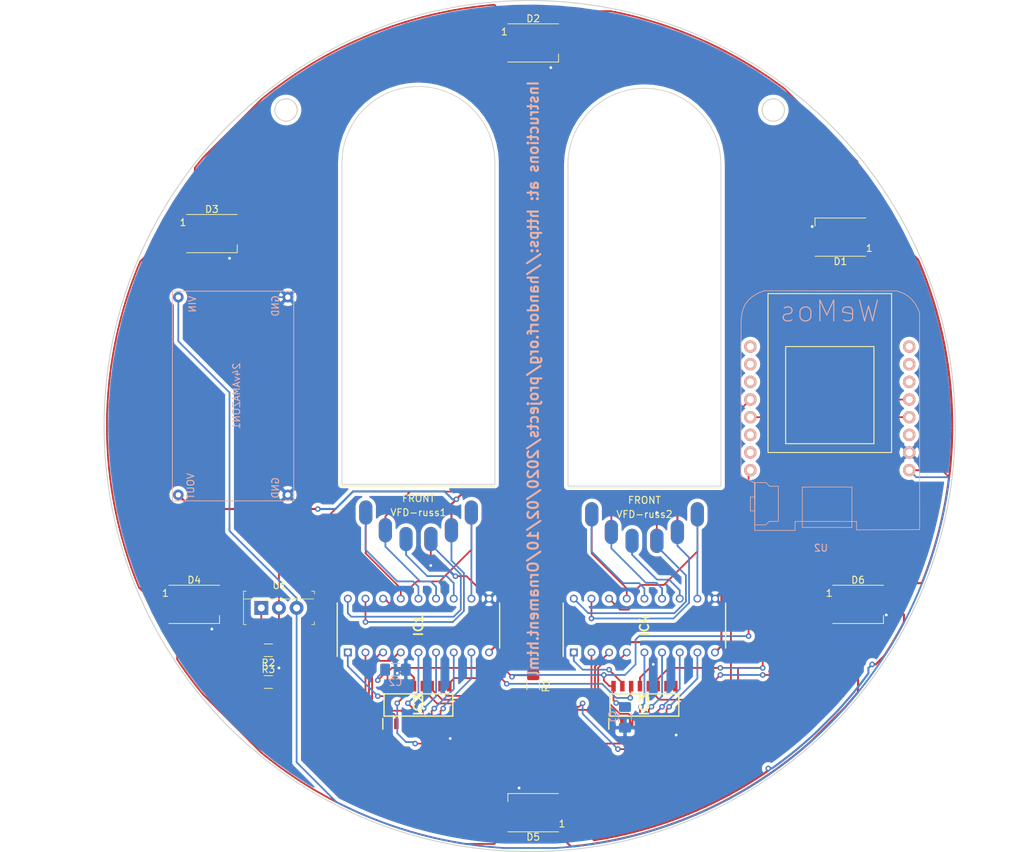
<source format=kicad_pcb>
(kicad_pcb (version 20171130) (host pcbnew "(5.1.4)-1")
  (layers (0 F.Cu signal) (31 B.Cu signal) (34 B.Paste user) (35 F.Paste user) (36 B.SilkS user) (37 F.SilkS user) (38 B.Mask user) (39 F.Mask user) (44 Edge.Cuts user))
  (net 0 "")
  (net 1 "Net-(IC1-Pad18)")
  (net 2 "Net-(IC1-Pad17)")
  (net 3 "Net-(IC1-Pad16)")
  (net 4 "Net-(IC1-Pad15)")
  (net 5 "Net-(IC1-Pad14)")
  (net 6 "Net-(IC1-Pad13)")
  (net 7 "Net-(IC1-Pad12)")
  (net 8 "Net-(IC1-Pad11)")
  (net 9 GND)
  (net 10 "Net-(IC1-Pad8)")
  (net 11 "Net-(IC1-Pad7)")
  (net 12 "Net-(IC1-Pad6)")
  (net 13 "Net-(IC1-Pad5)")
  (net 14 "Net-(IC1-Pad4)")
  (net 15 "Net-(IC1-Pad3)")
  (net 16 "Net-(IC1-Pad2)")
  (net 17 "Net-(IC1-Pad1)")
  (net 18 "Net-(IC2-Pad9)")
  (net 19 "Net-(IC3-Pad15)")
  (net 20 "Net-(IC3-Pad7)")
  (net 21 "Net-(IC3-Pad6)")
  (net 22 "Net-(IC3-Pad5)")
  (net 23 "Net-(IC3-Pad4)")
  (net 24 "Net-(IC3-Pad3)")
  (net 25 "Net-(IC3-Pad2)")
  (net 26 "Net-(IC3-Pad1)")
  (net 27 "Net-(IC4-Pad18)")
  (net 28 "Net-(IC4-Pad17)")
  (net 29 "Net-(IC4-Pad16)")
  (net 30 "Net-(IC4-Pad15)")
  (net 31 "Net-(IC4-Pad14)")
  (net 32 "Net-(IC4-Pad13)")
  (net 33 "Net-(IC4-Pad12)")
  (net 34 "Net-(IC4-Pad11)")
  (net 35 SRCLK)
  (net 36 RCLK)
  (net 37 SER)
  (net 38 VCC24)
  (net 39 VCC5)
  (net 40 VCC1.5)
  (net 41 "Net-(C1-Pad1)")
  (net 42 "Net-(D1-Pad2)")
  (net 43 "Net-(D1-Pad4)")
  (net 44 "Net-(D2-Pad2)")
  (net 45 "Net-(D3-Pad2)")
  (net 46 "Net-(D4-Pad2)")
  (net 47 "Net-(D5-Pad2)")
  (net 48 "Net-(IC2-Pad10)")
  (net 49 "Net-(R2-Pad2)")
  (module XMas:24vAMAZON (layer B.Cu) (at 145.288 71.628 270)
    (fp_text reference 24vAMAZON1 (at 0 -0.5 90) (layer B.SilkS) (effects (justify mirror)))
    (fp_text value 24vAMAZON)
    (fp_text user VOUT (at 12.954 6.096 90) (layer B.SilkS) (effects (justify mirror)))
    (fp_text user GND (at 13.208 -6.096 90) (layer B.SilkS) (effects (justify mirror)))
    (fp_text user GND (at -12.954 -6.096 90) (layer B.SilkS) (effects (justify mirror)))
    (fp_text user VIN (at -13.208 5.842 90) (layer B.SilkS) (effects (justify mirror)))
    (pad 4 thru_hole circle (at 14.224 -7.874 270) (size 1.524 1.524) (drill 0.762) (layers *.Cu *.Mask) (net 9 GND))
    (pad 3 thru_hole circle (at 14.224 7.874 270) (size 1.524 1.524) (drill 0.762) (layers *.Cu *.Mask) (net 38 VCC24))
    (pad 2 thru_hole circle (at -14.224 -7.874 270) (size 1.524 1.524) (drill 0.762) (layers *.Cu *.Mask) (net 9 GND))
    (pad 1 thru_hole circle (at -14.224 7.874 270) (size 1.524 1.524) (drill 0.762) (layers *.Cu *.Mask) (net 39 VCC5))
  )
  (module LED_SMD:LED_WS2812B_PLCC4_5.0x5.0mm_P3.2mm (layer F.Cu) (at 232.664 48.768 180)
    (fp_text reference D1 (at 0 -3.5) (layer F.SilkS))
    (fp_text value WS2812B)
    (fp_text user 1 (at -4.15 -1.6) (layer F.SilkS))
    (pad 1 smd rect (at -2.45 -1.6 180) (size 1.5 1) (layers F.Cu F.Paste F.Mask) (net 39 VCC5))
    (pad 2 smd rect (at -2.45 1.6 180) (size 1.5 1) (layers F.Cu F.Paste F.Mask) (net 42 "Net-(D1-Pad2)"))
    (pad 4 smd rect (at 2.45 -1.6 180) (size 1.5 1) (layers F.Cu F.Paste F.Mask) (net 43 "Net-(D1-Pad4)"))
    (pad 3 smd rect (at 2.45 1.6 180) (size 1.5 1) (layers F.Cu F.Paste F.Mask) (net 9 GND))
  )
  (module Wimos:D1_mini_board (layer B.Cu) (at 231.14 74.676 180)
    (fp_text reference U2 (at 1.27 -18.81) (layer B.SilkS) (effects (justify mirror)))
    (fp_text value WeMos_mini)
    (fp_text user WeMos (at 0 15.24) (layer B.SilkS) (effects (font (size 3 3)) (justify mirror)))
    (pad 9 thru_hole circle (at 11.43 10.16 180) (size 1.8 1.8) (drill 1.016) (layers *.Cu *.Mask B.SilkS))
    (pad 10 thru_hole circle (at 11.43 7.62 180) (size 1.8 1.8) (drill 1.016) (layers *.Cu *.Mask B.SilkS))
    (pad 11 thru_hole circle (at 11.43 5.08 180) (size 1.8 1.8) (drill 1.016) (layers *.Cu *.Mask B.SilkS))
    (pad 12 thru_hole circle (at 11.43 2.54 180) (size 1.8 1.8) (drill 1.016) (layers *.Cu *.Mask B.SilkS) (net 37 SER))
    (pad 13 thru_hole circle (at 11.43 0 180) (size 1.8 1.8) (drill 1.016) (layers *.Cu *.Mask B.SilkS) (net 43 "Net-(D1-Pad4)"))
    (pad 14 thru_hole circle (at 11.43 -2.54 180) (size 1.8 1.8) (drill 1.016) (layers *.Cu *.Mask B.SilkS))
    (pad 15 thru_hole circle (at 11.43 -5.08 180) (size 1.8 1.8) (drill 1.016) (layers *.Cu *.Mask B.SilkS))
    (pad 16 thru_hole circle (at 11.43 -7.62 180) (size 1.8 1.8) (drill 1.016) (layers *.Cu *.Mask B.SilkS) (net 41 "Net-(C1-Pad1)"))
    (pad 1 thru_hole circle (at -11.43 -7.62 180) (size 1.8 1.8) (drill 1.016) (layers *.Cu *.Mask B.SilkS) (net 39 VCC5))
    (pad 2 thru_hole circle (at -11.43 -5.08 180) (size 1.8 1.8) (drill 1.016) (layers *.Cu *.Mask B.SilkS) (net 9 GND))
    (pad 3 thru_hole circle (at -11.43 -2.54 180) (size 1.8 1.8) (drill 1.016) (layers *.Cu *.Mask B.SilkS))
    (pad 4 thru_hole circle (at -11.43 0 180) (size 1.8 1.8) (drill 1.016) (layers *.Cu *.Mask B.SilkS) (net 36 RCLK))
    (pad 5 thru_hole circle (at -11.43 2.54 180) (size 1.8 1.8) (drill 1.016) (layers *.Cu *.Mask B.SilkS) (net 35 SRCLK))
    (pad 6 thru_hole circle (at -11.43 5.08 180) (size 1.8 1.8) (drill 1.016) (layers *.Cu *.Mask B.SilkS))
    (pad 7 thru_hole circle (at -11.43 7.62 180) (size 1.8 1.8) (drill 1.016) (layers *.Cu *.Mask B.SilkS))
    (pad 8 thru_hole circle (at -11.43 10.16 180) (size 1.8 1.8) (drill 1.016) (layers *.Cu *.Mask B.SilkS))
  )
  (module digikey-footprints:TO-220-3 (layer F.Cu) (at 149.352 102.108)
    (fp_text reference U1 (at 2.62 -3.22) (layer F.SilkS))
    (fp_text value LM317T)
    (pad 3 thru_hole circle (at 5.08 0) (size 2 2) (drill 1) (layers *.Cu *.Mask) (net 39 VCC5))
    (pad 2 thru_hole circle (at 2.54 0) (size 2 2) (drill 1) (layers *.Cu *.Mask) (net 40 VCC1.5))
    (pad 1 thru_hole rect (at 0 0) (size 2 2) (drill 1) (layers *.Cu *.Mask) (net 49 "Net-(R2-Pad2)"))
  )
  (module Resistor_SMD:R_1206_3216Metric_Pad1.42x1.75mm_HandSolder (layer F.Cu) (at 150.368 112.776)
    (fp_text reference R3 (at 0 -1.82) (layer F.SilkS))
    (fp_text value 100)
    (pad 2 smd roundrect (at 1.4875 0) (size 1.425 1.75) (layers F.Cu F.Paste F.Mask) (roundrect_rratio 0.175439) (net 9 GND))
    (pad 1 smd roundrect (at -1.4875 0) (size 1.425 1.75) (layers F.Cu F.Paste F.Mask) (roundrect_rratio 0.175439) (net 49 "Net-(R2-Pad2)"))
  )
  (module Resistor_SMD:R_1206_3216Metric_Pad1.42x1.75mm_HandSolder (layer F.Cu) (at 150.368 108.204 180)
    (fp_text reference R2 (at 0 -1.82) (layer F.SilkS))
    (fp_text value 330)
    (pad 2 smd roundrect (at 1.4875 0 180) (size 1.425 1.75) (layers F.Cu F.Paste F.Mask) (roundrect_rratio 0.175439) (net 49 "Net-(R2-Pad2)"))
    (pad 1 smd roundrect (at -1.4875 0 180) (size 1.425 1.75) (layers F.Cu F.Paste F.Mask) (roundrect_rratio 0.175439) (net 40 VCC1.5))
  )
  (module LED_SMD:LED_WS2812B_PLCC4_5.0x5.0mm_P3.2mm (layer F.Cu) (at 235.204 101.6)
    (fp_text reference D6 (at 0 -3.5) (layer F.SilkS))
    (fp_text value WS2812B)
    (fp_text user 1 (at -4.15 -1.6) (layer F.SilkS))
    (pad 1 smd rect (at -2.45 -1.6) (size 1.5 1) (layers F.Cu F.Paste F.Mask) (net 39 VCC5))
    (pad 2 smd rect (at -2.45 1.6) (size 1.5 1) (layers F.Cu F.Paste F.Mask))
    (pad 4 smd rect (at 2.45 -1.6) (size 1.5 1) (layers F.Cu F.Paste F.Mask) (net 47 "Net-(D5-Pad2)"))
    (pad 3 smd rect (at 2.45 1.6) (size 1.5 1) (layers F.Cu F.Paste F.Mask) (net 9 GND))
  )
  (module LED_SMD:LED_WS2812B_PLCC4_5.0x5.0mm_P3.2mm (layer F.Cu) (at 188.468 131.572 180)
    (fp_text reference D5 (at 0 -3.5) (layer F.SilkS))
    (fp_text value WS2812B)
    (fp_text user 1 (at -4.15 -1.6) (layer F.SilkS))
    (pad 1 smd rect (at -2.45 -1.6 180) (size 1.5 1) (layers F.Cu F.Paste F.Mask) (net 39 VCC5))
    (pad 2 smd rect (at -2.45 1.6 180) (size 1.5 1) (layers F.Cu F.Paste F.Mask) (net 47 "Net-(D5-Pad2)"))
    (pad 4 smd rect (at 2.45 -1.6 180) (size 1.5 1) (layers F.Cu F.Paste F.Mask) (net 46 "Net-(D4-Pad2)"))
    (pad 3 smd rect (at 2.45 1.6 180) (size 1.5 1) (layers F.Cu F.Paste F.Mask) (net 9 GND))
  )
  (module LED_SMD:LED_WS2812B_PLCC4_5.0x5.0mm_P3.2mm (layer F.Cu) (at 139.7 101.6)
    (fp_text reference D4 (at 0 -3.5) (layer F.SilkS))
    (fp_text value WS2812B)
    (fp_text user 1 (at -4.15 -1.6) (layer F.SilkS))
    (pad 1 smd rect (at -2.45 -1.6) (size 1.5 1) (layers F.Cu F.Paste F.Mask) (net 39 VCC5))
    (pad 2 smd rect (at -2.45 1.6) (size 1.5 1) (layers F.Cu F.Paste F.Mask) (net 46 "Net-(D4-Pad2)"))
    (pad 4 smd rect (at 2.45 -1.6) (size 1.5 1) (layers F.Cu F.Paste F.Mask) (net 45 "Net-(D3-Pad2)"))
    (pad 3 smd rect (at 2.45 1.6) (size 1.5 1) (layers F.Cu F.Paste F.Mask) (net 9 GND))
  )
  (module LED_SMD:LED_WS2812B_PLCC4_5.0x5.0mm_P3.2mm (layer F.Cu) (at 142.24 48.26)
    (fp_text reference D3 (at 0 -3.5) (layer F.SilkS))
    (fp_text value WS2812B)
    (fp_text user 1 (at -4.15 -1.6) (layer F.SilkS))
    (pad 1 smd rect (at -2.45 -1.6) (size 1.5 1) (layers F.Cu F.Paste F.Mask) (net 39 VCC5))
    (pad 2 smd rect (at -2.45 1.6) (size 1.5 1) (layers F.Cu F.Paste F.Mask) (net 45 "Net-(D3-Pad2)"))
    (pad 4 smd rect (at 2.45 -1.6) (size 1.5 1) (layers F.Cu F.Paste F.Mask) (net 44 "Net-(D2-Pad2)"))
    (pad 3 smd rect (at 2.45 1.6) (size 1.5 1) (layers F.Cu F.Paste F.Mask) (net 9 GND))
  )
  (module LED_SMD:LED_WS2812B_PLCC4_5.0x5.0mm_P3.2mm (layer F.Cu) (at 188.468 20.828)
    (fp_text reference D2 (at 0 -3.5) (layer F.SilkS))
    (fp_text value WS2812B)
    (fp_text user 1 (at -4.15 -1.6) (layer F.SilkS))
    (pad 1 smd rect (at -2.45 -1.6) (size 1.5 1) (layers F.Cu F.Paste F.Mask) (net 39 VCC5))
    (pad 2 smd rect (at -2.45 1.6) (size 1.5 1) (layers F.Cu F.Paste F.Mask) (net 44 "Net-(D2-Pad2)"))
    (pad 4 smd rect (at 2.45 -1.6) (size 1.5 1) (layers F.Cu F.Paste F.Mask) (net 42 "Net-(D1-Pad2)"))
    (pad 3 smd rect (at 2.45 1.6) (size 1.5 1) (layers F.Cu F.Paste F.Mask) (net 9 GND))
  )
  (module Resistor_SMD:R_1206_3216Metric_Pad1.42x1.75mm_HandSolder (layer F.Cu) (at 188.468 113.284 270)
    (fp_text reference R1 (at 0 -1.82 90) (layer F.SilkS))
    (fp_text value 300)
    (pad 1 smd roundrect (at -1.4875 0 270) (size 1.425 1.75) (layers F.Cu F.Paste F.Mask) (roundrect_rratio 0.175439) (net 41 "Net-(C1-Pad1)"))
    (pad 2 smd roundrect (at 1.4875 0 270) (size 1.425 1.75) (layers F.Cu F.Paste F.Mask) (roundrect_rratio 0.175439) (net 48 "Net-(IC2-Pad10)"))
  )
  (module Capacitor_SMD:C_1206_3216Metric_Pad1.42x1.75mm_HandSolder (layer B.Cu) (at 168.656 110.998)
    (fp_text reference C2 (at 0 1.82) (layer B.SilkS) (effects (justify mirror)))
    (fp_text value 0.1uF)
    (pad 2 smd roundrect (at 1.4875 0) (size 1.425 1.75) (layers B.Cu B.Paste B.Mask) (roundrect_rratio 0.175439) (net 9 GND))
    (pad 1 smd roundrect (at -1.4875 0) (size 1.425 1.75) (layers B.Cu B.Paste B.Mask) (roundrect_rratio 0.175439) (net 41 "Net-(C1-Pad1)"))
  )
  (module Capacitor_SMD:C_1206_3216Metric_Pad1.42x1.75mm_HandSolder (layer B.Cu) (at 201.676 117.856 270)
    (fp_text reference C1 (at 0 1.82 270) (layer B.SilkS) (effects (justify mirror)))
    (fp_text value 0.1uF)
    (pad 2 smd roundrect (at 1.4875 0 270) (size 1.425 1.75) (layers B.Cu B.Paste B.Mask) (roundrect_rratio 0.175439) (net 9 GND))
    (pad 1 smd roundrect (at -1.4875 0 270) (size 1.425 1.75) (layers B.Cu B.Paste B.Mask) (roundrect_rratio 0.175439) (net 41 "Net-(C1-Pad1)"))
  )
  (module XMas:IV-11-russ (layer F.Cu) (at 204.47 84.836)
    (fp_text reference VFD-russ2 (at 0 3.81) (layer F.SilkS))
    (fp_text value IV-11-russ)
    (fp_line (start 11 -0.254) (end -11 -0.254) (layer Edge.Cuts) (width 0.12))
    (fp_line (start -11 -46.482) (end -11 -0.254) (layer Edge.Cuts) (width 0.12))
    (fp_line (start 11 -46.482) (end 11 -0.254) (layer Edge.Cuts) (width 0.12))
    (fp_arc (start 0 -46.482) (end 11 -46.482) (angle -180) (layer Edge.Cuts) (width 0.12))
    (fp_text user FRONT (at 0 1.778) (layer F.SilkS))
    (pad 11 smd oval (at -4.750641 6.35 90) (size 3.5 1.9) (layers F.Cu F.Paste F.Mask) (net 40 VCC1.5))
    (pad 10 smd oval (at -7.573555 3.81 90) (size 3.5 1.9) (layers F.Cu F.Paste F.Mask) (net 30 "Net-(IC4-Pad15)"))
    (pad 9 smd oval (at -7.573555 3.81 90) (size 3.5 1.9) (layers B.Cu B.Paste B.Mask) (net 31 "Net-(IC4-Pad14)"))
    (pad 8 smd oval (at -4.75064 6.35 90) (size 3.5 1.9) (layers B.Cu B.Paste B.Mask) (net 32 "Net-(IC4-Pad13)"))
    (pad 7 smd oval (at -1.778 7.62 90) (size 3.5 1.9) (layers B.Cu B.Adhes B.Mask) (net 33 "Net-(IC4-Pad12)"))
    (pad 6 smd oval (at 1.806915 7.62 90) (size 3.5 1.9) (layers B.Cu B.Paste B.Mask) (net 27 "Net-(IC4-Pad18)"))
    (pad 5 smd oval (at 4.750641 6.35 90) (size 3.5 1.9) (layers B.Cu B.Paste B.Mask) (net 28 "Net-(IC4-Pad17)"))
    (pad 4 smd oval (at 7.62 3.81 90) (size 3.5 1.9) (layers B.Cu B.Paste B.Mask) (net 34 "Net-(IC4-Pad11)"))
    (pad 3 smd oval (at 7.62 3.81 90) (size 3.5 1.9) (layers F.Cu F.Paste F.Mask) (net 29 "Net-(IC4-Pad16)"))
    (pad 2 smd oval (at 4.75064 6.35 90) (size 3.5 1.9) (layers F.Cu F.Paste F.Mask) (net 38 VCC24))
    (pad 1 smd oval (at 1.778 7.62 90) (size 3.5 1.9) (layers F.Cu F.Paste F.Mask) (net 9 GND))
  )
  (module XMas:IV-11-russ (layer F.Cu) (at 171.958 84.582)
    (fp_text reference VFD-russ1 (at 0 3.81) (layer F.SilkS))
    (fp_text value IV-11-russ)
    (fp_line (start 11 -0.254) (end -11 -0.254) (layer Edge.Cuts) (width 0.12))
    (fp_line (start -11 -46.482) (end -11 -0.254) (layer Edge.Cuts) (width 0.12))
    (fp_line (start 11 -46.482) (end 11 -0.254) (layer Edge.Cuts) (width 0.12))
    (fp_arc (start 0 -46.482) (end 11 -46.482) (angle -180) (layer Edge.Cuts) (width 0.12))
    (fp_text user FRONT (at 0 1.778) (layer F.SilkS))
    (pad 11 smd oval (at -4.750641 6.35 90) (size 3.5 1.9) (layers F.Cu F.Paste F.Mask) (net 40 VCC1.5))
    (pad 10 smd oval (at -7.573555 3.81 90) (size 3.5 1.9) (layers F.Cu F.Paste F.Mask) (net 4 "Net-(IC1-Pad15)"))
    (pad 9 smd oval (at -7.573555 3.81 90) (size 3.5 1.9) (layers B.Cu B.Paste B.Mask) (net 5 "Net-(IC1-Pad14)"))
    (pad 8 smd oval (at -4.75064 6.35 90) (size 3.5 1.9) (layers B.Cu B.Paste B.Mask) (net 6 "Net-(IC1-Pad13)"))
    (pad 7 smd oval (at -1.778 7.62 90) (size 3.5 1.9) (layers B.Cu B.Adhes B.Mask) (net 7 "Net-(IC1-Pad12)"))
    (pad 6 smd oval (at 1.806915 7.62 90) (size 3.5 1.9) (layers B.Cu B.Paste B.Mask) (net 1 "Net-(IC1-Pad18)"))
    (pad 5 smd oval (at 4.750641 6.35 90) (size 3.5 1.9) (layers B.Cu B.Paste B.Mask) (net 2 "Net-(IC1-Pad17)"))
    (pad 4 smd oval (at 7.62 3.81 90) (size 3.5 1.9) (layers B.Cu B.Paste B.Mask) (net 8 "Net-(IC1-Pad11)"))
    (pad 3 smd oval (at 7.62 3.81 90) (size 3.5 1.9) (layers F.Cu F.Paste F.Mask) (net 3 "Net-(IC1-Pad16)"))
    (pad 2 smd oval (at 4.75064 6.35 90) (size 3.5 1.9) (layers F.Cu F.Paste F.Mask) (net 38 VCC24))
    (pad 1 smd oval (at 1.778 7.62 90) (size 3.5 1.9) (layers F.Cu F.Paste F.Mask) (net 9 GND))
  )
  (module DIP773W53P254L2337H394Q18N (layer F.Cu) (at 171.958 104.648 90)
    (fp_text reference IC1 (at 0 0 90) (layer F.SilkS) (effects (font (size 1.27 1.27) (thickness 0.254))))
    (fp_text value MIC2981_82YN hide)
    (pad 18 thru_hole circle (at 3.866 -10.16 90) (size 1.133 1.133) (drill 0.733) (layers *.Cu *.Mask) (net 1 "Net-(IC1-Pad18)"))
    (pad 17 thru_hole circle (at 3.866 -7.62 90) (size 1.133 1.133) (drill 0.733) (layers *.Cu *.Mask) (net 2 "Net-(IC1-Pad17)"))
    (pad 16 thru_hole circle (at 3.866 -5.08 90) (size 1.133 1.133) (drill 0.733) (layers *.Cu *.Mask) (net 3 "Net-(IC1-Pad16)"))
    (pad 15 thru_hole circle (at 3.866 -2.54 90) (size 1.133 1.133) (drill 0.733) (layers *.Cu *.Mask) (net 4 "Net-(IC1-Pad15)"))
    (pad 14 thru_hole circle (at 3.866 0 90) (size 1.133 1.133) (drill 0.733) (layers *.Cu *.Mask) (net 5 "Net-(IC1-Pad14)"))
    (pad 13 thru_hole circle (at 3.866 2.54 90) (size 1.133 1.133) (drill 0.733) (layers *.Cu *.Mask) (net 6 "Net-(IC1-Pad13)"))
    (pad 12 thru_hole circle (at 3.866 5.08 90) (size 1.133 1.133) (drill 0.733) (layers *.Cu *.Mask) (net 7 "Net-(IC1-Pad12)"))
    (pad 11 thru_hole circle (at 3.866 7.62 90) (size 1.133 1.133) (drill 0.733) (layers *.Cu *.Mask) (net 8 "Net-(IC1-Pad11)"))
    (pad 10 thru_hole circle (at 3.866 10.16 90) (size 1.133 1.133) (drill 0.733) (layers *.Cu *.Mask) (net 9 GND))
    (pad 9 thru_hole circle (at -3.866 10.16 90) (size 1.133 1.133) (drill 0.733) (layers *.Cu *.Mask) (net 38 VCC24))
    (pad 8 thru_hole circle (at -3.866 7.62 90) (size 1.133 1.133) (drill 0.733) (layers *.Cu *.Mask) (net 10 "Net-(IC1-Pad8)"))
    (pad 7 thru_hole circle (at -3.866 5.08 90) (size 1.133 1.133) (drill 0.733) (layers *.Cu *.Mask) (net 11 "Net-(IC1-Pad7)"))
    (pad 6 thru_hole circle (at -3.866 2.54 90) (size 1.133 1.133) (drill 0.733) (layers *.Cu *.Mask) (net 12 "Net-(IC1-Pad6)"))
    (pad 5 thru_hole circle (at -3.866 0 90) (size 1.133 1.133) (drill 0.733) (layers *.Cu *.Mask) (net 13 "Net-(IC1-Pad5)"))
    (pad 4 thru_hole circle (at -3.866 -2.54 90) (size 1.133 1.133) (drill 0.733) (layers *.Cu *.Mask) (net 14 "Net-(IC1-Pad4)"))
    (pad 3 thru_hole circle (at -3.866 -5.08 90) (size 1.133 1.133) (drill 0.733) (layers *.Cu *.Mask) (net 15 "Net-(IC1-Pad3)"))
    (pad 2 thru_hole circle (at -3.866 -7.62 90) (size 1.133 1.133) (drill 0.733) (layers *.Cu *.Mask) (net 16 "Net-(IC1-Pad2)"))
    (pad 1 thru_hole rect (at -3.866 -10.16 90) (size 1.133 1.133) (drill 0.733) (layers *.Cu *.Mask) (net 17 "Net-(IC1-Pad1)"))
  )
  (module SOIC127P600X175-16N (layer F.Cu) (at 171.958 116.078 90)
    (fp_text reference IC2 (at 0 0 90) (layer F.SilkS) (effects (font (size 1.27 1.27) (thickness 0.254))))
    (fp_text value SN74HC595D hide)
    (pad 1 smd rect (at -2.712 -4.445 180) (size 0.65 1.525) (layers F.Cu F.Paste F.Mask) (net 16 "Net-(IC1-Pad2)"))
    (pad 2 smd rect (at -2.712 -3.175 180) (size 0.65 1.525) (layers F.Cu F.Paste F.Mask) (net 15 "Net-(IC1-Pad3)"))
    (pad 3 smd rect (at -2.712 -1.905 180) (size 0.65 1.525) (layers F.Cu F.Paste F.Mask) (net 14 "Net-(IC1-Pad4)"))
    (pad 4 smd rect (at -2.712 -0.635 180) (size 0.65 1.525) (layers F.Cu F.Paste F.Mask) (net 13 "Net-(IC1-Pad5)"))
    (pad 5 smd rect (at -2.712 0.635 180) (size 0.65 1.525) (layers F.Cu F.Paste F.Mask) (net 12 "Net-(IC1-Pad6)"))
    (pad 6 smd rect (at -2.712 1.905 180) (size 0.65 1.525) (layers F.Cu F.Paste F.Mask) (net 11 "Net-(IC1-Pad7)"))
    (pad 7 smd rect (at -2.712 3.175 180) (size 0.65 1.525) (layers F.Cu F.Paste F.Mask) (net 10 "Net-(IC1-Pad8)"))
    (pad 8 smd rect (at -2.712 4.445 180) (size 0.65 1.525) (layers F.Cu F.Paste F.Mask) (net 9 GND))
    (pad 9 smd rect (at 2.712 4.445 180) (size 0.65 1.525) (layers F.Cu F.Paste F.Mask) (net 18 "Net-(IC2-Pad9)"))
    (pad 10 smd rect (at 2.712 3.175 180) (size 0.65 1.525) (layers F.Cu F.Paste F.Mask) (net 48 "Net-(IC2-Pad10)"))
    (pad 11 smd rect (at 2.712 1.905 180) (size 0.65 1.525) (layers F.Cu F.Paste F.Mask) (net 35 SRCLK))
    (pad 12 smd rect (at 2.712 0.635 180) (size 0.65 1.525) (layers F.Cu F.Paste F.Mask) (net 36 RCLK))
    (pad 13 smd rect (at 2.712 -0.635 180) (size 0.65 1.525) (layers F.Cu F.Paste F.Mask) (net 9 GND))
    (pad 14 smd rect (at 2.712 -1.905 180) (size 0.65 1.525) (layers F.Cu F.Paste F.Mask) (net 37 SER))
    (pad 15 smd rect (at 2.712 -3.175 180) (size 0.65 1.525) (layers F.Cu F.Paste F.Mask) (net 17 "Net-(IC1-Pad1)"))
    (pad 16 smd rect (at 2.712 -4.445 180) (size 0.65 1.525) (layers F.Cu F.Paste F.Mask) (net 41 "Net-(C1-Pad1)"))
  )
  (module SOIC127P600X175-16N (layer F.Cu) (at 204.47 116.078 90)
    (fp_text reference IC3 (at 0 0 90) (layer F.SilkS) (effects (font (size 1.27 1.27) (thickness 0.254))))
    (fp_text value SN74HC595D hide)
    (pad 16 smd rect (at 2.712 -4.445 180) (size 0.65 1.525) (layers F.Cu F.Paste F.Mask) (net 41 "Net-(C1-Pad1)"))
    (pad 15 smd rect (at 2.712 -3.175 180) (size 0.65 1.525) (layers F.Cu F.Paste F.Mask) (net 19 "Net-(IC3-Pad15)"))
    (pad 14 smd rect (at 2.712 -1.905 180) (size 0.65 1.525) (layers F.Cu F.Paste F.Mask) (net 18 "Net-(IC2-Pad9)"))
    (pad 13 smd rect (at 2.712 -0.635 180) (size 0.65 1.525) (layers F.Cu F.Paste F.Mask) (net 9 GND))
    (pad 12 smd rect (at 2.712 0.635 180) (size 0.65 1.525) (layers F.Cu F.Paste F.Mask) (net 36 RCLK))
    (pad 11 smd rect (at 2.712 1.905 180) (size 0.65 1.525) (layers F.Cu F.Paste F.Mask) (net 35 SRCLK))
    (pad 10 smd rect (at 2.712 3.175 180) (size 0.65 1.525) (layers F.Cu F.Paste F.Mask))
    (pad 9 smd rect (at 2.712 4.445 180) (size 0.65 1.525) (layers F.Cu F.Paste F.Mask))
    (pad 8 smd rect (at -2.712 4.445 180) (size 0.65 1.525) (layers F.Cu F.Paste F.Mask) (net 9 GND))
    (pad 7 smd rect (at -2.712 3.175 180) (size 0.65 1.525) (layers F.Cu F.Paste F.Mask) (net 20 "Net-(IC3-Pad7)"))
    (pad 6 smd rect (at -2.712 1.905 180) (size 0.65 1.525) (layers F.Cu F.Paste F.Mask) (net 21 "Net-(IC3-Pad6)"))
    (pad 5 smd rect (at -2.712 0.635 180) (size 0.65 1.525) (layers F.Cu F.Paste F.Mask) (net 22 "Net-(IC3-Pad5)"))
    (pad 4 smd rect (at -2.712 -0.635 180) (size 0.65 1.525) (layers F.Cu F.Paste F.Mask) (net 23 "Net-(IC3-Pad4)"))
    (pad 3 smd rect (at -2.712 -1.905 180) (size 0.65 1.525) (layers F.Cu F.Paste F.Mask) (net 24 "Net-(IC3-Pad3)"))
    (pad 2 smd rect (at -2.712 -3.175 180) (size 0.65 1.525) (layers F.Cu F.Paste F.Mask) (net 25 "Net-(IC3-Pad2)"))
    (pad 1 smd rect (at -2.712 -4.445 180) (size 0.65 1.525) (layers F.Cu F.Paste F.Mask) (net 26 "Net-(IC3-Pad1)"))
  )
  (module DIP773W53P254L2337H394Q18N (layer F.Cu) (at 204.47 104.648 90)
    (fp_text reference IC4 (at 0 0 90) (layer F.SilkS) (effects (font (size 1.27 1.27) (thickness 0.254))))
    (fp_text value MIC2981_82YN hide)
    (pad 1 thru_hole rect (at -3.866 -10.16 90) (size 1.133 1.133) (drill 0.733) (layers *.Cu *.Mask) (net 19 "Net-(IC3-Pad15)"))
    (pad 2 thru_hole circle (at -3.866 -7.62 90) (size 1.133 1.133) (drill 0.733) (layers *.Cu *.Mask) (net 26 "Net-(IC3-Pad1)"))
    (pad 3 thru_hole circle (at -3.866 -5.08 90) (size 1.133 1.133) (drill 0.733) (layers *.Cu *.Mask) (net 25 "Net-(IC3-Pad2)"))
    (pad 4 thru_hole circle (at -3.866 -2.54 90) (size 1.133 1.133) (drill 0.733) (layers *.Cu *.Mask) (net 24 "Net-(IC3-Pad3)"))
    (pad 5 thru_hole circle (at -3.866 0 90) (size 1.133 1.133) (drill 0.733) (layers *.Cu *.Mask) (net 23 "Net-(IC3-Pad4)"))
    (pad 6 thru_hole circle (at -3.866 2.54 90) (size 1.133 1.133) (drill 0.733) (layers *.Cu *.Mask) (net 22 "Net-(IC3-Pad5)"))
    (pad 7 thru_hole circle (at -3.866 5.08 90) (size 1.133 1.133) (drill 0.733) (layers *.Cu *.Mask) (net 21 "Net-(IC3-Pad6)"))
    (pad 8 thru_hole circle (at -3.866 7.62 90) (size 1.133 1.133) (drill 0.733) (layers *.Cu *.Mask) (net 20 "Net-(IC3-Pad7)"))
    (pad 9 thru_hole circle (at -3.866 10.16 90) (size 1.133 1.133) (drill 0.733) (layers *.Cu *.Mask) (net 38 VCC24))
    (pad 10 thru_hole circle (at 3.866 10.16 90) (size 1.133 1.133) (drill 0.733) (layers *.Cu *.Mask) (net 9 GND))
    (pad 11 thru_hole circle (at 3.866 7.62 90) (size 1.133 1.133) (drill 0.733) (layers *.Cu *.Mask) (net 34 "Net-(IC4-Pad11)"))
    (pad 12 thru_hole circle (at 3.866 5.08 90) (size 1.133 1.133) (drill 0.733) (layers *.Cu *.Mask) (net 33 "Net-(IC4-Pad12)"))
    (pad 13 thru_hole circle (at 3.866 2.54 90) (size 1.133 1.133) (drill 0.733) (layers *.Cu *.Mask) (net 32 "Net-(IC4-Pad13)"))
    (pad 14 thru_hole circle (at 3.866 0 90) (size 1.133 1.133) (drill 0.733) (layers *.Cu *.Mask) (net 31 "Net-(IC4-Pad14)"))
    (pad 15 thru_hole circle (at 3.866 -2.54 90) (size 1.133 1.133) (drill 0.733) (layers *.Cu *.Mask) (net 30 "Net-(IC4-Pad15)"))
    (pad 16 thru_hole circle (at 3.866 -5.08 90) (size 1.133 1.133) (drill 0.733) (layers *.Cu *.Mask) (net 29 "Net-(IC4-Pad16)"))
    (pad 17 thru_hole circle (at 3.866 -7.62 90) (size 1.133 1.133) (drill 0.733) (layers *.Cu *.Mask) (net 28 "Net-(IC4-Pad17)"))
    (pad 18 thru_hole circle (at 3.866 -10.16 90) (size 1.133 1.133) (drill 0.733) (layers *.Cu *.Mask) (net 27 "Net-(IC4-Pad18)"))
  )
  (gr_text "Instructions at: https://handorf.org/projects/2020/02/10/Ornament.html" (at 188.468 69.088 90) (layer B.SilkS) (effects (font (size 1.5 1.5) (thickness 0.3)) (justify mirror)))
  (gr_circle (center 152.908 30.48) (end 154.514437 30.48) (layer Edge.Cuts) (width 0.15))
  (gr_circle (center 223.012 30.48) (end 224.618437 30.48) (layer Edge.Cuts) (width 0.15))
  (gr_circle (center 187.96 75.946) (end 249.177689 75.946) (layer Edge.Cuts) (width 0.15))
  (segment (start 161.798 102.87) (end 161.798 100.528) (width 0.25) (layer B.Cu) (net 1))
  (segment (start 173.764915 93.002) (end 178.054 97.291085) (width 0.25) (layer B.Cu) (net 1))
  (segment (start 173.764915 92.202) (end 173.764915 93.002) (width 0.25) (layer B.Cu) (net 1))
  (segment (start 178.054 97.291085) (end 178.054 102.362) (width 0.25) (layer B.Cu) (net 1))
  (segment (start 178.054 102.362) (end 177.038 103.378) (width 0.25) (layer B.Cu) (net 1))
  (segment (start 177.038 103.378) (end 162.306 103.378) (width 0.25) (layer B.Cu) (net 1))
  (segment (start 162.306 103.378) (end 161.798 102.87) (width 0.25) (layer B.Cu) (net 1))
  (segment (start 176.708641 90.932) (end 176.708641 95.309316) (width 0.25) (layer B.Cu) (net 2))
  (segment (start 178.50401 97.104685) (end 178.504009 102.548401) (width 0.25) (layer B.Cu) (net 2))
  (segment (start 176.708641 95.309316) (end 178.50401 97.104685) (width 0.25) (layer B.Cu) (net 2))
  (via (at 164.338 104.14) (size 0.8) (drill 0.4) (layers F.Cu B.Cu) (net 2))
  (segment (start 178.504009 102.548401) (end 176.91241 104.14) (width 0.25) (layer B.Cu) (net 2))
  (segment (start 176.91241 104.14) (end 164.338 104.14) (width 0.25) (layer B.Cu) (net 2))
  (segment (start 164.338 104.14) (end 164.338 100.528) (width 0.25) (layer F.Cu) (net 2))
  (segment (start 179.578 93.726) (end 179.578 88.392) (width 0.25) (layer F.Cu) (net 3))
  (segment (start 175.006 98.298) (end 179.578 93.726) (width 0.25) (layer F.Cu) (net 3))
  (segment (start 171.704 98.298) (end 175.006 98.298) (width 0.25) (layer F.Cu) (net 3))
  (segment (start 167.444499 101.094499) (end 167.444499 101.150499) (width 0.25) (layer F.Cu) (net 3))
  (segment (start 166.878 100.528) (end 167.444499 101.094499) (width 0.25) (layer F.Cu) (net 3))
  (segment (start 167.444499 101.150499) (end 168.656 102.362) (width 0.25) (layer F.Cu) (net 3))
  (segment (start 170.688 99.314) (end 171.704 98.298) (width 0.25) (layer F.Cu) (net 3))
  (segment (start 168.656 102.362) (end 169.672 102.362) (width 0.25) (layer F.Cu) (net 3))
  (segment (start 169.672 102.362) (end 170.688 101.346) (width 0.25) (layer F.Cu) (net 3))
  (segment (start 170.688 101.346) (end 170.688 99.314) (width 0.25) (layer F.Cu) (net 3))
  (segment (start 169.418 100.528) (end 169.418 99.314) (width 0.25) (layer F.Cu) (net 4))
  (segment (start 169.418 99.314) (end 164.338 94.234) (width 0.25) (layer F.Cu) (net 4))
  (segment (start 164.384445 94.187555) (end 164.384445 88.392) (width 0.25) (layer F.Cu) (net 4))
  (segment (start 164.338 94.234) (end 164.384445 94.187555) (width 0.25) (layer F.Cu) (net 4))
  (segment (start 164.384445 90.392) (end 164.338 90.438445) (width 0.25) (layer B.Cu) (net 5))
  (segment (start 164.384445 88.392) (end 164.384445 90.392) (width 0.25) (layer B.Cu) (net 5))
  (segment (start 164.338 90.438445) (end 164.338 93.726) (width 0.25) (layer B.Cu) (net 5))
  (segment (start 164.338 93.726) (end 168.91 98.298) (width 0.25) (layer B.Cu) (net 5))
  (segment (start 168.91 98.298) (end 171.196 98.298) (width 0.25) (layer B.Cu) (net 5))
  (segment (start 171.196 98.298) (end 171.958 99.06) (width 0.25) (layer B.Cu) (net 5))
  (segment (start 171.958 99.06) (end 171.958 100.528) (width 0.25) (layer B.Cu) (net 5))
  (segment (start 174.498 99.06) (end 174.498 100.528) (width 0.25) (layer B.Cu) (net 6))
  (segment (start 173.736 98.298) (end 174.498 99.06) (width 0.25) (layer B.Cu) (net 6))
  (segment (start 172.212 98.298) (end 173.736 98.298) (width 0.25) (layer B.Cu) (net 6))
  (segment (start 167.20736 93.29336) (end 172.212 98.298) (width 0.25) (layer B.Cu) (net 6))
  (segment (start 167.20736 90.932) (end 167.20736 93.29336) (width 0.25) (layer B.Cu) (net 6))
  (segment (start 170.18 94.488) (end 170.18 92.202) (width 0.25) (layer B.Cu) (net 7))
  (segment (start 173.228 97.536) (end 170.18 94.488) (width 0.25) (layer B.Cu) (net 7))
  (segment (start 176.022 97.536) (end 173.228 97.536) (width 0.25) (layer B.Cu) (net 7))
  (segment (start 177.038 100.528) (end 177.038 98.552) (width 0.25) (layer B.Cu) (net 7))
  (segment (start 177.038 98.552) (end 176.022 97.536) (width 0.25) (layer B.Cu) (net 7))
  (segment (start 179.578 100.782) (end 179.578 88.392) (width 0.25) (layer B.Cu) (net 8))
  (segment (start 206.248 92.456) (end 206.248 88.392) (width 0.25) (layer F.Cu) (net 9))
  (via (at 206.248 88.392) (size 0.8) (drill 0.4) (layers F.Cu B.Cu) (net 9))
  (segment (start 176.403 119.8025) (end 176.53 119.9295) (width 0.25) (layer F.Cu) (net 9))
  (segment (start 176.403 118.79) (end 176.403 119.8025) (width 0.25) (layer F.Cu) (net 9))
  (via (at 176.53 120.904) (size 0.8) (drill 0.4) (layers F.Cu B.Cu) (net 9))
  (segment (start 176.53 119.9295) (end 176.53 120.904) (width 0.25) (layer F.Cu) (net 9))
  (segment (start 208.915 119.8025) (end 209.042 119.9295) (width 0.25) (layer F.Cu) (net 9))
  (segment (start 208.915 118.79) (end 208.915 119.8025) (width 0.25) (layer F.Cu) (net 9))
  (via (at 209.042 120.396) (size 0.8) (drill 0.4) (layers F.Cu B.Cu) (net 9))
  (segment (start 209.042 119.9295) (end 209.042 120.396) (width 0.25) (layer F.Cu) (net 9))
  (segment (start 203.835 113.366) (end 203.835 112.3535) (width 0.25) (layer F.Cu) (net 9))
  (via (at 168.91 111.506) (size 0.8) (drill 0.4) (layers F.Cu B.Cu) (net 9))
  (segment (start 171.323 112.141) (end 171.323 113.366) (width 0.25) (layer F.Cu) (net 9))
  (segment (start 170.688 111.506) (end 171.196 112.014) (width 0.25) (layer F.Cu) (net 9))
  (segment (start 168.91 111.506) (end 170.688 111.506) (width 0.25) (layer F.Cu) (net 9))
  (segment (start 170.942 111.76) (end 171.196 112.014) (width 0.25) (layer F.Cu) (net 9))
  (segment (start 171.196 112.014) (end 171.323 112.141) (width 0.25) (layer F.Cu) (net 9))
  (segment (start 169.6355 111.506) (end 170.1435 110.998) (width 0.25) (layer B.Cu) (net 9))
  (segment (start 168.91 111.506) (end 169.6355 111.506) (width 0.25) (layer B.Cu) (net 9))
  (via (at 239.268 103.124) (size 0.8) (drill 0.4) (layers F.Cu B.Cu) (net 9))
  (segment (start 237.654 103.2) (end 239.192 103.2) (width 0.25) (layer F.Cu) (net 9))
  (segment (start 239.192 103.2) (end 239.268 103.124) (width 0.25) (layer F.Cu) (net 9))
  (via (at 228.6 47.244) (size 0.8) (drill 0.4) (layers F.Cu B.Cu) (net 9))
  (segment (start 230.214 47.168) (end 228.676 47.168) (width 0.25) (layer F.Cu) (net 9))
  (segment (start 228.676 47.168) (end 228.6 47.244) (width 0.25) (layer F.Cu) (net 9))
  (via (at 191.008 24.384) (size 0.8) (drill 0.4) (layers F.Cu B.Cu) (net 9))
  (segment (start 190.918 22.428) (end 190.918 24.294) (width 0.25) (layer F.Cu) (net 9))
  (segment (start 190.918 24.294) (end 191.008 24.384) (width 0.25) (layer F.Cu) (net 9))
  (via (at 144.78 51.816) (size 0.8) (drill 0.4) (layers F.Cu B.Cu) (net 9))
  (segment (start 144.69 49.86) (end 144.69 51.726) (width 0.25) (layer F.Cu) (net 9))
  (segment (start 144.69 51.726) (end 144.78 51.816) (width 0.25) (layer F.Cu) (net 9))
  (segment (start 142.15 103.95) (end 142.24 104.04) (width 0.25) (layer F.Cu) (net 9))
  (segment (start 142.15 103.2) (end 142.15 103.95) (width 0.25) (layer F.Cu) (net 9))
  (segment (start 142.24 104.04) (end 142.24 105.156) (width 0.25) (layer F.Cu) (net 9))
  (via (at 151.892 110.744) (size 0.8) (drill 0.4) (layers F.Cu B.Cu) (net 9))
  (segment (start 151.8555 112.776) (end 151.8555 110.7805) (width 0.25) (layer F.Cu) (net 9))
  (segment (start 151.8555 110.7805) (end 151.892 110.744) (width 0.25) (layer F.Cu) (net 9))
  (via (at 186.436 128.016) (size 0.8) (drill 0.4) (layers F.Cu B.Cu) (net 9))
  (segment (start 186.018 129.972) (end 186.018 128.434) (width 0.25) (layer F.Cu) (net 9))
  (segment (start 186.018 128.434) (end 186.436 128.016) (width 0.25) (layer F.Cu) (net 9))
  (via (at 142.24 105.156) (size 0.8) (drill 0.4) (layers F.Cu B.Cu) (net 9))
  (segment (start 203.835 112.3535) (end 203.835 112.141) (width 0.25) (layer F.Cu) (net 9))
  (via (at 205.74 110.236) (size 0.8) (drill 0.4) (layers F.Cu B.Cu) (net 9))
  (segment (start 203.835 112.141) (end 205.74 110.236) (width 0.25) (layer F.Cu) (net 9))
  (segment (start 182.118 100.782) (end 178.872 97.536) (width 0.25) (layer F.Cu) (net 9))
  (via (at 177.282805 97.545195) (size 0.8) (drill 0.4) (layers F.Cu B.Cu) (net 9))
  (segment (start 178.872 97.536) (end 177.292 97.536) (width 0.25) (layer F.Cu) (net 9))
  (segment (start 177.292 97.536) (end 177.282805 97.545195) (width 0.25) (layer F.Cu) (net 9))
  (segment (start 177.282805 97.545195) (end 175.74961 96.012) (width 0.25) (layer B.Cu) (net 9))
  (via (at 173.736 96.012) (size 0.8) (drill 0.4) (layers F.Cu B.Cu) (net 9))
  (segment (start 175.74961 96.012) (end 173.736 96.012) (width 0.25) (layer B.Cu) (net 9))
  (segment (start 173.736 96.012) (end 173.736 92.202) (width 0.25) (layer F.Cu) (net 9))
  (segment (start 153.162 57.404) (end 150.368 57.404) (width 0.25) (layer B.Cu) (net 9))
  (via (at 175.514 116.586) (size 0.8) (drill 0.4) (layers F.Cu B.Cu) (net 10))
  (segment (start 175.133 118.79) (end 175.133 116.967) (width 0.25) (layer F.Cu) (net 10))
  (segment (start 175.133 116.967) (end 175.514 116.586) (width 0.25) (layer F.Cu) (net 10))
  (segment (start 179.578 112.268) (end 175.514 116.332) (width 0.25) (layer B.Cu) (net 10))
  (segment (start 179.578 108.26) (end 179.578 112.268) (width 0.25) (layer B.Cu) (net 10))
  (via (at 174.244 116.586) (size 0.8) (drill 0.4) (layers F.Cu B.Cu) (net 11))
  (segment (start 173.863 118.79) (end 173.863 116.967) (width 0.25) (layer F.Cu) (net 11))
  (segment (start 173.863 116.967) (end 174.244 116.586) (width 0.25) (layer F.Cu) (net 11))
  (segment (start 177.038 113.792) (end 174.244 116.586) (width 0.25) (layer B.Cu) (net 11))
  (segment (start 177.038 108.26) (end 177.038 113.792) (width 0.25) (layer B.Cu) (net 11))
  (via (at 172.72 116.586) (size 0.8) (drill 0.4) (layers F.Cu B.Cu) (net 12))
  (segment (start 172.593 118.79) (end 172.593 116.713) (width 0.25) (layer F.Cu) (net 12))
  (segment (start 172.593 116.713) (end 172.72 116.586) (width 0.25) (layer F.Cu) (net 12))
  (segment (start 174.498 114.808) (end 172.72 116.586) (width 0.25) (layer B.Cu) (net 12))
  (segment (start 174.498 108.26) (end 174.498 114.808) (width 0.25) (layer B.Cu) (net 12))
  (via (at 170.434 115.824) (size 0.8) (drill 0.4) (layers F.Cu B.Cu) (net 13))
  (segment (start 171.323 118.79) (end 171.323 116.713) (width 0.25) (layer F.Cu) (net 13))
  (segment (start 171.323 116.713) (end 171.196 116.586) (width 0.25) (layer F.Cu) (net 13))
  (segment (start 171.196 116.586) (end 170.434 115.824) (width 0.25) (layer F.Cu) (net 13))
  (segment (start 170.434 115.824) (end 171.958 114.3) (width 0.25) (layer B.Cu) (net 13))
  (segment (start 171.958 108.26) (end 171.958 114.3) (width 0.25) (layer B.Cu) (net 13))
  (segment (start 170.053 118.3525) (end 170.053 118.79) (width 0.25) (layer F.Cu) (net 14))
  (segment (start 170.053 118.79) (end 170.053 118.237) (width 0.25) (layer F.Cu) (net 14))
  (segment (start 166.116 109.728) (end 167.95 109.728) (width 0.25) (layer F.Cu) (net 14))
  (segment (start 170.053 117.475) (end 169.47599 116.89799) (width 0.25) (layer F.Cu) (net 14))
  (segment (start 170.053 118.79) (end 170.053 117.475) (width 0.25) (layer F.Cu) (net 14))
  (segment (start 169.47599 116.89799) (end 166.31881 116.89799) (width 0.25) (layer F.Cu) (net 14))
  (segment (start 166.31881 116.89799) (end 165.29601 115.87519) (width 0.25) (layer F.Cu) (net 14))
  (segment (start 165.29601 115.87519) (end 165.29601 110.54799) (width 0.25) (layer F.Cu) (net 14))
  (segment (start 167.95 109.728) (end 169.418 108.26) (width 0.25) (layer F.Cu) (net 14))
  (segment (start 165.29601 110.54799) (end 166.116 109.728) (width 0.25) (layer F.Cu) (net 14))
  (segment (start 168.783 118.3525) (end 168.783 118.79) (width 0.25) (layer F.Cu) (net 15))
  (segment (start 168.783 117.729) (end 168.783 118.79) (width 0.25) (layer F.Cu) (net 15))
  (segment (start 168.402 117.348) (end 168.783 117.729) (width 0.25) (layer F.Cu) (net 15))
  (segment (start 166.13241 117.348) (end 168.402 117.348) (width 0.25) (layer F.Cu) (net 15))
  (segment (start 164.846 116.06159) (end 166.13241 117.348) (width 0.25) (layer F.Cu) (net 15))
  (segment (start 166.878 108.26) (end 164.846 110.292) (width 0.25) (layer F.Cu) (net 15))
  (segment (start 164.846 110.292) (end 164.846 116.06159) (width 0.25) (layer F.Cu) (net 15))
  (segment (start 166.938 118.79) (end 167.513 118.79) (width 0.25) (layer F.Cu) (net 16))
  (segment (start 164.338 108.26) (end 164.338 116.19) (width 0.25) (layer F.Cu) (net 16))
  (segment (start 164.338 116.19) (end 166.938 118.79) (width 0.25) (layer F.Cu) (net 16))
  (segment (start 168.783 113.366) (end 168.783 112.9285) (width 0.25) (layer F.Cu) (net 17))
  (segment (start 161.798 109.728) (end 161.798 108.26) (width 0.25) (layer B.Cu) (net 17))
  (segment (start 168.783 113.366) (end 168.783 114.681) (width 0.25) (layer F.Cu) (net 17))
  (segment (start 168.783 114.681) (end 168.656 114.808) (width 0.25) (layer F.Cu) (net 17))
  (via (at 166.116 114.808) (size 0.8) (drill 0.4) (layers F.Cu B.Cu) (net 17))
  (segment (start 168.656 114.808) (end 166.116 114.808) (width 0.25) (layer F.Cu) (net 17))
  (segment (start 161.798 110.49) (end 161.798 109.728) (width 0.25) (layer B.Cu) (net 17))
  (segment (start 166.116 114.808) (end 161.798 110.49) (width 0.25) (layer B.Cu) (net 17))
  (segment (start 176.403 112.9285) (end 177.12149 112.21001) (width 0.25) (layer F.Cu) (net 18))
  (segment (start 176.403 113.366) (end 176.403 112.9285) (width 0.25) (layer F.Cu) (net 18))
  (segment (start 177.12149 112.21001) (end 183.83801 112.21001) (width 0.25) (layer F.Cu) (net 18))
  (via (at 184.658 113.03) (size 0.8) (drill 0.4) (layers F.Cu B.Cu) (net 18))
  (segment (start 183.83801 112.21001) (end 184.658 113.03) (width 0.25) (layer F.Cu) (net 18))
  (segment (start 184.658 113.03) (end 198.374 113.03) (width 0.25) (layer B.Cu) (net 18))
  (segment (start 198.374 113.03) (end 200.406 115.062) (width 0.25) (layer B.Cu) (net 18))
  (via (at 202.438 115.062) (size 0.8) (drill 0.4) (layers F.Cu B.Cu) (net 18))
  (segment (start 200.406 115.062) (end 202.438 115.062) (width 0.25) (layer B.Cu) (net 18))
  (segment (start 202.438 113.493) (end 202.565 113.366) (width 0.25) (layer F.Cu) (net 18))
  (segment (start 202.438 115.062) (end 202.438 113.493) (width 0.25) (layer F.Cu) (net 18))
  (via (at 199.39 110.998) (size 0.8) (drill 0.4) (layers F.Cu B.Cu) (net 19))
  (segment (start 199.39 111.0235) (end 199.39 110.998) (width 0.25) (layer F.Cu) (net 19))
  (segment (start 201.295 113.366) (end 201.295 112.9285) (width 0.25) (layer F.Cu) (net 19))
  (segment (start 201.295 112.9285) (end 199.39 111.0235) (width 0.25) (layer F.Cu) (net 19))
  (segment (start 199.39 110.998) (end 195.58 110.998) (width 0.25) (layer B.Cu) (net 19))
  (segment (start 194.31 109.728) (end 194.31 108.514) (width 0.25) (layer B.Cu) (net 19))
  (segment (start 195.58 110.998) (end 194.31 109.728) (width 0.25) (layer B.Cu) (net 19))
  (via (at 208.030653 116.336653) (size 0.8) (drill 0.4) (layers F.Cu B.Cu) (net 20))
  (segment (start 207.645 118.79) (end 207.645 116.722306) (width 0.25) (layer F.Cu) (net 20))
  (segment (start 207.645 116.722306) (end 208.030653 116.336653) (width 0.25) (layer F.Cu) (net 20))
  (segment (start 208.430652 115.936654) (end 208.430652 115.927348) (width 0.25) (layer B.Cu) (net 20))
  (segment (start 208.030653 116.336653) (end 208.430652 115.936654) (width 0.25) (layer B.Cu) (net 20))
  (segment (start 208.430652 115.927348) (end 212.09 112.268) (width 0.25) (layer B.Cu) (net 20))
  (segment (start 212.09 112.268) (end 212.09 108.514) (width 0.25) (layer B.Cu) (net 20))
  (segment (start 206.375 118.79) (end 206.375 116.967) (width 0.25) (layer F.Cu) (net 21))
  (via (at 207.01 116.332) (size 0.8) (drill 0.4) (layers F.Cu B.Cu) (net 21))
  (segment (start 206.375 116.967) (end 207.01 116.332) (width 0.25) (layer F.Cu) (net 21))
  (segment (start 209.55 113.792) (end 209.55 108.514) (width 0.25) (layer B.Cu) (net 21))
  (segment (start 207.01 116.332) (end 209.55 113.792) (width 0.25) (layer B.Cu) (net 21))
  (via (at 205.486 116.332) (size 0.8) (drill 0.4) (layers F.Cu B.Cu) (net 22))
  (segment (start 205.105 118.79) (end 205.105 116.713) (width 0.25) (layer F.Cu) (net 22))
  (segment (start 205.105 116.713) (end 205.486 116.332) (width 0.25) (layer F.Cu) (net 22))
  (segment (start 207.01 114.808) (end 207.01 108.514) (width 0.25) (layer B.Cu) (net 22))
  (segment (start 205.486 116.332) (end 207.01 114.808) (width 0.25) (layer B.Cu) (net 22))
  (segment (start 203.835 118.79) (end 203.835 117.221) (width 0.25) (layer F.Cu) (net 23))
  (via (at 203.962 116.332) (size 0.8) (drill 0.4) (layers F.Cu B.Cu) (net 23))
  (segment (start 203.835 117.221) (end 203.835 116.459) (width 0.25) (layer F.Cu) (net 23))
  (segment (start 203.835 116.459) (end 203.962 116.332) (width 0.25) (layer F.Cu) (net 23))
  (segment (start 204.47 109.315151) (end 204.47 108.514) (width 0.25) (layer B.Cu) (net 23))
  (segment (start 203.962 116.332) (end 204.47 115.824) (width 0.25) (layer B.Cu) (net 23))
  (segment (start 204.47 115.824) (end 204.47 109.315151) (width 0.25) (layer B.Cu) (net 23))
  (segment (start 202.565 118.79) (end 202.565 118.3525) (width 0.25) (layer F.Cu) (net 24))
  (segment (start 200.716 109.728) (end 201.93 108.514) (width 0.25) (layer F.Cu) (net 24))
  (segment (start 198.81241 109.728) (end 199.644 109.728) (width 0.25) (layer F.Cu) (net 24))
  (segment (start 197.80801 110.7324) (end 198.81241 109.728) (width 0.25) (layer F.Cu) (net 24))
  (segment (start 197.80801 114.2291) (end 197.80801 110.7324) (width 0.25) (layer F.Cu) (net 24))
  (segment (start 199.644 109.728) (end 200.716 109.728) (width 0.25) (layer F.Cu) (net 24))
  (segment (start 199.39 109.728) (end 199.644 109.728) (width 0.25) (layer F.Cu) (net 24))
  (segment (start 202.565 118.79) (end 202.565 117.729) (width 0.25) (layer F.Cu) (net 24))
  (segment (start 202.184 117.348) (end 200.92691 117.348) (width 0.25) (layer F.Cu) (net 24))
  (segment (start 202.565 117.729) (end 202.184 117.348) (width 0.25) (layer F.Cu) (net 24))
  (segment (start 200.92691 117.348) (end 197.80801 114.2291) (width 0.25) (layer F.Cu) (net 24))
  (segment (start 201.295 118.3525) (end 197.358 114.4155) (width 0.25) (layer F.Cu) (net 25))
  (segment (start 201.295 118.79) (end 201.295 118.3525) (width 0.25) (layer F.Cu) (net 25))
  (segment (start 197.358 110.546) (end 199.39 108.514) (width 0.25) (layer F.Cu) (net 25))
  (segment (start 197.358 114.4155) (end 197.358 110.546) (width 0.25) (layer F.Cu) (net 25))
  (segment (start 196.85 109.315151) (end 196.85 108.514) (width 0.25) (layer F.Cu) (net 26))
  (segment (start 196.85 116.19) (end 196.85 109.315151) (width 0.25) (layer F.Cu) (net 26))
  (segment (start 199.45 118.79) (end 196.85 116.19) (width 0.25) (layer F.Cu) (net 26))
  (segment (start 200.025 118.79) (end 199.45 118.79) (width 0.25) (layer F.Cu) (net 26))
  (segment (start 210.441501 101.209921) (end 208.781422 102.87) (width 0.25) (layer B.Cu) (net 27))
  (segment (start 210.441501 97.420586) (end 210.441501 101.209921) (width 0.25) (layer B.Cu) (net 27))
  (segment (start 206.276915 92.456) (end 206.276915 93.256) (width 0.25) (layer B.Cu) (net 27))
  (segment (start 206.276915 93.256) (end 210.441501 97.420586) (width 0.25) (layer B.Cu) (net 27))
  (segment (start 196.398 102.87) (end 194.31 100.782) (width 0.25) (layer B.Cu) (net 27))
  (segment (start 208.781422 102.87) (end 196.398 102.87) (width 0.25) (layer B.Cu) (net 27))
  (via (at 196.85 103.632) (size 0.8) (drill 0.4) (layers F.Cu B.Cu) (net 28))
  (segment (start 208.655832 103.632) (end 196.85 103.632) (width 0.25) (layer B.Cu) (net 28))
  (segment (start 210.89151 101.396322) (end 208.655832 103.632) (width 0.25) (layer B.Cu) (net 28))
  (segment (start 210.89151 94.856869) (end 210.89151 101.396322) (width 0.25) (layer B.Cu) (net 28))
  (segment (start 209.220641 91.186) (end 209.220641 93.186) (width 0.25) (layer B.Cu) (net 28))
  (segment (start 209.220641 93.186) (end 210.89151 94.856869) (width 0.25) (layer B.Cu) (net 28))
  (segment (start 196.85 103.632) (end 196.85 100.782) (width 0.25) (layer F.Cu) (net 28))
  (segment (start 200.97 102.362) (end 199.39 100.782) (width 0.25) (layer F.Cu) (net 29))
  (segment (start 212.09 93.98) (end 207.264 98.806) (width 0.25) (layer F.Cu) (net 29))
  (segment (start 202.184 102.362) (end 200.97 102.362) (width 0.25) (layer F.Cu) (net 29))
  (segment (start 212.09 88.646) (end 212.09 93.98) (width 0.25) (layer F.Cu) (net 29))
  (segment (start 207.264 98.806) (end 203.962 98.806) (width 0.25) (layer F.Cu) (net 29))
  (segment (start 203.962 98.806) (end 203.2 99.568) (width 0.25) (layer F.Cu) (net 29))
  (segment (start 203.2 99.568) (end 203.2 101.346) (width 0.25) (layer F.Cu) (net 29))
  (segment (start 203.2 101.346) (end 202.184 102.362) (width 0.25) (layer F.Cu) (net 29))
  (segment (start 201.93 100.782) (end 201.93 99.314) (width 0.25) (layer F.Cu) (net 30))
  (segment (start 196.896445 94.280445) (end 196.896445 88.646) (width 0.25) (layer F.Cu) (net 30))
  (segment (start 201.93 99.314) (end 196.896445 94.280445) (width 0.25) (layer F.Cu) (net 30))
  (segment (start 204.47 99.314) (end 204.47 100.782) (width 0.25) (layer B.Cu) (net 31))
  (segment (start 196.896445 90.646) (end 196.85 90.692445) (width 0.25) (layer B.Cu) (net 31))
  (segment (start 196.896445 88.646) (end 196.896445 90.646) (width 0.25) (layer B.Cu) (net 31))
  (segment (start 196.85 90.692445) (end 196.85 93.98) (width 0.25) (layer B.Cu) (net 31))
  (segment (start 196.85 93.98) (end 201.422 98.552) (width 0.25) (layer B.Cu) (net 31))
  (segment (start 201.422 98.552) (end 203.708 98.552) (width 0.25) (layer B.Cu) (net 31))
  (segment (start 203.708 98.552) (end 204.47 99.314) (width 0.25) (layer B.Cu) (net 31))
  (segment (start 199.71936 93.54736) (end 199.71936 91.186) (width 0.25) (layer B.Cu) (net 32))
  (segment (start 204.66601 98.49401) (end 199.71936 93.54736) (width 0.25) (layer B.Cu) (net 32))
  (segment (start 206.19001 98.49401) (end 204.66601 98.49401) (width 0.25) (layer B.Cu) (net 32))
  (segment (start 207.01 100.782) (end 207.01 99.314) (width 0.25) (layer B.Cu) (net 32))
  (segment (start 207.01 99.314) (end 206.19001 98.49401) (width 0.25) (layer B.Cu) (net 32))
  (segment (start 209.55 99.568) (end 209.55 100.782) (width 0.25) (layer B.Cu) (net 33))
  (segment (start 208.026 98.044) (end 209.55 99.568) (width 0.25) (layer B.Cu) (net 33))
  (segment (start 206.28 98.044) (end 208.026 98.044) (width 0.25) (layer B.Cu) (net 33))
  (segment (start 202.692 92.456) (end 202.692 94.456) (width 0.25) (layer B.Cu) (net 33))
  (segment (start 202.692 94.456) (end 206.28 98.044) (width 0.25) (layer B.Cu) (net 33))
  (segment (start 212.09 90.646) (end 212.09 100.782) (width 0.25) (layer B.Cu) (net 34))
  (segment (start 212.09 88.646) (end 212.09 90.646) (width 0.25) (layer B.Cu) (net 34))
  (segment (start 173.863 113.366) (end 173.863 113.79341) (width 0.25) (layer F.Cu) (net 35))
  (segment (start 242.57 72.136) (end 234.188 72.136) (width 0.25) (layer F.Cu) (net 35))
  (segment (start 234.188 72.136) (end 221.488 84.836) (width 0.25) (layer F.Cu) (net 35))
  (via (at 221.488 110.744) (size 0.8) (drill 0.4) (layers F.Cu B.Cu) (net 35))
  (segment (start 221.488 84.836) (end 221.488 110.744) (width 0.25) (layer F.Cu) (net 35))
  (segment (start 221.488 110.744) (end 215.392 110.744) (width 0.25) (layer B.Cu) (net 35))
  (via (at 215.392 110.744) (size 0.8) (drill 0.4) (layers F.Cu B.Cu) (net 35))
  (segment (start 207.9845 110.744) (end 215.392 110.744) (width 0.25) (layer F.Cu) (net 35))
  (segment (start 206.375 112.3535) (end 207.9845 110.744) (width 0.25) (layer F.Cu) (net 35))
  (segment (start 206.375 113.366) (end 206.375 112.3535) (width 0.25) (layer F.Cu) (net 35))
  (segment (start 173.863 113.8035) (end 175.3755 115.316) (width 0.25) (layer F.Cu) (net 35))
  (segment (start 173.863 113.366) (end 173.863 113.8035) (width 0.25) (layer F.Cu) (net 35))
  (segment (start 175.3755 115.316) (end 185.928 115.316) (width 0.25) (layer F.Cu) (net 35))
  (segment (start 185.928 115.316) (end 186.944 116.332) (width 0.25) (layer F.Cu) (net 35))
  (segment (start 186.944 116.332) (end 189.992 116.332) (width 0.25) (layer F.Cu) (net 35))
  (segment (start 221.488 110.744) (end 217.932 110.744) (width 0.25) (layer F.Cu) (net 35))
  (segment (start 189.992 116.332) (end 195.072 116.332) (width 0.25) (layer F.Cu) (net 35))
  (via (at 195.58 115.824) (size 0.8) (drill 0.4) (layers F.Cu B.Cu) (net 35))
  (segment (start 195.072 116.332) (end 195.58 115.824) (width 0.25) (layer F.Cu) (net 35))
  (segment (start 195.58 115.824) (end 195.58 117.348) (width 0.25) (layer B.Cu) (net 35))
  (segment (start 195.58 117.348) (end 200.66 122.428) (width 0.25) (layer B.Cu) (net 35))
  (via (at 200.66 122.428) (size 0.8) (drill 0.4) (layers F.Cu B.Cu) (net 35))
  (segment (start 217.932 116.96841) (end 217.932 110.744) (width 0.25) (layer F.Cu) (net 35))
  (segment (start 212.47241 122.428) (end 217.932 116.96841) (width 0.25) (layer F.Cu) (net 35))
  (segment (start 200.66 122.428) (end 212.47241 122.428) (width 0.25) (layer F.Cu) (net 35))
  (segment (start 172.593 113.8035) (end 172.72 113.9305) (width 0.25) (layer F.Cu) (net 36))
  (segment (start 172.593 113.366) (end 172.593 113.8035) (width 0.25) (layer F.Cu) (net 36))
  (via (at 215.392 111.76) (size 0.8) (drill 0.4) (layers F.Cu B.Cu) (net 36))
  (segment (start 215.392 111.76) (end 221.488 111.76) (width 0.25) (layer B.Cu) (net 36))
  (via (at 221.488 111.76) (size 0.8) (drill 0.4) (layers F.Cu B.Cu) (net 36))
  (segment (start 232.28441 74.676) (end 242.57 74.676) (width 0.25) (layer F.Cu) (net 36))
  (segment (start 222.504 84.45641) (end 232.28441 74.676) (width 0.25) (layer F.Cu) (net 36))
  (segment (start 221.488 111.76) (end 222.504 111.76) (width 0.25) (layer F.Cu) (net 36))
  (segment (start 222.504 111.76) (end 222.504 84.45641) (width 0.25) (layer F.Cu) (net 36))
  (segment (start 205.105 113.8035) (end 205.105 113.366) (width 0.25) (layer F.Cu) (net 36))
  (segment (start 206.6175 115.316) (end 205.105 113.8035) (width 0.25) (layer F.Cu) (net 36))
  (segment (start 215.392 111.76) (end 211.836 115.316) (width 0.25) (layer F.Cu) (net 36))
  (segment (start 210.312 115.316) (end 206.6175 115.316) (width 0.25) (layer F.Cu) (net 36))
  (segment (start 211.836 115.316) (end 210.312 115.316) (width 0.25) (layer F.Cu) (net 36))
  (segment (start 172.593 113.8035) (end 174.1055 115.316) (width 0.25) (layer F.Cu) (net 36))
  (segment (start 174.650499 115.860999) (end 172.593 113.8035) (width 0.25) (layer F.Cu) (net 36))
  (segment (start 210.312 120.199002) (end 209.390001 121.121001) (width 0.25) (layer F.Cu) (net 36))
  (segment (start 210.312 115.316) (end 210.312 120.199002) (width 0.25) (layer F.Cu) (net 36))
  (segment (start 209.390001 121.121001) (end 200.484981 121.121001) (width 0.25) (layer F.Cu) (net 36))
  (segment (start 185.836589 115.860999) (end 174.650499 115.860999) (width 0.25) (layer F.Cu) (net 36))
  (segment (start 200.484981 121.121001) (end 196.14599 116.78201) (width 0.25) (layer F.Cu) (net 36))
  (segment (start 196.14599 116.78201) (end 186.7576 116.78201) (width 0.25) (layer F.Cu) (net 36))
  (segment (start 186.7576 116.78201) (end 185.836589 115.860999) (width 0.25) (layer F.Cu) (net 36))
  (segment (start 170.053 113.366) (end 170.053 114.681) (width 0.25) (layer F.Cu) (net 37))
  (via (at 168.91 115.824) (size 0.8) (drill 0.4) (layers F.Cu B.Cu) (net 37))
  (segment (start 170.053 114.681) (end 168.91 115.824) (width 0.25) (layer F.Cu) (net 37))
  (segment (start 168.91 115.824) (end 168.91 120.142) (width 0.25) (layer B.Cu) (net 37))
  (segment (start 168.91 120.142) (end 170.18 121.412) (width 0.25) (layer B.Cu) (net 37))
  (segment (start 216.916 74.93) (end 219.71 72.136) (width 0.25) (layer F.Cu) (net 37))
  (segment (start 216.916 117.348) (end 216.916 74.93) (width 0.25) (layer F.Cu) (net 37))
  (segment (start 212.634999 121.629001) (end 216.916 117.348) (width 0.25) (layer F.Cu) (net 37))
  (segment (start 174.969001 121.629001) (end 171.486999 121.629001) (width 0.25) (layer F.Cu) (net 37))
  (segment (start 174.969001 121.629001) (end 212.634999 121.629001) (width 0.25) (layer F.Cu) (net 37))
  (segment (start 174.400503 121.629001) (end 174.969001 121.629001) (width 0.25) (layer F.Cu) (net 37))
  (via (at 171.486999 121.629001) (size 0.8) (drill 0.4) (layers F.Cu B.Cu) (net 37))
  (segment (start 170.18 121.412) (end 171.269998 121.412) (width 0.25) (layer B.Cu) (net 37))
  (segment (start 171.269998 121.412) (end 171.486999 121.629001) (width 0.25) (layer B.Cu) (net 37))
  (segment (start 215.196499 107.947501) (end 214.63 108.514) (width 0.3) (layer F.Cu) (net 38))
  (segment (start 215.546501 107.597499) (end 215.196499 107.947501) (width 0.3) (layer F.Cu) (net 38))
  (segment (start 209.22064 91.186) (end 209.22064 89.07864) (width 0.3) (layer F.Cu) (net 38))
  (segment (start 209.22064 89.07864) (end 209.22064 88.876869) (width 0.3) (layer F.Cu) (net 38))
  (segment (start 215.546501 88.800501) (end 215.546501 89.761499) (width 0.3) (layer F.Cu) (net 38))
  (segment (start 215.546501 89.46401) (end 215.546501 89.761499) (width 0.3) (layer F.Cu) (net 38))
  (segment (start 209.22064 89.07864) (end 209.22064 87.95936) (width 0.3) (layer F.Cu) (net 38))
  (segment (start 209.22064 87.95936) (end 211.074 86.106) (width 0.3) (layer F.Cu) (net 38))
  (segment (start 211.074 86.106) (end 212.852 86.106) (width 0.3) (layer F.Cu) (net 38))
  (segment (start 212.852 86.106) (end 215.546501 88.800501) (width 0.3) (layer F.Cu) (net 38))
  (segment (start 176.70864 90.932) (end 176.70864 88.72136) (width 0.3) (layer F.Cu) (net 38))
  (segment (start 176.70864 88.72136) (end 176.70864 88.622869) (width 0.3) (layer F.Cu) (net 38))
  (segment (start 176.70864 88.72136) (end 176.70864 87.19736) (width 0.3) (layer F.Cu) (net 38))
  (segment (start 178.054 85.852) (end 180.594 85.852) (width 0.3) (layer F.Cu) (net 38))
  (segment (start 180.594 85.852) (end 183.034501 88.292501) (width 0.3) (layer F.Cu) (net 38))
  (via (at 177.419 86.487) (size 0.8) (drill 0.4) (layers F.Cu B.Cu) (net 38))
  (segment (start 177.419 86.487) (end 178.054 85.852) (width 0.3) (layer F.Cu) (net 38))
  (segment (start 176.70864 87.19736) (end 177.419 86.487) (width 0.3) (layer F.Cu) (net 38))
  (segment (start 137.414 85.852) (end 138.684 87.122) (width 0.3) (layer F.Cu) (net 38))
  (segment (start 176.853315 86.487) (end 175.710315 85.344) (width 0.3) (layer B.Cu) (net 38))
  (segment (start 177.419 86.487) (end 176.853315 86.487) (width 0.3) (layer B.Cu) (net 38))
  (segment (start 175.710315 85.344) (end 162.56 85.344) (width 0.3) (layer B.Cu) (net 38))
  (segment (start 162.56 85.344) (end 160.02 87.884) (width 0.3) (layer B.Cu) (net 38))
  (via (at 157.48 87.884) (size 0.8) (drill 0.4) (layers F.Cu B.Cu) (net 38))
  (segment (start 160.02 87.884) (end 157.48 87.884) (width 0.3) (layer B.Cu) (net 38))
  (segment (start 139.446 87.884) (end 137.414 85.852) (width 0.3) (layer F.Cu) (net 38))
  (segment (start 157.48 87.884) (end 139.446 87.884) (width 0.3) (layer F.Cu) (net 38))
  (segment (start 215.546501 107.033499) (end 215.546501 107.597499) (width 0.3) (layer F.Cu) (net 38))
  (segment (start 215.546501 89.761499) (end 215.546501 107.033499) (width 0.3) (layer F.Cu) (net 38))
  (segment (start 183.896 89.154) (end 180.594 85.852) (width 0.3) (layer F.Cu) (net 38))
  (segment (start 183.896 107.033499) (end 183.896 89.154) (width 0.3) (layer F.Cu) (net 38))
  (segment (start 183.598501 107.033499) (end 182.118 108.514) (width 0.3) (layer F.Cu) (net 38))
  (segment (start 184.050501 107.033499) (end 183.598501 107.033499) (width 0.3) (layer F.Cu) (net 38))
  (segment (start 215.546501 107.033499) (end 184.050501 107.033499) (width 0.3) (layer F.Cu) (net 38))
  (segment (start 137.414 63.754) (end 144.78 71.12) (width 0.25) (layer B.Cu) (net 39))
  (segment (start 241.292873 105.176025) (end 241.3 105.162896) (width 0.25) (layer B.Cu) (net 39))
  (segment (start 241.054648 105.606546) (end 241.292873 105.176025) (width 0.25) (layer B.Cu) (net 39))
  (segment (start 240.813097 106.034864) (end 241.054648 105.606546) (width 0.25) (layer B.Cu) (net 39))
  (segment (start 240.568129 106.461152) (end 240.813097 106.034864) (width 0.25) (layer B.Cu) (net 39))
  (segment (start 240.067682 107.308065) (end 240.319607 106.885636) (width 0.25) (layer B.Cu) (net 39))
  (segment (start 239.812452 107.728273) (end 240.067682 107.308065) (width 0.25) (layer B.Cu) (net 39))
  (segment (start 239.553693 108.14663) (end 239.812452 107.728273) (width 0.25) (layer B.Cu) (net 39))
  (segment (start 239.291665 108.56271) (end 239.553693 108.14663) (width 0.25) (layer B.Cu) (net 39))
  (segment (start 239.026173 108.976828) (end 239.291665 108.56271) (width 0.25) (layer B.Cu) (net 39))
  (segment (start 238.757404 109.388688) (end 239.026173 108.976828) (width 0.25) (layer B.Cu) (net 39))
  (segment (start 238.485328 109.79834) (end 238.757404 109.388688) (width 0.25) (layer B.Cu) (net 39))
  (segment (start 238.209911 110.205833) (end 238.485328 109.79834) (width 0.25) (layer B.Cu) (net 39))
  (segment (start 237.931326 110.610914) (end 238.209911 110.205833) (width 0.25) (layer B.Cu) (net 39))
  (segment (start 237.649259 111.014036) (end 237.931326 110.610914) (width 0.25) (layer B.Cu) (net 39))
  (segment (start 237.364065 111.41469) (end 237.649259 111.014036) (width 0.25) (layer B.Cu) (net 39))
  (segment (start 237.075706 111.812936) (end 237.364065 111.41469) (width 0.25) (layer B.Cu) (net 39))
  (segment (start 199.80979 135.598093) (end 200.29188 135.500298) (width 0.25) (layer B.Cu) (net 39))
  (segment (start 171.567015 134.512712) (end 172.041186 134.643368) (width 0.25) (layer B.Cu) (net 39))
  (segment (start 198.359379 135.867971) (end 198.843656 135.781907) (width 0.25) (layer B.Cu) (net 39))
  (segment (start 223.128341 125.564318) (end 223.528529 125.278235) (width 0.25) (layer B.Cu) (net 39))
  (segment (start 197.388836 136.028334) (end 197.874419 135.950117) (width 0.25) (layer B.Cu) (net 39))
  (segment (start 200.773047 135.398633) (end 201.253318 135.293093) (width 0.25) (layer B.Cu) (net 39))
  (segment (start 196.902781 136.102599) (end 197.388836 136.028334) (width 0.25) (layer B.Cu) (net 39))
  (segment (start 224.71466 124.400976) (end 225.105217 124.102231) (width 0.25) (layer B.Cu) (net 39))
  (segment (start 196.416017 136.17295) (end 196.902781 136.102599) (width 0.25) (layer B.Cu) (net 39))
  (segment (start 206.940659 133.725964) (end 207.407234 133.570602) (width 0.25) (layer B.Cu) (net 39))
  (segment (start 194.952457 136.360363) (end 195.441 136.301815) (width 0.25) (layer B.Cu) (net 39))
  (segment (start 220.264836 127.47451) (end 220.680526 127.211553) (width 0.25) (layer B.Cu) (net 39))
  (segment (start 194.463796 136.414921) (end 194.952457 136.360363) (width 0.25) (layer B.Cu) (net 39))
  (segment (start 209.260606 132.91155) (end 209.720714 132.737383) (width 0.25) (layer B.Cu) (net 39))
  (segment (start 192.995133 136.554887) (end 193.48513 136.512184) (width 0.25) (layer B.Cu) (net 39))
  (segment (start 192.504843 136.593622) (end 192.995133 136.554887) (width 0.25) (layer B.Cu) (net 39))
  (segment (start 202.688904 134.953195) (end 203.165671 134.832138) (width 0.25) (layer B.Cu) (net 39))
  (segment (start 191.638047 136.652) (end 192.014206 136.628395) (width 0.25) (layer B.Cu) (net 39))
  (segment (start 205.06205 134.309598) (end 205.533409 134.169406) (width 0.25) (layer B.Cu) (net 39))
  (segment (start 184.282521 136.652) (end 191.638047 136.652) (width 0.25) (layer B.Cu) (net 39))
  (segment (start 219.427328 127.990183) (end 219.847141 127.734029) (width 0.25) (layer B.Cu) (net 39))
  (segment (start 184.151177 136.64429) (end 184.282521 136.652) (width 0.25) (layer B.Cu) (net 39))
  (segment (start 205.533409 134.169406) (end 205.748448 134.103551) (width 0.25) (layer B.Cu) (net 39))
  (segment (start 181.700673 136.440714) (end 182.190155 136.48936) (width 0.25) (layer B.Cu) (net 39))
  (segment (start 208.799317 133.081914) (end 209.260606 132.91155) (width 0.25) (layer B.Cu) (net 39))
  (segment (start 180.235147 136.271088) (end 180.723172 136.331577) (width 0.25) (layer B.Cu) (net 39))
  (segment (start 221.093921 126.945343) (end 221.505328 126.675682) (width 0.25) (layer B.Cu) (net 39))
  (segment (start 179.747526 136.206642) (end 180.235147 136.271088) (width 0.25) (layer B.Cu) (net 39))
  (segment (start 221.914394 126.402803) (end 222.321365 126.126537) (width 0.25) (layer B.Cu) (net 39))
  (segment (start 179.26047 136.138258) (end 179.747526 136.206642) (width 0.25) (layer B.Cu) (net 39))
  (segment (start 215.559697 130.140523) (end 215.997 129.915587) (width 0.25) (layer B.Cu) (net 39))
  (segment (start 177.802914 135.909516) (end 178.288228 135.989704) (width 0.25) (layer B.Cu) (net 39))
  (segment (start 203.641275 134.707274) (end 204.116104 134.5785) (width 0.25) (layer B.Cu) (net 39))
  (segment (start 177.31849 135.825445) (end 177.802914 135.909516) (width 0.25) (layer B.Cu) (net 39))
  (segment (start 212.449412 131.615188) (end 212.898749 131.415348) (width 0.25) (layer B.Cu) (net 39))
  (segment (start 176.834667 135.737443) (end 177.31849 135.825445) (width 0.25) (layer B.Cu) (net 39))
  (segment (start 224.321655 124.696588) (end 224.71466 124.400976) (width 0.25) (layer B.Cu) (net 39))
  (segment (start 176.351375 135.645493) (end 176.834667 135.737443) (width 0.25) (layer B.Cu) (net 39))
  (segment (start 211.998532 131.811363) (end 212.449412 131.615188) (width 0.25) (layer B.Cu) (net 39))
  (segment (start 175.86904 135.549677) (end 176.351375 135.645493) (width 0.25) (layer B.Cu) (net 39))
  (segment (start 203.165671 134.832138) (end 203.641275 134.707274) (width 0.25) (layer B.Cu) (net 39))
  (segment (start 165.055816 132.285933) (end 165.512143 132.4693) (width 0.25) (layer B.Cu) (net 39))
  (segment (start 202.211353 135.070349) (end 202.688904 134.953195) (width 0.25) (layer B.Cu) (net 39))
  (segment (start 166.429205 132.824946) (end 166.889857 132.997194) (width 0.25) (layer B.Cu) (net 39))
  (segment (start 164.600949 132.098866) (end 165.055816 132.285933) (width 0.25) (layer B.Cu) (net 39))
  (segment (start 207.407234 133.570602) (end 207.872581 133.411457) (width 0.25) (layer B.Cu) (net 39))
  (segment (start 193.48513 136.512184) (end 193.974639 136.465533) (width 0.25) (layer B.Cu) (net 39))
  (segment (start 207.872581 133.411457) (end 208.336678 133.248536) (width 0.25) (layer B.Cu) (net 39))
  (segment (start 173.469661 135.012232) (end 173.947852 135.127495) (width 0.25) (layer B.Cu) (net 39))
  (segment (start 164.14754 131.908098) (end 164.600949 132.098866) (width 0.25) (layer B.Cu) (net 39))
  (segment (start 225.879179 123.495191) (end 226.262446 123.187003) (width 0.25) (layer B.Cu) (net 39))
  (segment (start 165.512143 132.4693) (end 165.969874 132.648945) (width 0.25) (layer B.Cu) (net 39))
  (segment (start 163.695945 131.71378) (end 164.14754 131.908098) (width 0.25) (layer B.Cu) (net 39))
  (segment (start 211.091797 132.192864) (end 211.545907 132.003959) (width 0.25) (layer B.Cu) (net 39))
  (segment (start 192.014206 136.628395) (end 192.504843 136.593622) (width 0.25) (layer B.Cu) (net 39))
  (segment (start 216.432517 129.687097) (end 216.866099 129.455131) (width 0.25) (layer B.Cu) (net 39))
  (segment (start 172.516323 134.770166) (end 172.992637 134.89316) (width 0.25) (layer B.Cu) (net 39))
  (segment (start 163.245782 131.51575) (end 163.695945 131.71378) (width 0.25) (layer B.Cu) (net 39))
  (segment (start 160.141442 130.028507) (end 160.57966 130.251678) (width 0.25) (layer B.Cu) (net 39))
  (segment (start 223.926194 124.989069) (end 224.321655 124.696588) (width 0.25) (layer B.Cu) (net 39))
  (segment (start 162.797203 131.314072) (end 163.245782 131.51575) (width 0.25) (layer B.Cu) (net 39))
  (segment (start 227.021366 122.561441) (end 227.397151 122.243957) (width 0.25) (layer B.Cu) (net 39))
  (segment (start 198.843656 135.781907) (end 199.326969 135.691977) (width 0.25) (layer B.Cu) (net 39))
  (segment (start 210.179251 132.559555) (end 210.636268 132.378053) (width 0.25) (layer B.Cu) (net 39))
  (segment (start 162.350266 131.108771) (end 162.797203 131.314072) (width 0.25) (layer B.Cu) (net 39))
  (segment (start 165.969874 132.648945) (end 166.429205 132.824946) (width 0.25) (layer B.Cu) (net 39))
  (segment (start 215.120383 130.362021) (end 215.559697 130.140523) (width 0.25) (layer B.Cu) (net 39))
  (segment (start 240.319607 106.885636) (end 240.568129 106.461152) (width 0.25) (layer B.Cu) (net 39))
  (segment (start 199.326969 135.691977) (end 199.80979 135.598093) (width 0.25) (layer B.Cu) (net 39))
  (segment (start 226.262446 123.187003) (end 226.643126 122.875793) (width 0.25) (layer B.Cu) (net 39))
  (segment (start 161.01968 130.471305) (end 161.461595 130.687431) (width 0.25) (layer B.Cu) (net 39))
  (segment (start 178.774123 136.065958) (end 179.26047 136.138258) (width 0.25) (layer B.Cu) (net 39))
  (segment (start 217.297852 129.219634) (end 217.727759 128.980613) (width 0.25) (layer B.Cu) (net 39))
  (segment (start 161.461595 130.687431) (end 161.904968 130.899845) (width 0.25) (layer B.Cu) (net 39))
  (segment (start 160.57966 130.251678) (end 161.01968 130.471305) (width 0.25) (layer B.Cu) (net 39))
  (segment (start 206.472896 133.877532) (end 206.940659 133.725964) (width 0.25) (layer B.Cu) (net 39))
  (segment (start 161.904968 130.899845) (end 162.350266 131.108771) (width 0.25) (layer B.Cu) (net 39))
  (segment (start 213.346484 131.211868) (end 213.79265 131.004732) (width 0.25) (layer B.Cu) (net 39))
  (segment (start 182.679865 136.534034) (end 183.169976 136.57475) (width 0.25) (layer B.Cu) (net 39))
  (segment (start 204.589488 134.445999) (end 205.06205 134.309598) (width 0.25) (layer B.Cu) (net 39))
  (segment (start 183.660371 136.611499) (end 184.151177 136.64429) (width 0.25) (layer B.Cu) (net 39))
  (segment (start 220.680526 127.211553) (end 221.093921 126.945343) (width 0.25) (layer B.Cu) (net 39))
  (segment (start 170.151251 134.097854) (end 170.622089 134.239966) (width 0.25) (layer B.Cu) (net 39))
  (segment (start 166.889857 132.997194) (end 167.351853 133.165699) (width 0.25) (layer B.Cu) (net 39))
  (segment (start 183.169976 136.57475) (end 183.660371 136.611499) (width 0.25) (layer B.Cu) (net 39))
  (segment (start 216.866099 129.455131) (end 217.297852 129.219634) (width 0.25) (layer B.Cu) (net 39))
  (segment (start 167.351853 133.165699) (end 167.815318 133.330506) (width 0.25) (layer B.Cu) (net 39))
  (segment (start 182.190155 136.48936) (end 182.679865 136.534034) (width 0.25) (layer B.Cu) (net 39))
  (segment (start 218.155561 128.738213) (end 218.581598 128.492242) (width 0.25) (layer B.Cu) (net 39))
  (segment (start 167.815318 133.330506) (end 168.279833 133.491466) (width 0.25) (layer B.Cu) (net 39))
  (segment (start 168.279833 133.491466) (end 168.745883 133.64875) (width 0.25) (layer B.Cu) (net 39))
  (segment (start 215.997 129.915587) (end 216.432517 129.687097) (width 0.25) (layer B.Cu) (net 39))
  (segment (start 200.29188 135.500298) (end 200.773047 135.398633) (width 0.25) (layer B.Cu) (net 39))
  (segment (start 195.441 136.301815) (end 195.928632 136.239371) (width 0.25) (layer B.Cu) (net 39))
  (segment (start 178.288228 135.989704) (end 178.774123 136.065958) (width 0.25) (layer B.Cu) (net 39))
  (segment (start 212.898749 131.415348) (end 213.346484 131.211868) (width 0.25) (layer B.Cu) (net 39))
  (segment (start 172.041186 134.643368) (end 172.516323 134.770166) (width 0.25) (layer B.Cu) (net 39))
  (segment (start 168.745883 133.64875) (end 169.213108 133.802233) (width 0.25) (layer B.Cu) (net 39))
  (segment (start 219.005382 128.242979) (end 219.427328 127.990183) (width 0.25) (layer B.Cu) (net 39))
  (segment (start 180.723172 136.331577) (end 181.21176 136.388128) (width 0.25) (layer B.Cu) (net 39))
  (segment (start 201.253318 135.293093) (end 201.732754 135.183665) (width 0.25) (layer B.Cu) (net 39))
  (segment (start 174.426817 135.238855) (end 174.906764 135.346359) (width 0.25) (layer B.Cu) (net 39))
  (segment (start 169.213108 133.802233) (end 169.681601 133.951946) (width 0.25) (layer B.Cu) (net 39))
  (segment (start 201.732754 135.183665) (end 202.211353 135.070349) (width 0.25) (layer B.Cu) (net 39))
  (segment (start 197.874419 135.950117) (end 198.359379 135.867971) (width 0.25) (layer B.Cu) (net 39))
  (segment (start 211.545907 132.003959) (end 211.998532 131.811363) (width 0.25) (layer B.Cu) (net 39))
  (segment (start 174.906764 135.346359) (end 175.387477 135.449961) (width 0.25) (layer B.Cu) (net 39))
  (segment (start 169.681601 133.951946) (end 170.151251 134.097854) (width 0.25) (layer B.Cu) (net 39))
  (segment (start 181.21176 136.388128) (end 181.700673 136.440714) (width 0.25) (layer B.Cu) (net 39))
  (segment (start 218.581598 128.492242) (end 219.005382 128.242979) (width 0.25) (layer B.Cu) (net 39))
  (segment (start 170.622089 134.239966) (end 171.093987 134.378246) (width 0.25) (layer B.Cu) (net 39))
  (segment (start 171.093987 134.378246) (end 171.567015 134.512712) (width 0.25) (layer B.Cu) (net 39))
  (segment (start 204.116104 134.5785) (end 204.589488 134.445999) (width 0.25) (layer B.Cu) (net 39))
  (segment (start 193.974639 136.465533) (end 194.463796 136.414921) (width 0.25) (layer B.Cu) (net 39))
  (segment (start 222.725904 125.847118) (end 223.128341 125.564318) (width 0.25) (layer B.Cu) (net 39))
  (segment (start 172.992637 134.89316) (end 173.469661 135.012232) (width 0.25) (layer B.Cu) (net 39))
  (segment (start 195.928632 136.239371) (end 196.416017 136.17295) (width 0.25) (layer B.Cu) (net 39))
  (segment (start 214.236993 130.794057) (end 214.679625 130.579793) (width 0.25) (layer B.Cu) (net 39))
  (segment (start 173.947852 135.127495) (end 174.426817 135.238855) (width 0.25) (layer B.Cu) (net 39))
  (segment (start 175.387477 135.449961) (end 175.86904 135.549677) (width 0.25) (layer B.Cu) (net 39))
  (segment (start 206.003782 134.025356) (end 206.472896 133.877532) (width 0.25) (layer B.Cu) (net 39))
  (segment (start 208.336678 133.248536) (end 208.799317 133.081914) (width 0.25) (layer B.Cu) (net 39))
  (segment (start 209.720714 132.737383) (end 210.179251 132.559555) (width 0.25) (layer B.Cu) (net 39))
  (segment (start 210.636268 132.378053) (end 211.091797 132.192864) (width 0.25) (layer B.Cu) (net 39))
  (segment (start 213.79265 131.004732) (end 214.236993 130.794057) (width 0.25) (layer B.Cu) (net 39))
  (segment (start 214.679625 130.579793) (end 215.120383 130.362021) (width 0.25) (layer B.Cu) (net 39))
  (segment (start 217.727759 128.980613) (end 218.155561 128.738213) (width 0.25) (layer B.Cu) (net 39))
  (segment (start 219.847141 127.734029) (end 220.264836 127.47451) (width 0.25) (layer B.Cu) (net 39))
  (segment (start 221.505328 126.675682) (end 221.914394 126.402803) (width 0.25) (layer B.Cu) (net 39))
  (segment (start 222.321365 126.126537) (end 222.725904 125.847118) (width 0.25) (layer B.Cu) (net 39))
  (segment (start 223.528529 125.278235) (end 223.926194 124.989069) (width 0.25) (layer B.Cu) (net 39))
  (segment (start 225.105217 124.102231) (end 225.493425 123.800276) (width 0.25) (layer B.Cu) (net 39))
  (segment (start 225.493425 123.800276) (end 225.879179 123.495191) (width 0.25) (layer B.Cu) (net 39))
  (segment (start 226.643126 122.875793) (end 227.021366 122.561441) (width 0.25) (layer B.Cu) (net 39))
  (segment (start 227.397151 122.243957) (end 227.770141 121.923629) (width 0.25) (layer B.Cu) (net 39))
  (segment (start 227.770141 121.923629) (end 228.140693 121.600152) (width 0.25) (layer B.Cu) (net 39))
  (segment (start 228.140693 121.600152) (end 228.50858 121.273721) (width 0.25) (layer B.Cu) (net 39))
  (segment (start 228.50858 121.273721) (end 228.873755 120.944381) (width 0.25) (layer B.Cu) (net 39))
  (segment (start 228.873755 120.944381) (end 229.236351 120.612011) (width 0.25) (layer B.Cu) (net 39))
  (segment (start 229.236351 120.612011) (end 229.596247 120.276719) (width 0.25) (layer B.Cu) (net 39))
  (segment (start 229.596247 120.276719) (end 229.953219 119.938719) (width 0.25) (layer B.Cu) (net 39))
  (segment (start 229.953219 119.938719) (end 230.307622 119.597673) (width 0.25) (layer B.Cu) (net 39))
  (segment (start 230.307622 119.597673) (end 230.659174 119.253854) (width 0.25) (layer B.Cu) (net 39))
  (segment (start 230.659174 119.253854) (end 231.008035 118.907104) (width 0.25) (layer B.Cu) (net 39))
  (segment (start 231.008035 118.907104) (end 231.353969 118.557655) (width 0.25) (layer B.Cu) (net 39))
  (segment (start 231.353969 118.557655) (end 231.697212 118.20527) (width 0.25) (layer B.Cu) (net 39))
  (segment (start 231.697212 118.20527) (end 232.037488 117.850232) (width 0.25) (layer B.Cu) (net 39))
  (segment (start 232.037488 117.850232) (end 232.374902 117.492434) (width 0.25) (layer B.Cu) (net 39))
  (segment (start 232.374902 117.492434) (end 232.709392 117.131939) (width 0.25) (layer B.Cu) (net 39))
  (segment (start 232.709392 117.131939) (end 233.040975 116.768732) (width 0.25) (layer B.Cu) (net 39))
  (segment (start 233.040975 116.768732) (end 233.369538 116.402934) (width 0.25) (layer B.Cu) (net 39))
  (segment (start 233.369538 116.402934) (end 233.695317 116.034283) (width 0.25) (layer B.Cu) (net 39))
  (segment (start 233.695317 116.034283) (end 234.017921 115.663221) (width 0.25) (layer B.Cu) (net 39))
  (segment (start 234.017921 115.663221) (end 234.337659 115.289392) (width 0.25) (layer B.Cu) (net 39))
  (segment (start 234.337659 115.289392) (end 234.654249 114.913124) (width 0.25) (layer B.Cu) (net 39))
  (segment (start 234.654249 114.913124) (end 234.967775 114.534326) (width 0.25) (layer B.Cu) (net 39))
  (segment (start 234.967775 114.534326) (end 235.278327 114.152879) (width 0.25) (layer B.Cu) (net 39))
  (segment (start 235.278327 114.152879) (end 235.585703 113.769036) (width 0.25) (layer B.Cu) (net 39))
  (segment (start 235.585703 113.769036) (end 235.890037 113.38263) (width 0.25) (layer B.Cu) (net 39))
  (segment (start 235.890037 113.38263) (end 236.191169 112.99386) (width 0.25) (layer B.Cu) (net 39))
  (segment (start 236.191169 112.99386) (end 236.489241 112.602546) (width 0.25) (layer B.Cu) (net 39))
  (segment (start 236.489241 112.602546) (end 236.78404 112.208967) (width 0.25) (layer B.Cu) (net 39))
  (segment (start 236.78404 112.208967) (end 237.075706 111.812936) (width 0.25) (layer B.Cu) (net 39))
  (segment (start 206.003782 134.025356) (end 206.123599 133.9876) (width 0.25) (layer B.Cu) (net 39))
  (segment (start 205.826643 134.025356) (end 205.748448 134.103551) (width 0.25) (layer B.Cu) (net 39))
  (segment (start 206.003782 134.025356) (end 205.826643 134.025356) (width 0.25) (layer B.Cu) (net 39))
  (segment (start 248.269354 83.792747) (end 248.330827 83.304874) (width 0.25) (layer B.Cu) (net 39))
  (segment (start 248.203938 84.28012) (end 248.269354 83.792747) (width 0.25) (layer B.Cu) (net 39))
  (segment (start 248.134571 84.767028) (end 248.203938 84.28012) (width 0.25) (layer B.Cu) (net 39))
  (segment (start 248.061268 85.25337) (end 248.134571 84.767028) (width 0.25) (layer B.Cu) (net 39))
  (segment (start 247.984031 85.739125) (end 248.061268 85.25337) (width 0.25) (layer B.Cu) (net 39))
  (segment (start 247.902884 86.224151) (end 247.984031 85.739125) (width 0.25) (layer B.Cu) (net 39))
  (segment (start 247.817818 86.708494) (end 247.902884 86.224151) (width 0.25) (layer B.Cu) (net 39))
  (segment (start 247.728815 87.192262) (end 247.817818 86.708494) (width 0.25) (layer B.Cu) (net 39))
  (segment (start 247.635919 87.675206) (end 247.728815 87.192262) (width 0.25) (layer B.Cu) (net 39))
  (segment (start 247.539121 88.157387) (end 247.635919 87.675206) (width 0.25) (layer B.Cu) (net 39))
  (segment (start 247.438426 88.638772) (end 247.539121 88.157387) (width 0.25) (layer B.Cu) (net 39))
  (segment (start 243.873915 99.87138) (end 244.065478 99.418643) (width 0.25) (layer B.Cu) (net 39))
  (segment (start 245.623825 95.276622) (end 245.778202 94.809861) (width 0.25) (layer B.Cu) (net 39))
  (segment (start 243.678573 100.32284) (end 243.873915 99.87138) (width 0.25) (layer B.Cu) (net 39))
  (segment (start 241.758523 104.309859) (end 241.98618 103.873791) (width 0.25) (layer B.Cu) (net 39))
  (segment (start 244.437806 98.508073) (end 244.61837 98.050722) (width 0.25) (layer B.Cu) (net 39))
  (segment (start 243.47967 100.772516) (end 243.678573 100.32284) (width 0.25) (layer B.Cu) (net 39))
  (segment (start 243.277076 101.220706) (end 243.47967 100.772516) (width 0.25) (layer B.Cu) (net 39))
  (segment (start 244.253517 98.964029) (end 244.437806 98.508073) (width 0.25) (layer B.Cu) (net 39))
  (segment (start 242.861075 102.112038) (end 243.070873 101.667222) (width 0.25) (layer B.Cu) (net 39))
  (segment (start 242.647731 102.555054) (end 242.861075 102.112038) (width 0.25) (layer B.Cu) (net 39))
  (segment (start 246.62508 91.983394) (end 246.752838 91.508515) (width 0.25) (layer B.Cu) (net 39))
  (segment (start 241.52742 104.743938) (end 241.758523 104.309859) (width 0.25) (layer B.Cu) (net 39))
  (segment (start 242.430729 102.996497) (end 242.647731 102.555054) (width 0.25) (layer B.Cu) (net 39))
  (segment (start 241.292873 105.176025) (end 241.52742 104.743938) (width 0.25) (layer B.Cu) (net 39))
  (segment (start 244.065478 99.418643) (end 244.253517 98.964029) (width 0.25) (layer B.Cu) (net 39))
  (segment (start 242.210233 103.436034) (end 242.430729 102.996497) (width 0.25) (layer B.Cu) (net 39))
  (segment (start 243.070873 101.667222) (end 243.277076 101.220706) (width 0.25) (layer B.Cu) (net 39))
  (segment (start 241.98618 103.873791) (end 242.210233 103.436034) (width 0.25) (layer B.Cu) (net 39))
  (segment (start 247.225377 89.599012) (end 247.333852 89.119283) (width 0.25) (layer B.Cu) (net 39))
  (segment (start 244.61837 98.050722) (end 244.795298 97.591752) (width 0.25) (layer B.Cu) (net 39))
  (segment (start 244.795298 97.591752) (end 244.968454 97.131511) (width 0.25) (layer B.Cu) (net 39))
  (segment (start 246.752838 91.508515) (end 246.876756 91.032604) (width 0.25) (layer B.Cu) (net 39))
  (segment (start 244.968454 97.131511) (end 245.137929 96.669758) (width 0.25) (layer B.Cu) (net 39))
  (segment (start 245.137929 96.669758) (end 245.30362 96.206773) (width 0.25) (layer B.Cu) (net 39))
  (segment (start 245.928878 94.341619) (end 246.075712 93.872339) (width 0.25) (layer B.Cu) (net 39))
  (segment (start 245.30362 96.206773) (end 245.465594 95.742371) (width 0.25) (layer B.Cu) (net 39))
  (segment (start 245.465594 95.742371) (end 245.623825 95.276622) (width 0.25) (layer B.Cu) (net 39))
  (segment (start 245.778202 94.809861) (end 245.928878 94.341619) (width 0.25) (layer B.Cu) (net 39))
  (segment (start 246.075712 93.872339) (end 246.218807 93.401688) (width 0.25) (layer B.Cu) (net 39))
  (segment (start 246.218807 93.401688) (end 246.358038 92.930076) (width 0.25) (layer B.Cu) (net 39))
  (segment (start 246.358038 92.930076) (end 246.493438 92.457397) (width 0.25) (layer B.Cu) (net 39))
  (segment (start 246.493438 92.457397) (end 246.62508 91.983394) (width 0.25) (layer B.Cu) (net 39))
  (segment (start 246.876756 91.032604) (end 246.996831 90.555661) (width 0.25) (layer B.Cu) (net 39))
  (segment (start 246.996831 90.555661) (end 247.113058 90.077717) (width 0.25) (layer B.Cu) (net 39))
  (segment (start 247.113058 90.077717) (end 247.225377 89.599012) (width 0.25) (layer B.Cu) (net 39))
  (segment (start 247.333852 89.119283) (end 247.438426 88.638772) (width 0.25) (layer B.Cu) (net 39))
  (segment (start 243.578874 83.304874) (end 242.57 82.296) (width 0.25) (layer B.Cu) (net 39))
  (segment (start 248.330827 83.304874) (end 243.578874 83.304874) (width 0.25) (layer B.Cu) (net 39))
  (segment (start 154.432 124.319066) (end 154.502467 124.389533) (width 0.25) (layer B.Cu) (net 39))
  (segment (start 154.432 102.108) (end 154.432 124.319066) (width 0.25) (layer B.Cu) (net 39))
  (segment (start 154.502467 124.389533) (end 160.141442 130.028507) (width 0.25) (layer B.Cu) (net 39))
  (segment (start 144.78 91.041787) (end 144.78 90.424) (width 0.25) (layer B.Cu) (net 39))
  (segment (start 154.432 100.693787) (end 144.78 91.041787) (width 0.25) (layer B.Cu) (net 39))
  (segment (start 154.432 102.108) (end 154.432 100.693787) (width 0.25) (layer B.Cu) (net 39))
  (segment (start 144.78 71.12) (end 144.78 90.424) (width 0.25) (layer B.Cu) (net 39))
  (segment (start 144.78 90.424) (end 144.78 90.932) (width 0.25) (layer B.Cu) (net 39))
  (segment (start 127.18258 78.158482) (end 127.166681 77.667114) (width 0.25) (layer F.Cu) (net 39))
  (segment (start 127.202462 78.649951) (end 127.18258 78.158482) (width 0.25) (layer F.Cu) (net 39))
  (segment (start 127.25414 79.632242) (end 127.226314 79.141193) (width 0.25) (layer F.Cu) (net 39))
  (segment (start 127.321692 80.613492) (end 127.285928 80.122937) (width 0.25) (layer F.Cu) (net 39))
  (segment (start 127.361407 81.103556) (end 127.321692 80.613492) (width 0.25) (layer F.Cu) (net 39))
  (segment (start 127.55992 83.060789) (end 127.504343 82.571965) (width 0.25) (layer F.Cu) (net 39))
  (segment (start 129.917236 94.107149) (end 129.772252 93.637122) (width 0.25) (layer F.Cu) (net 39))
  (segment (start 130.065966 94.575833) (end 129.917236 94.107149) (width 0.25) (layer F.Cu) (net 39))
  (segment (start 129.772252 93.637122) (end 129.631093 93.166001) (width 0.25) (layer F.Cu) (net 39))
  (segment (start 127.821601 85.010373) (end 127.750282 84.523868) (width 0.25) (layer F.Cu) (net 39))
  (segment (start 127.226314 79.141193) (end 127.202462 78.649951) (width 0.25) (layer F.Cu) (net 39))
  (segment (start 130.218531 95.043451) (end 130.065966 94.575833) (width 0.25) (layer F.Cu) (net 39))
  (segment (start 130.534898 95.974668) (end 130.374883 95.509848) (width 0.25) (layer F.Cu) (net 39))
  (segment (start 131.212658 97.821307) (end 131.037683 97.361875) (width 0.25) (layer F.Cu) (net 39))
  (segment (start 130.69875 96.438414) (end 130.534898 95.974668) (width 0.25) (layer F.Cu) (net 39))
  (segment (start 130.866301 96.900696) (end 130.69875 96.438414) (width 0.25) (layer F.Cu) (net 39))
  (segment (start 127.682866 84.036549) (end 127.619417 83.548889) (width 0.25) (layer F.Cu) (net 39))
  (segment (start 127.976046 85.981691) (end 127.896862 85.496362) (width 0.25) (layer F.Cu) (net 39))
  (segment (start 131.037683 97.361875) (end 130.866301 96.900696) (width 0.25) (layer F.Cu) (net 39))
  (segment (start 137.25 100) (end 132.56856 100) (width 0.25) (layer F.Cu) (net 39))
  (segment (start 130.374883 95.509848) (end 130.218531 95.043451) (width 0.25) (layer F.Cu) (net 39))
  (segment (start 129.230575 91.746145) (end 129.104725 91.270699) (width 0.25) (layer F.Cu) (net 39))
  (segment (start 132.56856 100) (end 131.760011 99.191451) (width 0.25) (layer F.Cu) (net 39))
  (segment (start 129.104725 91.270699) (end 128.982715 90.79422) (width 0.25) (layer F.Cu) (net 39))
  (segment (start 131.760011 99.191451) (end 131.573898 98.736289) (width 0.25) (layer F.Cu) (net 39))
  (segment (start 131.573898 98.736289) (end 131.391414 98.279495) (width 0.25) (layer F.Cu) (net 39))
  (segment (start 127.285928 80.122937) (end 127.25414 79.632242) (width 0.25) (layer F.Cu) (net 39))
  (segment (start 131.391414 98.279495) (end 131.212658 97.821307) (width 0.25) (layer F.Cu) (net 39))
  (segment (start 129.631093 93.166001) (end 129.493773 92.69384) (width 0.25) (layer F.Cu) (net 39))
  (segment (start 129.493773 92.69384) (end 129.36025 92.220491) (width 0.25) (layer F.Cu) (net 39))
  (segment (start 129.36025 92.220491) (end 129.230575 91.746145) (width 0.25) (layer F.Cu) (net 39))
  (segment (start 128.982715 90.79422) (end 128.864578 90.31683) (width 0.25) (layer F.Cu) (net 39))
  (segment (start 128.864578 90.31683) (end 128.750303 89.838502) (width 0.25) (layer F.Cu) (net 39))
  (segment (start 128.750303 89.838502) (end 128.639885 89.359194) (width 0.25) (layer F.Cu) (net 39))
  (segment (start 127.619417 83.548889) (end 127.55992 83.060789) (width 0.25) (layer F.Cu) (net 39))
  (segment (start 128.639885 89.359194) (end 128.533372 88.879124) (width 0.25) (layer F.Cu) (net 39))
  (segment (start 127.166681 77.667114) (end 127.154749 77.175338) (width 0.25) (layer F.Cu) (net 39))
  (segment (start 128.533372 88.879124) (end 128.430727 88.398129) (width 0.25) (layer F.Cu) (net 39))
  (segment (start 128.430727 88.398129) (end 128.331994 87.916416) (width 0.25) (layer F.Cu) (net 39))
  (segment (start 127.154749 77.175338) (end 127.146795 76.683553) (width 0.25) (layer F.Cu) (net 39))
  (segment (start 128.331994 87.916416) (end 128.237137 87.433798) (width 0.25) (layer F.Cu) (net 39))
  (segment (start 127.452752 82.083006) (end 127.405097 81.593434) (width 0.25) (layer F.Cu) (net 39))
  (segment (start 128.237137 87.433798) (end 128.146198 86.950496) (width 0.25) (layer F.Cu) (net 39))
  (segment (start 127.405097 81.593434) (end 127.361407 81.103556) (width 0.25) (layer F.Cu) (net 39))
  (segment (start 128.146198 86.950496) (end 128.059179 86.466529) (width 0.25) (layer F.Cu) (net 39))
  (segment (start 128.059179 86.466529) (end 127.976046 85.981691) (width 0.25) (layer F.Cu) (net 39))
  (segment (start 127.504343 82.571965) (end 127.452752 82.083006) (width 0.25) (layer F.Cu) (net 39))
  (segment (start 127.896862 85.496362) (end 127.821601 85.010373) (width 0.25) (layer F.Cu) (net 39))
  (segment (start 127.750282 84.523868) (end 127.682866 84.036549) (width 0.25) (layer F.Cu) (net 39))
  (segment (start 131.760004 52.700566) (end 131.949859 52.246761) (width 0.25) (layer F.Cu) (net 39))
  (segment (start 131.573897 53.155712) (end 131.760004 52.700566) (width 0.25) (layer F.Cu) (net 39))
  (segment (start 131.391416 53.6125) (end 131.573897 53.155712) (width 0.25) (layer F.Cu) (net 39))
  (segment (start 131.212656 54.070698) (end 131.391416 53.6125) (width 0.25) (layer F.Cu) (net 39))
  (segment (start 131.037687 54.530115) (end 131.212656 54.070698) (width 0.25) (layer F.Cu) (net 39))
  (segment (start 130.866302 54.991301) (end 131.037687 54.530115) (width 0.25) (layer F.Cu) (net 39))
  (segment (start 130.698756 55.45357) (end 130.866302 54.991301) (width 0.25) (layer F.Cu) (net 39))
  (segment (start 130.534902 55.917322) (end 130.698756 55.45357) (width 0.25) (layer F.Cu) (net 39))
  (segment (start 130.374885 56.382149) (end 130.534902 55.917322) (width 0.25) (layer F.Cu) (net 39))
  (segment (start 130.218533 56.848545) (end 130.374885 56.382149) (width 0.25) (layer F.Cu) (net 39))
  (segment (start 130.065969 57.316162) (end 130.218533 56.848545) (width 0.25) (layer F.Cu) (net 39))
  (segment (start 129.917235 57.784855) (end 130.065969 57.316162) (width 0.25) (layer F.Cu) (net 39))
  (segment (start 129.772255 58.25487) (end 129.917235 57.784855) (width 0.25) (layer F.Cu) (net 39))
  (segment (start 127.619419 68.343106) (end 127.682867 67.855446) (width 0.25) (layer F.Cu) (net 39))
  (segment (start 128.639887 62.532799) (end 128.750306 62.053488) (width 0.25) (layer F.Cu) (net 39))
  (segment (start 127.405096 70.29858) (end 127.452753 69.808994) (width 0.25) (layer F.Cu) (net 39))
  (segment (start 127.28593 71.769055) (end 127.321694 71.278496) (width 0.25) (layer F.Cu) (net 39))
  (segment (start 127.361408 70.788438) (end 127.405096 70.29858) (width 0.25) (layer F.Cu) (net 39))
  (segment (start 127.504343 69.320043) (end 127.559921 68.831211) (width 0.25) (layer F.Cu) (net 39))
  (segment (start 127.321694 71.278496) (end 127.361408 70.788438) (width 0.25) (layer F.Cu) (net 39))
  (segment (start 127.182582 73.733493) (end 127.202463 73.242034) (width 0.25) (layer F.Cu) (net 39))
  (segment (start 127.226314 72.750818) (end 127.254141 72.259768) (width 0.25) (layer F.Cu) (net 39))
  (segment (start 127.146796 75.208452) (end 127.15475 74.716664) (width 0.25) (layer F.Cu) (net 39))
  (segment (start 127.896865 66.395626) (end 127.976047 65.910308) (width 0.25) (layer F.Cu) (net 39))
  (segment (start 127.452753 69.808994) (end 127.504343 69.320043) (width 0.25) (layer F.Cu) (net 39))
  (segment (start 128.533373 63.012877) (end 128.639887 62.532799) (width 0.25) (layer F.Cu) (net 39))
  (segment (start 127.146795 76.683553) (end 127.146796 75.208452) (width 0.25) (layer F.Cu) (net 39))
  (segment (start 127.75028 67.368152) (end 127.821601 66.881636) (width 0.25) (layer F.Cu) (net 39))
  (segment (start 127.166683 74.224873) (end 127.182582 73.733493) (width 0.25) (layer F.Cu) (net 39))
  (segment (start 128.059179 65.425475) (end 128.1462 64.941499) (width 0.25) (layer F.Cu) (net 39))
  (segment (start 127.254141 72.259768) (end 127.28593 71.769055) (width 0.25) (layer F.Cu) (net 39))
  (segment (start 129.230578 60.145846) (end 129.360246 59.671527) (width 0.25) (layer F.Cu) (net 39))
  (segment (start 127.559921 68.831211) (end 127.619419 68.343106) (width 0.25) (layer F.Cu) (net 39))
  (segment (start 129.360246 59.671527) (end 129.493782 59.198132) (width 0.25) (layer F.Cu) (net 39))
  (segment (start 127.15475 74.716664) (end 127.166683 74.224873) (width 0.25) (layer F.Cu) (net 39))
  (segment (start 129.104725 60.621304) (end 129.230578 60.145846) (width 0.25) (layer F.Cu) (net 39))
  (segment (start 127.202463 73.242034) (end 127.226314 72.750818) (width 0.25) (layer F.Cu) (net 39))
  (segment (start 127.682867 67.855446) (end 127.75028 67.368152) (width 0.25) (layer F.Cu) (net 39))
  (segment (start 127.821601 66.881636) (end 127.896865 66.395626) (width 0.25) (layer F.Cu) (net 39))
  (segment (start 127.976047 65.910308) (end 128.059179 65.425475) (width 0.25) (layer F.Cu) (net 39))
  (segment (start 129.493782 59.198132) (end 129.631095 58.725992) (width 0.25) (layer F.Cu) (net 39))
  (segment (start 128.1462 64.941499) (end 128.237136 64.458208) (width 0.25) (layer F.Cu) (net 39))
  (segment (start 128.982714 61.097785) (end 129.104725 60.621304) (width 0.25) (layer F.Cu) (net 39))
  (segment (start 128.237136 64.458208) (end 128.331993 63.975597) (width 0.25) (layer F.Cu) (net 39))
  (segment (start 128.331993 63.975597) (end 128.430731 63.493856) (width 0.25) (layer F.Cu) (net 39))
  (segment (start 128.430731 63.493856) (end 128.533373 63.012877) (width 0.25) (layer F.Cu) (net 39))
  (segment (start 128.750306 62.053488) (end 128.86458 61.575161) (width 0.25) (layer F.Cu) (net 39))
  (segment (start 128.86458 61.575161) (end 128.982714 61.097785) (width 0.25) (layer F.Cu) (net 39))
  (segment (start 129.631095 58.725992) (end 129.772255 58.25487) (width 0.25) (layer F.Cu) (net 39))
  (segment (start 137.53662 46.66) (end 139.79 46.66) (width 0.25) (layer F.Cu) (net 39))
  (segment (start 131.949859 52.246761) (end 137.53662 46.66) (width 0.25) (layer F.Cu) (net 39))
  (segment (start 140.796503 37.548157) (end 140.964534 37.343463) (width 0.25) (layer F.Cu) (net 39))
  (segment (start 140.487669 37.930639) (end 140.796503 37.548157) (width 0.25) (layer F.Cu) (net 39))
  (segment (start 140.181696 38.315913) (end 140.487669 37.930639) (width 0.25) (layer F.Cu) (net 39))
  (segment (start 139.878998 38.703456) (end 140.181696 38.315913) (width 0.25) (layer F.Cu) (net 39))
  (segment (start 139.79 46.66) (end 139.79 38.819319) (width 0.25) (layer F.Cu) (net 39))
  (segment (start 139.79 38.819319) (end 139.878998 38.703456) (width 0.25) (layer F.Cu) (net 39))
  (segment (start 170.151289 17.794133) (end 170.198114 17.78) (width 0.25) (layer F.Cu) (net 39))
  (segment (start 169.681602 17.940051) (end 170.151289 17.794133) (width 0.25) (layer F.Cu) (net 39))
  (segment (start 169.213114 18.089763) (end 169.681602 17.940051) (width 0.25) (layer F.Cu) (net 39))
  (segment (start 168.745892 18.243245) (end 169.213114 18.089763) (width 0.25) (layer F.Cu) (net 39))
  (segment (start 168.279849 18.400527) (end 168.745892 18.243245) (width 0.25) (layer F.Cu) (net 39))
  (segment (start 167.815326 18.56149) (end 168.279849 18.400527) (width 0.25) (layer F.Cu) (net 39))
  (segment (start 167.351847 18.726302) (end 167.815326 18.56149) (width 0.25) (layer F.Cu) (net 39))
  (segment (start 166.889849 18.894807) (end 167.351847 18.726302) (width 0.25) (layer F.Cu) (net 39))
  (segment (start 166.429224 19.067045) (end 166.889849 18.894807) (width 0.25) (layer F.Cu) (net 39))
  (segment (start 165.969873 19.243054) (end 166.429224 19.067045) (width 0.25) (layer F.Cu) (net 39))
  (segment (start 165.512148 19.422696) (end 165.969873 19.243054) (width 0.25) (layer F.Cu) (net 39))
  (segment (start 165.055821 19.606063) (end 165.512148 19.422696) (width 0.25) (layer F.Cu) (net 39))
  (segment (start 164.600952 19.793131) (end 165.055821 19.606063) (width 0.25) (layer F.Cu) (net 39))
  (segment (start 164.147533 19.983903) (end 164.600952 19.793131) (width 0.25) (layer F.Cu) (net 39))
  (segment (start 163.69596 20.178211) (end 164.147533 19.983903) (width 0.25) (layer F.Cu) (net 39))
  (segment (start 154.620063 25.081096) (end 155.032569 24.813093) (width 0.25) (layer F.Cu) (net 39))
  (segment (start 152.591226 26.470352) (end 152.992546 26.185905) (width 0.25) (layer F.Cu) (net 39))
  (segment (start 156.282431 24.029514) (end 156.703371 23.775001) (width 0.25) (layer F.Cu) (net 39))
  (segment (start 152.19235 26.757941) (end 152.591226 26.470352) (width 0.25) (layer F.Cu) (net 39))
  (segment (start 154.20995 25.352286) (end 154.620063 25.081096) (width 0.25) (layer F.Cu) (net 39))
  (segment (start 158.406988 22.791421) (end 158.837838 22.554152) (width 0.25) (layer F.Cu) (net 39))
  (segment (start 151.795854 27.048715) (end 152.19235 26.757941) (width 0.25) (layer F.Cu) (net 39))
  (segment (start 151.009851 27.639931) (end 151.401592 27.342783) (width 0.25) (layer F.Cu) (net 39))
  (segment (start 155.863796 24.287279) (end 156.282431 24.029514) (width 0.25) (layer F.Cu) (net 39))
  (segment (start 149.358101 28.949896) (end 149.466882 28.86023) (width 0.25) (layer F.Cu) (net 39))
  (segment (start 153.39609 25.904757) (end 153.801832 25.626924) (width 0.25) (layer F.Cu) (net 39))
  (segment (start 140.964534 37.343463) (end 149.358101 28.949896) (width 0.25) (layer F.Cu) (net 39))
  (segment (start 151.401592 27.342783) (end 151.795854 27.048715) (width 0.25) (layer F.Cu) (net 39))
  (segment (start 157.978116 23.032141) (end 158.406988 22.791421) (width 0.25) (layer F.Cu) (net 39))
  (segment (start 149.466882 28.86023) (end 149.848919 28.550479) (width 0.25) (layer F.Cu) (net 39))
  (segment (start 160.141436 21.863495) (end 160.579672 21.640315) (width 0.25) (layer F.Cu) (net 39))
  (segment (start 153.801832 25.626924) (end 154.20995 25.352286) (width 0.25) (layer F.Cu) (net 39))
  (segment (start 152.992546 26.185905) (end 153.39609 25.904757) (width 0.25) (layer F.Cu) (net 39))
  (segment (start 149.848919 28.550479) (end 150.233303 28.243943) (width 0.25) (layer F.Cu) (net 39))
  (segment (start 150.233303 28.243943) (end 150.620293 27.940415) (width 0.25) (layer F.Cu) (net 39))
  (segment (start 150.620293 27.940415) (end 151.009851 27.639931) (width 0.25) (layer F.Cu) (net 39))
  (segment (start 155.032569 24.813093) (end 155.447016 24.54857) (width 0.25) (layer F.Cu) (net 39))
  (segment (start 155.447016 24.54857) (end 155.863796 24.287279) (width 0.25) (layer F.Cu) (net 39))
  (segment (start 156.703371 23.775001) (end 157.126161 23.524018) (width 0.25) (layer F.Cu) (net 39))
  (segment (start 157.126161 23.524018) (end 157.551169 23.276342) (width 0.25) (layer F.Cu) (net 39))
  (segment (start 157.551169 23.276342) (end 157.978116 23.032141) (width 0.25) (layer F.Cu) (net 39))
  (segment (start 162.350276 20.783223) (end 162.797201 20.577927) (width 0.25) (layer F.Cu) (net 39))
  (segment (start 158.837838 22.554152) (end 159.270474 22.320437) (width 0.25) (layer F.Cu) (net 39))
  (segment (start 160.579672 21.640315) (end 161.019696 21.420686) (width 0.25) (layer F.Cu) (net 39))
  (segment (start 159.270474 22.320437) (end 159.704975 22.090234) (width 0.25) (layer F.Cu) (net 39))
  (segment (start 159.704975 22.090234) (end 160.141436 21.863495) (width 0.25) (layer F.Cu) (net 39))
  (segment (start 161.019696 21.420686) (end 161.461599 21.204566) (width 0.25) (layer F.Cu) (net 39))
  (segment (start 161.461599 21.204566) (end 161.904981 20.992148) (width 0.25) (layer F.Cu) (net 39))
  (segment (start 161.904981 20.992148) (end 162.350276 20.783223) (width 0.25) (layer F.Cu) (net 39))
  (segment (start 162.797201 20.577927) (end 163.245784 20.376248) (width 0.25) (layer F.Cu) (net 39))
  (segment (start 163.245784 20.376248) (end 163.69596 20.178211) (width 0.25) (layer F.Cu) (net 39))
  (segment (start 181.700699 15.451282) (end 181.211767 15.503869) (width 0.25) (layer F.Cu) (net 39))
  (segment (start 182.190167 15.402637) (end 181.700699 15.451282) (width 0.25) (layer F.Cu) (net 39))
  (segment (start 182.679916 15.35796) (end 182.190167 15.402637) (width 0.25) (layer F.Cu) (net 39))
  (segment (start 182.881236 15.341235) (end 182.679916 15.35796) (width 0.25) (layer F.Cu) (net 39))
  (segment (start 186.018 19.228) (end 186.018 18.478) (width 0.25) (layer F.Cu) (net 39))
  (segment (start 186.018 18.478) (end 182.881236 15.341235) (width 0.25) (layer F.Cu) (net 39))
  (segment (start 173.947875 16.764498) (end 173.469675 16.879763) (width 0.25) (layer F.Cu) (net 39))
  (segment (start 175.869072 16.342314) (end 175.38752 16.442028) (width 0.25) (layer F.Cu) (net 39))
  (segment (start 176.351405 16.246499) (end 175.869072 16.342314) (width 0.25) (layer F.Cu) (net 39))
  (segment (start 176.834704 16.154548) (end 176.351405 16.246499) (width 0.25) (layer F.Cu) (net 39))
  (segment (start 175.38752 16.442028) (end 174.906787 16.545634) (width 0.25) (layer F.Cu) (net 39))
  (segment (start 177.318522 16.066547) (end 176.834704 16.154548) (width 0.25) (layer F.Cu) (net 39))
  (segment (start 177.802937 15.982478) (end 177.318522 16.066547) (width 0.25) (layer F.Cu) (net 39))
  (segment (start 180.723199 15.560418) (end 180.235168 15.620907) (width 0.25) (layer F.Cu) (net 39))
  (segment (start 174.426844 16.653137) (end 173.947875 16.764498) (width 0.25) (layer F.Cu) (net 39))
  (segment (start 181.211767 15.503869) (end 180.723199 15.560418) (width 0.25) (layer F.Cu) (net 39))
  (segment (start 180.235168 15.620907) (end 179.747565 15.685351) (width 0.25) (layer F.Cu) (net 39))
  (segment (start 174.906787 16.545634) (end 174.426844 16.653137) (width 0.25) (layer F.Cu) (net 39))
  (segment (start 179.747565 15.685351) (end 179.260487 15.753738) (width 0.25) (layer F.Cu) (net 39))
  (segment (start 179.260487 15.753738) (end 178.774138 15.826038) (width 0.25) (layer F.Cu) (net 39))
  (segment (start 178.288248 15.902291) (end 177.802937 15.982478) (width 0.25) (layer F.Cu) (net 39))
  (segment (start 178.774138 15.826038) (end 178.288248 15.902291) (width 0.25) (layer F.Cu) (net 39))
  (segment (start 170.151296 17.79413) (end 169.79639 17.90439) (width 0.25) (layer F.Cu) (net 39))
  (segment (start 172.992647 16.998836) (end 172.516336 17.121829) (width 0.25) (layer F.Cu) (net 39))
  (segment (start 173.469675 16.879763) (end 172.992647 16.998836) (width 0.25) (layer F.Cu) (net 39))
  (segment (start 172.516336 17.121829) (end 172.041202 17.248625) (width 0.25) (layer F.Cu) (net 39))
  (segment (start 172.041202 17.248625) (end 171.567062 17.379272) (width 0.25) (layer F.Cu) (net 39))
  (segment (start 171.567062 17.379272) (end 171.094035 17.513738) (width 0.25) (layer F.Cu) (net 39))
  (segment (start 170.622117 17.652023) (end 170.151296 17.79413) (width 0.25) (layer F.Cu) (net 39))
  (segment (start 171.094035 17.513738) (end 170.622117 17.652023) (width 0.25) (layer F.Cu) (net 39))
  (segment (start 203.996533 17.747338) (end 203.525091 17.619483) (width 0.25) (layer F.Cu) (net 39))
  (segment (start 204.466406 17.878855) (end 203.996533 17.747338) (width 0.25) (layer F.Cu) (net 39))
  (segment (start 204.935419 18.014231) (end 204.466406 17.878855) (width 0.25) (layer F.Cu) (net 39))
  (segment (start 205.403329 18.153397) (end 204.935419 18.014231) (width 0.25) (layer F.Cu) (net 39))
  (segment (start 205.870181 18.296367) (end 205.403329 18.153397) (width 0.25) (layer F.Cu) (net 39))
  (segment (start 206.335794 18.443087) (end 205.870181 18.296367) (width 0.25) (layer F.Cu) (net 39))
  (segment (start 206.800171 18.593557) (end 206.335794 18.443087) (width 0.25) (layer F.Cu) (net 39))
  (segment (start 207.263255 18.747757) (end 206.800171 18.593557) (width 0.25) (layer F.Cu) (net 39))
  (segment (start 207.725282 18.905766) (end 207.263255 18.747757) (width 0.25) (layer F.Cu) (net 39))
  (segment (start 208.185846 19.067446) (end 207.725282 18.905766) (width 0.25) (layer F.Cu) (net 39))
  (segment (start 208.645037 19.232826) (end 208.185846 19.067446) (width 0.25) (layer F.Cu) (net 39))
  (segment (start 209.102877 19.401916) (end 208.645037 19.232826) (width 0.25) (layer F.Cu) (net 39))
  (segment (start 209.55964 19.574817) (end 209.102877 19.401916) (width 0.25) (layer F.Cu) (net 39))
  (segment (start 210.014759 19.751318) (end 209.55964 19.574817) (width 0.25) (layer F.Cu) (net 39))
  (segment (start 210.468497 19.931517) (end 210.014759 19.751318) (width 0.25) (layer F.Cu) (net 39))
  (segment (start 210.920591 20.115309) (end 210.468497 19.931517) (width 0.25) (layer F.Cu) (net 39))
  (segment (start 220.025749 24.798737) (end 219.611163 24.54115) (width 0.25) (layer F.Cu) (net 39))
  (segment (start 222.067044 26.136721) (end 221.663122 25.862525) (width 0.25) (layer F.Cu) (net 39))
  (segment (start 220.438359 25.059744) (end 220.025749 24.798737) (width 0.25) (layer F.Cu) (net 39))
  (segment (start 220.848744 25.324016) (end 220.438359 25.059744) (width 0.25) (layer F.Cu) (net 39))
  (segment (start 221.257128 25.591695) (end 220.848744 25.324016) (width 0.25) (layer F.Cu) (net 39))
  (segment (start 222.868037 26.694769) (end 222.46867 26.414127) (width 0.25) (layer F.Cu) (net 39))
  (segment (start 223.660073 27.265823) (end 223.265319 26.978775) (width 0.25) (layer F.Cu) (net 39))
  (segment (start 212.26814 20.688701) (end 211.82072 20.494032) (width 0.25) (layer F.Cu) (net 39))
  (segment (start 221.663122 25.862525) (end 221.257128 25.591695) (width 0.25) (layer F.Cu) (net 39))
  (segment (start 223.265319 26.978775) (end 222.868037 26.694769) (width 0.25) (layer F.Cu) (net 39))
  (segment (start 235.114 49.618) (end 232.664 47.168) (width 0.25) (layer F.Cu) (net 39))
  (segment (start 217.080738 23.066541) (end 216.652104 22.832745) (width 0.25) (layer F.Cu) (net 39))
  (segment (start 235.114 50.368) (end 235.114 49.618) (width 0.25) (layer F.Cu) (net 39))
  (segment (start 222.46867 26.414127) (end 222.067044 26.136721) (width 0.25) (layer F.Cu) (net 39))
  (segment (start 217.932078 23.544385) (end 217.507461 23.30379) (width 0.25) (layer F.Cu) (net 39))
  (segment (start 232.664 47.168) (end 232.664 36.076772) (width 0.25) (layer F.Cu) (net 39))
  (segment (start 224.052563 27.556106) (end 223.660073 27.265823) (width 0.25) (layer F.Cu) (net 39))
  (segment (start 224.418849 27.831621) (end 224.052563 27.556106) (width 0.25) (layer F.Cu) (net 39))
  (segment (start 232.664 36.076772) (end 224.418849 27.831621) (width 0.25) (layer F.Cu) (net 39))
  (segment (start 219.611163 24.54115) (end 219.194566 24.286958) (width 0.25) (layer F.Cu) (net 39))
  (segment (start 211.371283 20.302793) (end 210.920591 20.115309) (width 0.25) (layer F.Cu) (net 39))
  (segment (start 219.194566 24.286958) (end 218.775591 24.035942) (width 0.25) (layer F.Cu) (net 39))
  (segment (start 213.158537 21.089018) (end 212.714205 20.887085) (width 0.25) (layer F.Cu) (net 39))
  (segment (start 218.775591 24.035942) (end 218.354979 23.788546) (width 0.25) (layer F.Cu) (net 39))
  (segment (start 218.354979 23.788546) (end 217.932078 23.544385) (width 0.25) (layer F.Cu) (net 39))
  (segment (start 216.652104 22.832745) (end 216.221788 22.602527) (width 0.25) (layer F.Cu) (net 39))
  (segment (start 217.507461 23.30379) (end 217.080738 23.066541) (width 0.25) (layer F.Cu) (net 39))
  (segment (start 216.221788 22.602527) (end 215.789625 22.375797) (width 0.25) (layer F.Cu) (net 39))
  (segment (start 215.789625 22.375797) (end 215.355356 22.152421) (width 0.25) (layer F.Cu) (net 39))
  (segment (start 215.355356 22.152421) (end 214.919386 21.932611) (width 0.25) (layer F.Cu) (net 39))
  (segment (start 214.919386 21.932611) (end 214.48196 21.716485) (width 0.25) (layer F.Cu) (net 39))
  (segment (start 214.48196 21.716485) (end 214.042489 21.50375) (width 0.25) (layer F.Cu) (net 39))
  (segment (start 211.82072 20.494032) (end 211.371283 20.302793) (width 0.25) (layer F.Cu) (net 39))
  (segment (start 214.042489 21.50375) (end 213.601619 21.294722) (width 0.25) (layer F.Cu) (net 39))
  (segment (start 213.601619 21.294722) (end 213.158537 21.089018) (width 0.25) (layer F.Cu) (net 39))
  (segment (start 212.714205 20.887085) (end 212.26814 20.688701) (width 0.25) (layer F.Cu) (net 39))
  (segment (start 203.525091 17.619483) (end 200.316574 20.828) (width 0.25) (layer F.Cu) (net 39))
  (segment (start 187.018 19.228) (end 186.018 19.228) (width 0.25) (layer F.Cu) (net 39))
  (segment (start 188.618 20.828) (end 187.018 19.228) (width 0.25) (layer F.Cu) (net 39))
  (segment (start 200.316574 20.828) (end 188.618 20.828) (width 0.25) (layer F.Cu) (net 39))
  (segment (start 196.412484 136.148201) (end 196.898976 136.07789) (width 0.3) (layer F.Cu) (net 39))
  (segment (start 195.92541 136.214579) (end 196.412484 136.148201) (width 0.3) (layer F.Cu) (net 39))
  (segment (start 191.426 133.972) (end 193.901399 136.4474) (width 0.3) (layer F.Cu) (net 39))
  (segment (start 193.901399 136.4474) (end 193.972017 136.44067) (width 0.3) (layer F.Cu) (net 39))
  (segment (start 193.972017 136.44067) (end 194.461185 136.390057) (width 0.3) (layer F.Cu) (net 39))
  (segment (start 194.461185 136.390057) (end 194.949645 136.335522) (width 0.3) (layer F.Cu) (net 39))
  (segment (start 195.437805 136.27702) (end 195.92541 136.214579) (width 0.3) (layer F.Cu) (net 39))
  (segment (start 194.949645 136.335522) (end 195.437805 136.27702) (width 0.3) (layer F.Cu) (net 39))
  (segment (start 207.399254 133.546909) (end 207.86446 133.387813) (width 0.3) (layer F.Cu) (net 39))
  (segment (start 206.932782 133.702237) (end 207.399254 133.546909) (width 0.3) (layer F.Cu) (net 39))
  (segment (start 205.996344 134.001488) (end 206.465193 133.853748) (width 0.3) (layer F.Cu) (net 39))
  (segment (start 207.86446 133.387813) (end 208.328167 133.225029) (width 0.3) (layer F.Cu) (net 39))
  (segment (start 205.526225 134.14546) (end 205.996344 134.001488) (width 0.3) (layer F.Cu) (net 39))
  (segment (start 204.582624 134.421959) (end 205.055072 134.285591) (width 0.3) (layer F.Cu) (net 39))
  (segment (start 198.83906 135.757333) (end 199.322496 135.667379) (width 0.3) (layer F.Cu) (net 39))
  (segment (start 199.322496 135.667379) (end 199.804851 135.573586) (width 0.3) (layer F.Cu) (net 39))
  (segment (start 199.804851 135.573586) (end 200.286674 135.475846) (width 0.3) (layer F.Cu) (net 39))
  (segment (start 198.354992 135.843359) (end 198.83906 135.757333) (width 0.3) (layer F.Cu) (net 39))
  (segment (start 202.205473 135.04605) (end 202.68294 134.928916) (width 0.3) (layer F.Cu) (net 39))
  (segment (start 206.465193 133.853748) (end 206.932782 133.702237) (width 0.3) (layer F.Cu) (net 39))
  (segment (start 197.870417 135.925439) (end 198.354992 135.843359) (width 0.3) (layer F.Cu) (net 39))
  (segment (start 203.63496 134.683084) (end 204.109386 134.554419) (width 0.3) (layer F.Cu) (net 39))
  (segment (start 196.898976 136.07789) (end 197.385037 136.003624) (width 0.3) (layer F.Cu) (net 39))
  (segment (start 200.767656 135.37422) (end 201.247849 135.268698) (width 0.3) (layer F.Cu) (net 39))
  (segment (start 197.385037 136.003624) (end 197.870417 135.925439) (width 0.3) (layer F.Cu) (net 39))
  (segment (start 200.286674 135.475846) (end 200.767656 135.37422) (width 0.3) (layer F.Cu) (net 39))
  (segment (start 201.247849 135.268698) (end 201.727188 135.159293) (width 0.3) (layer F.Cu) (net 39))
  (segment (start 201.727188 135.159293) (end 202.205473 135.04605) (width 0.3) (layer F.Cu) (net 39))
  (segment (start 202.68294 134.928916) (end 203.159423 134.807931) (width 0.3) (layer F.Cu) (net 39))
  (segment (start 208.328167 133.225029) (end 208.790786 133.058414) (width 0.3) (layer F.Cu) (net 39))
  (segment (start 203.159423 134.807931) (end 203.63496 134.683084) (width 0.3) (layer F.Cu) (net 39))
  (segment (start 205.055072 134.285591) (end 205.526225 134.14546) (width 0.3) (layer F.Cu) (net 39))
  (segment (start 204.109386 134.554419) (end 204.582624 134.421959) (width 0.3) (layer F.Cu) (net 39))
  (segment (start 227.753804 121.904705) (end 228.124189 121.581374) (width 0.3) (layer F.Cu) (net 39))
  (segment (start 227.380938 122.224927) (end 227.753804 121.904705) (width 0.3) (layer F.Cu) (net 39))
  (segment (start 225.090047 124.082359) (end 225.478071 123.780546) (width 0.3) (layer F.Cu) (net 39))
  (segment (start 224.699575 124.38104) (end 225.090047 124.082359) (width 0.3) (layer F.Cu) (net 39))
  (segment (start 224.306693 124.676558) (end 224.699575 124.38104) (width 0.3) (layer F.Cu) (net 39))
  (segment (start 225.863565 123.475666) (end 226.246723 123.167564) (width 0.3) (layer F.Cu) (net 39))
  (segment (start 214.226232 130.771491) (end 214.668569 130.55737) (width 0.3) (layer F.Cu) (net 39))
  (segment (start 213.33605 131.18915) (end 213.781818 130.982199) (width 0.3) (layer F.Cu) (net 39))
  (segment (start 213.781818 130.982199) (end 214.226232 130.771491) (width 0.3) (layer F.Cu) (net 39))
  (segment (start 212.888467 131.39256) (end 213.33605 131.18915) (width 0.3) (layer F.Cu) (net 39))
  (segment (start 212.439301 131.592323) (end 212.888467 131.39256) (width 0.3) (layer F.Cu) (net 39))
  (segment (start 218.992687 128.221442) (end 219.414302 127.968844) (width 0.3) (layer F.Cu) (net 39))
  (segment (start 215.109261 130.339631) (end 215.548351 130.118247) (width 0.3) (layer F.Cu) (net 39))
  (segment (start 211.988567 131.788434) (end 212.439301 131.592323) (width 0.3) (layer F.Cu) (net 39))
  (segment (start 221.900547 126.381987) (end 222.307113 126.105996) (width 0.3) (layer F.Cu) (net 39))
  (segment (start 227.00537 122.542228) (end 227.380938 122.224927) (width 0.3) (layer F.Cu) (net 39))
  (segment (start 211.536142 131.980944) (end 211.988567 131.788434) (width 0.3) (layer F.Cu) (net 39))
  (segment (start 208.790786 133.058414) (end 209.251906 132.888113) (width 0.3) (layer F.Cu) (net 39))
  (segment (start 228.124189 121.581374) (end 228.491914 121.255087) (width 0.3) (layer F.Cu) (net 39))
  (segment (start 214.668569 130.55737) (end 215.109261 130.339631) (width 0.3) (layer F.Cu) (net 39))
  (segment (start 209.251906 132.888113) (end 209.711646 132.714084) (width 0.3) (layer F.Cu) (net 39))
  (segment (start 223.911435 124.968889) (end 224.306693 124.676558) (width 0.3) (layer F.Cu) (net 39))
  (segment (start 215.548351 130.118247) (end 215.985448 129.893416) (width 0.3) (layer F.Cu) (net 39))
  (segment (start 210.170087 132.536294) (end 210.626888 132.354878) (width 0.3) (layer F.Cu) (net 39))
  (segment (start 210.626888 132.354878) (end 211.082224 132.169769) (width 0.3) (layer F.Cu) (net 39))
  (segment (start 209.711646 132.714084) (end 210.170087 132.536294) (width 0.3) (layer F.Cu) (net 39))
  (segment (start 225.478071 123.780546) (end 225.863565 123.475666) (width 0.3) (layer F.Cu) (net 39))
  (segment (start 211.082224 132.169769) (end 211.536142 131.980944) (width 0.3) (layer F.Cu) (net 39))
  (segment (start 222.307113 126.105996) (end 222.711764 125.8265) (width 0.3) (layer F.Cu) (net 39))
  (segment (start 215.985448 129.893416) (end 216.420807 129.665008) (width 0.3) (layer F.Cu) (net 39))
  (segment (start 216.420807 129.665008) (end 216.854337 129.433071) (width 0.3) (layer F.Cu) (net 39))
  (segment (start 219.414302 127.968844) (end 219.834116 127.712689) (width 0.3) (layer F.Cu) (net 39))
  (segment (start 216.854337 129.433071) (end 217.285765 129.197749) (width 0.3) (layer F.Cu) (net 39))
  (segment (start 217.285765 129.197749) (end 217.715555 128.958794) (width 0.3) (layer F.Cu) (net 39))
  (segment (start 217.715555 128.958794) (end 218.143182 128.716493) (width 0.3) (layer F.Cu) (net 39))
  (segment (start 226.246723 123.167564) (end 226.627304 122.856436) (width 0.3) (layer F.Cu) (net 39))
  (segment (start 222.711764 125.8265) (end 223.113902 125.543909) (width 0.3) (layer F.Cu) (net 39))
  (segment (start 218.143182 128.716493) (end 218.568971 128.470665) (width 0.3) (layer F.Cu) (net 39))
  (segment (start 218.568971 128.470665) (end 218.992687 128.221442) (width 0.3) (layer F.Cu) (net 39))
  (segment (start 219.834116 127.712689) (end 220.251541 127.453338) (width 0.3) (layer F.Cu) (net 39))
  (segment (start 220.251541 127.453338) (end 220.666977 127.190542) (width 0.3) (layer F.Cu) (net 39))
  (segment (start 220.666977 127.190542) (end 221.080299 126.92438) (width 0.3) (layer F.Cu) (net 39))
  (segment (start 221.080299 126.92438) (end 221.491481 126.654866) (width 0.3) (layer F.Cu) (net 39))
  (segment (start 221.491481 126.654866) (end 221.900547 126.381987) (width 0.3) (layer F.Cu) (net 39))
  (segment (start 226.627304 122.856436) (end 227.00537 122.542228) (width 0.3) (layer F.Cu) (net 39))
  (segment (start 223.113902 125.543909) (end 223.51381 125.258026) (width 0.3) (layer F.Cu) (net 39))
  (segment (start 223.51381 125.258026) (end 223.911435 124.968889) (width 0.3) (layer F.Cu) (net 39))
  (segment (start 234.948512 114.518389) (end 235.204 114.204577) (width 0.3) (layer F.Cu) (net 39))
  (segment (start 234.635106 114.897043) (end 234.948512 114.518389) (width 0.3) (layer F.Cu) (net 39))
  (segment (start 228.491914 121.255087) (end 233.264165 116.482836) (width 0.3) (layer F.Cu) (net 39))
  (segment (start 233.35098 116.386182) (end 233.676424 116.017911) (width 0.3) (layer F.Cu) (net 39))
  (segment (start 233.676424 116.017911) (end 233.999027 115.646849) (width 0.3) (layer F.Cu) (net 39))
  (segment (start 233.999027 115.646849) (end 234.318509 115.273319) (width 0.3) (layer F.Cu) (net 39))
  (segment (start 233.264165 116.482836) (end 233.35098 116.386182) (width 0.3) (layer F.Cu) (net 39))
  (segment (start 234.318509 115.273319) (end 234.635106 114.897043) (width 0.3) (layer F.Cu) (net 39))
  (segment (start 235.204 114.204577) (end 235.204 101.6) (width 0.3) (layer F.Cu) (net 39))
  (segment (start 233.004 100) (end 232.754 100) (width 0.3) (layer F.Cu) (net 39))
  (segment (start 234.604 101.6) (end 233.004 100) (width 0.3) (layer F.Cu) (net 39))
  (segment (start 235.204 101.6) (end 234.604 101.6) (width 0.3) (layer F.Cu) (net 39))
  (segment (start 191.426 133.68) (end 190.918 133.172) (width 0.3) (layer F.Cu) (net 39))
  (segment (start 191.426 133.972) (end 191.426 133.68) (width 0.3) (layer F.Cu) (net 39))
  (segment (start 232.754 99.2) (end 233.402 98.552) (width 0.3) (layer F.Cu) (net 39))
  (segment (start 232.754 100) (end 232.754 99.2) (width 0.3) (layer F.Cu) (net 39))
  (segment (start 244.595083 98.041626) (end 244.771932 97.58286) (width 0.3) (layer F.Cu) (net 39))
  (segment (start 244.423322 98.476678) (end 244.595083 98.041626) (width 0.3) (layer F.Cu) (net 39))
  (segment (start 233.402 98.552) (end 244.348 98.552) (width 0.3) (layer F.Cu) (net 39))
  (segment (start 244.348 98.552) (end 244.423322 98.476678) (width 0.3) (layer F.Cu) (net 39))
  (segment (start 245.600091 95.268763) (end 245.754459 94.802031) (width 0.3) (layer F.Cu) (net 39))
  (segment (start 245.441952 95.734243) (end 245.600091 95.268763) (width 0.3) (layer F.Cu) (net 39))
  (segment (start 245.28006 96.19841) (end 245.441952 95.734243) (width 0.3) (layer F.Cu) (net 39))
  (segment (start 245.114447 96.661179) (end 245.28006 96.19841) (width 0.3) (layer F.Cu) (net 39))
  (segment (start 244.771932 97.58286) (end 244.945042 97.122739) (width 0.3) (layer F.Cu) (net 39))
  (segment (start 244.945042 97.122739) (end 245.114447 96.661179) (width 0.3) (layer F.Cu) (net 39))
  (segment (start 247.413965 88.633607) (end 247.514645 88.152292) (width 0.3) (layer F.Cu) (net 39))
  (segment (start 247.201006 89.593436) (end 247.309464 89.113783) (width 0.3) (layer F.Cu) (net 39))
  (segment (start 246.972553 90.549693) (end 247.088746 90.07189) (width 0.3) (layer F.Cu) (net 39))
  (segment (start 246.852573 91.026261) (end 246.972553 90.549693) (width 0.3) (layer F.Cu) (net 39))
  (segment (start 246.72865 91.502191) (end 246.852573 91.026261) (width 0.3) (layer F.Cu) (net 39))
  (segment (start 246.600975 91.976764) (end 246.72865 91.502191) (width 0.3) (layer F.Cu) (net 39))
  (segment (start 247.309464 89.113783) (end 247.413965 88.633607) (width 0.3) (layer F.Cu) (net 39))
  (segment (start 245.905031 94.334114) (end 246.051838 93.864918) (width 0.3) (layer F.Cu) (net 39))
  (segment (start 247.088746 90.07189) (end 247.201006 89.593436) (width 0.3) (layer F.Cu) (net 39))
  (segment (start 245.754459 94.802031) (end 245.905031 94.334114) (width 0.3) (layer F.Cu) (net 39))
  (segment (start 246.051838 93.864918) (end 246.194855 93.394525) (width 0.3) (layer F.Cu) (net 39))
  (segment (start 246.194855 93.394525) (end 246.33403 92.923101) (width 0.3) (layer F.Cu) (net 39))
  (segment (start 247.611402 87.670317) (end 247.704276 87.187478) (width 0.3) (layer F.Cu) (net 39))
  (segment (start 246.33403 92.923101) (end 246.469413 92.450481) (width 0.3) (layer F.Cu) (net 39))
  (segment (start 247.514645 88.152292) (end 247.611402 87.670317) (width 0.3) (layer F.Cu) (net 39))
  (segment (start 246.469413 92.450481) (end 246.600975 91.976764) (width 0.3) (layer F.Cu) (net 39))
  (segment (start 248.554021 71.035395) (end 248.512339 70.545649) (width 0.3) (layer F.Cu) (net 39))
  (segment (start 248.702995 73.48874) (end 248.681144 72.997759) (width 0.3) (layer F.Cu) (net 39))
  (segment (start 248.73479 74.471398) (end 248.720882 73.980107) (width 0.3) (layer F.Cu) (net 39))
  (segment (start 248.744728 74.962981) (end 248.73479 74.471398) (width 0.3) (layer F.Cu) (net 39))
  (segment (start 248.750689 75.454478) (end 248.744728 74.962981) (width 0.3) (layer F.Cu) (net 39))
  (segment (start 248.752676 75.945973) (end 248.750689 75.454478) (width 0.3) (layer F.Cu) (net 39))
  (segment (start 248.681144 72.997759) (end 248.655308 72.506665) (width 0.3) (layer F.Cu) (net 39))
  (segment (start 248.750688 76.437511) (end 248.752676 75.945973) (width 0.3) (layer F.Cu) (net 39))
  (segment (start 248.734788 77.420609) (end 248.744727 76.92899) (width 0.3) (layer F.Cu) (net 39))
  (segment (start 248.720882 73.980107) (end 248.702995 73.48874) (width 0.3) (layer F.Cu) (net 39))
  (segment (start 248.720881 77.911906) (end 248.734788 77.420609) (width 0.3) (layer F.Cu) (net 39))
  (segment (start 248.702994 78.403253) (end 248.720881 77.911906) (width 0.3) (layer F.Cu) (net 39))
  (segment (start 248.655306 79.385355) (end 248.681142 78.894252) (width 0.3) (layer F.Cu) (net 39))
  (segment (start 248.109813 84.763562) (end 248.179155 84.276826) (width 0.3) (layer F.Cu) (net 39))
  (segment (start 248.03657 85.249494) (end 248.109813 84.763562) (width 0.3) (layer F.Cu) (net 39))
  (segment (start 248.417085 82.324887) (end 248.466687 81.835836) (width 0.3) (layer F.Cu) (net 39))
  (segment (start 248.681142 78.894252) (end 248.702994 78.403253) (width 0.3) (layer F.Cu) (net 39))
  (segment (start 248.59175 80.366422) (end 248.625515 79.875976) (width 0.3) (layer F.Cu) (net 39))
  (segment (start 247.959352 85.73513) (end 248.03657 85.249494) (width 0.3) (layer F.Cu) (net 39))
  (segment (start 247.878243 86.219925) (end 247.959352 85.73513) (width 0.3) (layer F.Cu) (net 39))
  (segment (start 248.625515 72.016004) (end 248.591752 71.525586) (width 0.3) (layer F.Cu) (net 39))
  (segment (start 247.704276 87.187478) (end 247.793221 86.704021) (width 0.3) (layer F.Cu) (net 39))
  (segment (start 248.363505 82.813743) (end 248.417085 82.324887) (width 0.3) (layer F.Cu) (net 39))
  (segment (start 248.744727 76.92899) (end 248.750688 76.437511) (width 0.3) (layer F.Cu) (net 39))
  (segment (start 247.793221 86.704021) (end 247.878243 86.219925) (width 0.3) (layer F.Cu) (net 39))
  (segment (start 248.179155 84.276826) (end 248.244564 83.789509) (width 0.3) (layer F.Cu) (net 39))
  (segment (start 248.244564 83.789509) (end 248.306017 83.301792) (width 0.3) (layer F.Cu) (net 39))
  (segment (start 248.512339 70.545649) (end 248.46669 70.056176) (width 0.3) (layer F.Cu) (net 39))
  (segment (start 248.554021 80.856594) (end 248.59175 80.366422) (width 0.3) (layer F.Cu) (net 39))
  (segment (start 248.591752 71.525586) (end 248.554021 71.035395) (width 0.3) (layer F.Cu) (net 39))
  (segment (start 248.306017 83.301792) (end 248.363505 82.813743) (width 0.3) (layer F.Cu) (net 39))
  (segment (start 248.466687 81.835836) (end 248.51234 81.346324) (width 0.3) (layer F.Cu) (net 39))
  (segment (start 248.51234 81.346324) (end 248.554021 80.856594) (width 0.3) (layer F.Cu) (net 39))
  (segment (start 248.655308 72.506665) (end 248.625515 72.016004) (width 0.3) (layer F.Cu) (net 39))
  (segment (start 248.625515 79.875976) (end 248.655306 79.385355) (width 0.3) (layer F.Cu) (net 39))
  (segment (start 247.70428 64.704537) (end 247.611399 64.221664) (width 0.3) (layer F.Cu) (net 39))
  (segment (start 247.793221 65.187969) (end 247.70428 64.704537) (width 0.3) (layer F.Cu) (net 39))
  (segment (start 247.878244 65.672074) (end 247.793221 65.187969) (width 0.3) (layer F.Cu) (net 39))
  (segment (start 247.514646 63.739705) (end 247.413968 63.258401) (width 0.3) (layer F.Cu) (net 39))
  (segment (start 247.959351 66.156856) (end 247.878244 65.672074) (width 0.3) (layer F.Cu) (net 39))
  (segment (start 248.036574 66.642526) (end 247.959351 66.156856) (width 0.3) (layer F.Cu) (net 39))
  (segment (start 248.109814 67.128436) (end 248.036574 66.642526) (width 0.3) (layer F.Cu) (net 39))
  (segment (start 248.417084 69.5671) (end 248.363506 69.078255) (width 0.3) (layer F.Cu) (net 39))
  (segment (start 248.46669 70.056176) (end 248.417084 69.5671) (width 0.3) (layer F.Cu) (net 39))
  (segment (start 248.363506 69.078255) (end 248.306017 68.590204) (width 0.3) (layer F.Cu) (net 39))
  (segment (start 248.306017 68.590204) (end 248.244563 68.102475) (width 0.3) (layer F.Cu) (net 39))
  (segment (start 248.244563 68.102475) (end 248.179156 67.615172) (width 0.3) (layer F.Cu) (net 39))
  (segment (start 247.611399 64.221664) (end 247.514646 63.739705) (width 0.3) (layer F.Cu) (net 39))
  (segment (start 248.179156 67.615172) (end 248.109814 67.128436) (width 0.3) (layer F.Cu) (net 39))
  (segment (start 244.042464 52.483119) (end 243.850932 52.030458) (width 0.3) (layer F.Cu) (net 39))
  (segment (start 244.23041 52.937513) (end 244.042464 52.483119) (width 0.3) (layer F.Cu) (net 39))
  (segment (start 244.595084 53.850374) (end 244.414537 53.393066) (width 0.3) (layer F.Cu) (net 39))
  (segment (start 244.771937 54.309149) (end 244.595084 53.850374) (width 0.3) (layer F.Cu) (net 39))
  (segment (start 244.945043 54.769259) (end 244.771937 54.309149) (width 0.3) (layer F.Cu) (net 39))
  (segment (start 244.414537 53.393066) (end 244.23041 52.937513) (width 0.3) (layer F.Cu) (net 39))
  (segment (start 245.28006 55.693587) (end 245.114444 55.23081) (width 0.3) (layer F.Cu) (net 39))
  (segment (start 246.85257 60.865724) (end 246.728649 60.389799) (width 0.3) (layer F.Cu) (net 39))
  (segment (start 246.972555 61.34231) (end 246.85257 60.865724) (width 0.3) (layer F.Cu) (net 39))
  (segment (start 247.309461 62.778197) (end 247.201011 62.298581) (width 0.3) (layer F.Cu) (net 39))
  (segment (start 247.088741 61.820085) (end 246.972555 61.34231) (width 0.3) (layer F.Cu) (net 39))
  (segment (start 246.728649 60.389799) (end 246.600978 59.91524) (width 0.3) (layer F.Cu) (net 39))
  (segment (start 247.201011 62.298581) (end 247.088741 61.820085) (width 0.3) (layer F.Cu) (net 39))
  (segment (start 245.905032 57.557885) (end 245.754461 57.089971) (width 0.3) (layer F.Cu) (net 39))
  (segment (start 247.413968 63.258401) (end 247.309461 62.778197) (width 0.3) (layer F.Cu) (net 39))
  (segment (start 246.600978 59.91524) (end 246.46942 59.441538) (width 0.3) (layer F.Cu) (net 39))
  (segment (start 246.46942 59.441538) (end 246.334038 58.968924) (width 0.3) (layer F.Cu) (net 39))
  (segment (start 246.334038 58.968924) (end 246.194852 58.497463) (width 0.3) (layer F.Cu) (net 39))
  (segment (start 246.194852 58.497463) (end 246.051841 58.027087) (width 0.3) (layer F.Cu) (net 39))
  (segment (start 245.600089 56.623228) (end 245.441948 56.157743) (width 0.3) (layer F.Cu) (net 39))
  (segment (start 245.114444 55.23081) (end 244.945043 54.769259) (width 0.3) (layer F.Cu) (net 39))
  (segment (start 246.051841 58.027087) (end 245.905032 57.557885) (width 0.3) (layer F.Cu) (net 39))
  (segment (start 245.754461 57.089971) (end 245.600089 56.623228) (width 0.3) (layer F.Cu) (net 39))
  (segment (start 245.441948 56.157743) (end 245.28006 55.693587) (width 0.3) (layer F.Cu) (net 39))
  (segment (start 242.188474 50.368) (end 235.114 50.368) (width 0.3) (layer F.Cu) (net 39))
  (segment (start 243.850932 52.030458) (end 242.188474 50.368) (width 0.3) (layer F.Cu) (net 39))
  (segment (start 137.414 57.404) (end 137.414 63.754) (width 0.25) (layer B.Cu) (net 39))
  (segment (start 247.300225 82.296) (end 248.306017 83.301792) (width 0.25) (layer F.Cu) (net 39))
  (segment (start 242.57 82.296) (end 247.300225 82.296) (width 0.25) (layer F.Cu) (net 39))
  (segment (start 167.207359 90.932) (end 167.207359 88.932) (width 0.25) (layer F.Cu) (net 40))
  (segment (start 167.207359 88.932) (end 170.762369 85.37699) (width 0.25) (layer F.Cu) (net 40))
  (segment (start 199.719359 87.705359) (end 199.719359 91.186) (width 0.25) (layer F.Cu) (net 40))
  (segment (start 197.39099 85.37699) (end 199.719359 87.705359) (width 0.25) (layer F.Cu) (net 40))
  (segment (start 170.762369 85.37699) (end 186.72299 85.37699) (width 0.25) (layer F.Cu) (net 40))
  (segment (start 186.72299 85.37699) (end 188.18101 85.37699) (width 0.25) (layer F.Cu) (net 40))
  (segment (start 188.18101 85.37699) (end 197.39099 85.37699) (width 0.25) (layer F.Cu) (net 40))
  (segment (start 151.892 108.1675) (end 151.8555 108.204) (width 0.25) (layer F.Cu) (net 40))
  (segment (start 151.892 102.108) (end 151.892 108.1675) (width 0.25) (layer F.Cu) (net 40))
  (segment (start 170.762369 85.37699) (end 162.52701 85.37699) (width 0.25) (layer F.Cu) (net 40))
  (segment (start 151.892 96.012) (end 152.908 94.996) (width 0.25) (layer F.Cu) (net 40))
  (segment (start 151.892 102.108) (end 151.892 96.012) (width 0.25) (layer F.Cu) (net 40))
  (segment (start 162.52701 85.37699) (end 152.908 94.996) (width 0.25) (layer F.Cu) (net 40))
  (via (at 198.628 111.76) (size 0.8) (drill 0.4) (layers F.Cu B.Cu) (net 41))
  (via (at 185.42 112.014) (size 0.8) (drill 0.4) (layers F.Cu B.Cu) (net 41))
  (segment (start 199.45 113.366) (end 200.025 113.366) (width 0.25) (layer F.Cu) (net 41))
  (segment (start 198.628 111.76) (end 198.628 112.544) (width 0.25) (layer F.Cu) (net 41))
  (segment (start 198.628 112.544) (end 199.45 113.366) (width 0.25) (layer F.Cu) (net 41))
  (segment (start 185.674 111.76) (end 185.42 112.014) (width 0.25) (layer B.Cu) (net 41))
  (segment (start 198.628 111.76) (end 185.674 111.76) (width 0.25) (layer B.Cu) (net 41))
  (segment (start 167.513 113.366) (end 167.513 112.3535) (width 0.25) (layer F.Cu) (net 41))
  (segment (start 167.513 111.379) (end 168.148 110.744) (width 0.25) (layer F.Cu) (net 41))
  (segment (start 167.513 112.3535) (end 167.513 111.379) (width 0.25) (layer F.Cu) (net 41))
  (segment (start 184.15 110.744) (end 183.896 110.744) (width 0.25) (layer F.Cu) (net 41))
  (segment (start 185.42 112.014) (end 184.15 110.744) (width 0.25) (layer F.Cu) (net 41))
  (segment (start 168.148 110.744) (end 183.896 110.744) (width 0.25) (layer F.Cu) (net 41))
  (segment (start 167.513 111.379) (end 167.259 111.379) (width 0.25) (layer F.Cu) (net 41))
  (via (at 166.116 112.522) (size 0.8) (drill 0.4) (layers F.Cu B.Cu) (net 41))
  (segment (start 167.259 111.379) (end 166.116 112.522) (width 0.25) (layer F.Cu) (net 41))
  (segment (start 166.116 112.0505) (end 167.1685 110.998) (width 0.25) (layer B.Cu) (net 41))
  (segment (start 166.116 112.522) (end 166.116 112.0505) (width 0.25) (layer B.Cu) (net 41))
  (via (at 200.406 115.787) (size 0.8) (drill 0.4) (layers F.Cu B.Cu) (net 41))
  (segment (start 200.025 113.366) (end 200.025 115.406) (width 0.25) (layer F.Cu) (net 41))
  (segment (start 200.025 115.406) (end 200.406 115.787) (width 0.25) (layer F.Cu) (net 41))
  (segment (start 201.0945 115.787) (end 201.676 116.3685) (width 0.25) (layer B.Cu) (net 41))
  (segment (start 200.406 115.787) (end 201.0945 115.787) (width 0.25) (layer B.Cu) (net 41))
  (segment (start 185.6375 111.7965) (end 185.42 112.014) (width 0.25) (layer F.Cu) (net 41))
  (segment (start 188.468 111.7965) (end 185.6375 111.7965) (width 0.25) (layer F.Cu) (net 41))
  (segment (start 198.628 111.76) (end 201.676 111.76) (width 0.25) (layer B.Cu) (net 41))
  (segment (start 201.676 111.76) (end 203.2 110.236) (width 0.25) (layer B.Cu) (net 41))
  (segment (start 203.2 110.236) (end 203.2 107.188) (width 0.25) (layer B.Cu) (net 41))
  (segment (start 203.2 107.188) (end 203.2 106.68) (width 0.25) (layer B.Cu) (net 41))
  (segment (start 203.2 106.68) (end 203.708 106.172) (width 0.25) (layer B.Cu) (net 41))
  (via (at 219.456 106.172) (size 0.8) (drill 0.4) (layers F.Cu B.Cu) (net 41))
  (segment (start 203.708 106.172) (end 219.456 106.172) (width 0.25) (layer B.Cu) (net 41))
  (segment (start 219.456 82.55) (end 219.71 82.296) (width 0.25) (layer F.Cu) (net 41))
  (segment (start 219.456 106.172) (end 219.456 82.55) (width 0.25) (layer F.Cu) (net 41))
  (segment (start 194.89 16.256) (end 199.614848 16.256) (width 0.25) (layer F.Cu) (net 42))
  (segment (start 190.918 19.228) (end 191.918 19.228) (width 0.25) (layer F.Cu) (net 42))
  (segment (start 191.918 19.228) (end 194.89 16.256) (width 0.25) (layer F.Cu) (net 42))
  (segment (start 209.720716 19.154618) (end 210.179246 19.332443) (width 0.25) (layer F.Cu) (net 42))
  (segment (start 209.260581 18.98044) (end 209.720716 19.154618) (width 0.25) (layer F.Cu) (net 42))
  (segment (start 208.33667 18.64346) (end 208.799316 18.810085) (width 0.25) (layer F.Cu) (net 42))
  (segment (start 207.407225 18.321395) (end 207.872597 18.480548) (width 0.25) (layer F.Cu) (net 42))
  (segment (start 201.73275 16.708334) (end 202.211364 16.821654) (width 0.25) (layer F.Cu) (net 42))
  (segment (start 200.773057 16.493369) (end 201.253324 16.598908) (width 0.25) (layer F.Cu) (net 42))
  (segment (start 201.253324 16.598908) (end 201.73275 16.708334) (width 0.25) (layer F.Cu) (net 42))
  (segment (start 200.291882 16.391702) (end 200.773057 16.493369) (width 0.25) (layer F.Cu) (net 42))
  (segment (start 202.211364 16.821654) (end 202.688893 16.938802) (width 0.25) (layer F.Cu) (net 42))
  (segment (start 203.641279 17.184727) (end 204.116104 17.3135) (width 0.25) (layer F.Cu) (net 42))
  (segment (start 199.614848 16.256) (end 199.809791 16.293907) (width 0.25) (layer F.Cu) (net 42))
  (segment (start 199.809791 16.293907) (end 200.291882 16.391702) (width 0.25) (layer F.Cu) (net 42))
  (segment (start 208.799316 18.810085) (end 209.260581 18.98044) (width 0.25) (layer F.Cu) (net 42))
  (segment (start 202.688893 16.938802) (end 203.165673 17.059863) (width 0.25) (layer F.Cu) (net 42))
  (segment (start 207.872597 18.480548) (end 208.33667 18.64346) (width 0.25) (layer F.Cu) (net 42))
  (segment (start 203.165673 17.059863) (end 203.641279 17.184727) (width 0.25) (layer F.Cu) (net 42))
  (segment (start 205.062075 17.582409) (end 205.533427 17.722599) (width 0.25) (layer F.Cu) (net 42))
  (segment (start 204.116104 17.3135) (end 204.589499 17.446004) (width 0.25) (layer F.Cu) (net 42))
  (segment (start 206.940641 18.166029) (end 207.407225 18.321395) (width 0.25) (layer F.Cu) (net 42))
  (segment (start 204.589499 17.446004) (end 205.062075 17.582409) (width 0.25) (layer F.Cu) (net 42))
  (segment (start 205.533427 17.722599) (end 206.003772 17.86664) (width 0.25) (layer F.Cu) (net 42))
  (segment (start 206.003772 17.86664) (end 206.472904 18.01447) (width 0.25) (layer F.Cu) (net 42))
  (segment (start 206.472904 18.01447) (end 206.940641 18.166029) (width 0.25) (layer F.Cu) (net 42))
  (segment (start 220.680525 24.680446) (end 220.927469 24.839468) (width 0.25) (layer F.Cu) (net 42))
  (segment (start 219.005362 23.649009) (end 219.42732 23.901812) (width 0.25) (layer F.Cu) (net 42))
  (segment (start 219.42732 23.901812) (end 219.847123 24.157959) (width 0.25) (layer F.Cu) (net 42))
  (segment (start 218.581578 23.399746) (end 219.005362 23.649009) (width 0.25) (layer F.Cu) (net 42))
  (segment (start 217.727769 22.911392) (end 218.155552 23.153781) (width 0.25) (layer F.Cu) (net 42))
  (segment (start 217.297866 22.672374) (end 217.727769 22.911392) (width 0.25) (layer F.Cu) (net 42))
  (segment (start 212.449414 20.276813) (end 212.898776 20.476664) (width 0.25) (layer F.Cu) (net 42))
  (segment (start 212.898776 20.476664) (end 213.346479 20.680129) (width 0.25) (layer F.Cu) (net 42))
  (segment (start 211.998526 20.080635) (end 212.449414 20.276813) (width 0.25) (layer F.Cu) (net 42))
  (segment (start 211.545895 19.888036) (end 211.998526 20.080635) (width 0.25) (layer F.Cu) (net 42))
  (segment (start 215.120402 21.529989) (end 215.559711 21.751483) (width 0.25) (layer F.Cu) (net 42))
  (segment (start 210.179246 19.332443) (end 210.636276 19.51395) (width 0.25) (layer F.Cu) (net 42))
  (segment (start 210.636276 19.51395) (end 211.091778 19.699128) (width 0.25) (layer F.Cu) (net 42))
  (segment (start 213.346479 20.680129) (end 213.792667 20.887276) (width 0.25) (layer F.Cu) (net 42))
  (segment (start 213.792667 20.887276) (end 214.236999 21.097945) (width 0.25) (layer F.Cu) (net 42))
  (segment (start 218.155552 23.153781) (end 218.581578 23.399746) (width 0.25) (layer F.Cu) (net 42))
  (segment (start 214.236999 21.097945) (end 214.679611 21.3122) (width 0.25) (layer F.Cu) (net 42))
  (segment (start 220.264818 24.417479) (end 220.680525 24.680446) (width 0.25) (layer F.Cu) (net 42))
  (segment (start 214.679611 21.3122) (end 215.120402 21.529989) (width 0.25) (layer F.Cu) (net 42))
  (segment (start 215.559711 21.751483) (end 215.996996 21.976411) (width 0.25) (layer F.Cu) (net 42))
  (segment (start 211.091778 19.699128) (end 211.545895 19.888036) (width 0.25) (layer F.Cu) (net 42))
  (segment (start 215.996996 21.976411) (end 216.432534 22.204912) (width 0.25) (layer F.Cu) (net 42))
  (segment (start 216.432534 22.204912) (end 216.866101 22.43687) (width 0.25) (layer F.Cu) (net 42))
  (segment (start 219.847123 24.157959) (end 220.264818 24.417479) (width 0.25) (layer F.Cu) (net 42))
  (segment (start 216.866101 22.43687) (end 217.297866 22.672374) (width 0.25) (layer F.Cu) (net 42))
  (segment (start 235.114 37.890362) (end 224.714664 27.491026) (width 0.25) (layer F.Cu) (net 42))
  (segment (start 235.114 47.168) (end 235.114 37.890362) (width 0.25) (layer F.Cu) (net 42))
  (segment (start 213.792651 20.887268) (end 213.346472 20.680125) (width 0.25) (layer F.Cu) (net 42))
  (segment (start 214.236974 21.097933) (end 213.792651 20.887268) (width 0.25) (layer F.Cu) (net 42))
  (segment (start 214.679611 21.3122) (end 214.236974 21.097933) (width 0.25) (layer F.Cu) (net 42))
  (segment (start 215.996988 21.976406) (end 215.559694 21.751474) (width 0.25) (layer F.Cu) (net 42))
  (segment (start 216.432516 22.204902) (end 215.996988 21.976406) (width 0.25) (layer F.Cu) (net 42))
  (segment (start 217.297836 22.672357) (end 216.866082 22.436859) (width 0.25) (layer F.Cu) (net 42))
  (segment (start 217.727756 22.911385) (end 217.297836 22.672357) (width 0.25) (layer F.Cu) (net 42))
  (segment (start 215.559694 21.751474) (end 215.120396 21.529985) (width 0.25) (layer F.Cu) (net 42))
  (segment (start 218.155536 23.153772) (end 217.727756 22.911385) (width 0.25) (layer F.Cu) (net 42))
  (segment (start 222.725906 26.044883) (end 222.321352 25.765454) (width 0.25) (layer F.Cu) (net 42))
  (segment (start 221.914377 25.489185) (end 221.505322 25.216313) (width 0.25) (layer F.Cu) (net 42))
  (segment (start 215.120396 21.529985) (end 214.679611 21.3122) (width 0.25) (layer F.Cu) (net 42))
  (segment (start 221.505322 25.216313) (end 221.093923 24.946658) (width 0.25) (layer F.Cu) (net 42))
  (segment (start 223.528532 26.613767) (end 223.128324 26.327669) (width 0.25) (layer F.Cu) (net 42))
  (segment (start 223.128324 26.327669) (end 222.725906 26.044883) (width 0.25) (layer F.Cu) (net 42))
  (segment (start 220.264826 24.417484) (end 219.847114 24.157954) (width 0.25) (layer F.Cu) (net 42))
  (segment (start 223.92619 26.902927) (end 223.528532 26.613767) (width 0.25) (layer F.Cu) (net 42))
  (segment (start 224.714664 27.491026) (end 224.321656 27.195412) (width 0.25) (layer F.Cu) (net 42))
  (segment (start 224.321656 27.195412) (end 223.92619 26.902927) (width 0.25) (layer F.Cu) (net 42))
  (segment (start 219.427318 23.901811) (end 219.00536 23.649008) (width 0.25) (layer F.Cu) (net 42))
  (segment (start 218.581577 23.399746) (end 218.155536 23.153772) (width 0.25) (layer F.Cu) (net 42))
  (segment (start 222.321352 25.765454) (end 221.914377 25.489185) (width 0.25) (layer F.Cu) (net 42))
  (segment (start 221.093923 24.946658) (end 220.680511 24.680437) (width 0.25) (layer F.Cu) (net 42))
  (segment (start 216.866082 22.436859) (end 216.432516 22.204902) (width 0.25) (layer F.Cu) (net 42))
  (segment (start 220.680511 24.680437) (end 220.264826 24.417484) (width 0.25) (layer F.Cu) (net 42))
  (segment (start 219.847114 24.157954) (end 219.427318 23.901811) (width 0.25) (layer F.Cu) (net 42))
  (segment (start 219.00536 23.649008) (end 218.581577 23.399746) (width 0.25) (layer F.Cu) (net 42))
  (segment (start 230.214 74.078) (end 229.616 74.676) (width 0.25) (layer F.Cu) (net 43))
  (segment (start 230.214 50.368) (end 230.214 74.078) (width 0.25) (layer F.Cu) (net 43))
  (segment (start 219.71 74.676) (end 229.616 74.676) (width 0.25) (layer F.Cu) (net 43))
  (segment (start 171.68838 17.812623) (end 171.218901 17.946081) (width 0.25) (layer F.Cu) (net 44))
  (segment (start 172.630669 17.557076) (end 172.158953 17.682959) (width 0.25) (layer F.Cu) (net 44))
  (segment (start 173.103546 17.43497) (end 172.630669 17.557076) (width 0.25) (layer F.Cu) (net 44))
  (segment (start 173.577014 17.316787) (end 173.103546 17.43497) (width 0.25) (layer F.Cu) (net 44))
  (segment (start 174.051668 17.202377) (end 173.577014 17.316787) (width 0.25) (layer F.Cu) (net 44))
  (segment (start 175.003409 16.985151) (end 174.527029 17.091856) (width 0.25) (layer F.Cu) (net 44))
  (segment (start 180.292479 16.067255) (end 179.808456 16.131225) (width 0.25) (layer F.Cu) (net 44))
  (segment (start 180.394599 16.054598) (end 180.292479 16.067255) (width 0.25) (layer F.Cu) (net 44))
  (segment (start 178.842196 16.270874) (end 178.359985 16.346549) (width 0.25) (layer F.Cu) (net 44))
  (segment (start 186.018 22.428) (end 186.018 21.678) (width 0.25) (layer F.Cu) (net 44))
  (segment (start 186.018 21.678) (end 180.394599 16.054598) (width 0.25) (layer F.Cu) (net 44))
  (segment (start 171.218901 17.946081) (end 170.750466 18.083345) (width 0.25) (layer F.Cu) (net 44))
  (segment (start 178.359985 16.346549) (end 177.878146 16.426162) (width 0.25) (layer F.Cu) (net 44))
  (segment (start 179.324935 16.199112) (end 178.842196 16.270874) (width 0.25) (layer F.Cu) (net 44))
  (segment (start 177.878146 16.426162) (end 177.39733 16.509605) (width 0.25) (layer F.Cu) (net 44))
  (segment (start 177.39733 16.509605) (end 176.917128 16.596948) (width 0.25) (layer F.Cu) (net 44))
  (segment (start 172.158953 17.682959) (end 171.68838 17.812623) (width 0.25) (layer F.Cu) (net 44))
  (segment (start 176.917128 16.596948) (end 176.437455 16.688208) (width 0.25) (layer F.Cu) (net 44))
  (segment (start 179.808456 16.131225) (end 179.324935 16.199112) (width 0.25) (layer F.Cu) (net 44))
  (segment (start 176.437455 16.688208) (end 175.958526 16.783346) (width 0.25) (layer F.Cu) (net 44))
  (segment (start 175.958526 16.783346) (end 175.48068 16.882292) (width 0.25) (layer F.Cu) (net 44))
  (segment (start 175.48068 16.882292) (end 175.003409 16.985151) (width 0.25) (layer F.Cu) (net 44))
  (segment (start 174.527029 17.091856) (end 174.051668 17.202377) (width 0.25) (layer F.Cu) (net 44))
  (segment (start 163.428676 20.78742) (end 162.983436 20.987595) (width 0.25) (layer F.Cu) (net 44))
  (segment (start 168.888204 18.670162) (end 168.425548 18.826301) (width 0.25) (layer F.Cu) (net 44))
  (segment (start 168.425548 18.826301) (end 167.96439 18.986098) (width 0.25) (layer F.Cu) (net 44))
  (segment (start 169.351844 18.517858) (end 168.888204 18.670162) (width 0.25) (layer F.Cu) (net 44))
  (segment (start 169.81689 18.369246) (end 169.351844 18.517858) (width 0.25) (layer F.Cu) (net 44))
  (segment (start 164.773864 20.208598) (end 164.323728 20.397988) (width 0.25) (layer F.Cu) (net 44))
  (segment (start 166.132659 19.662593) (end 165.67826 19.840928) (width 0.25) (layer F.Cu) (net 44))
  (segment (start 164.323728 20.397988) (end 163.875538 20.590841) (width 0.25) (layer F.Cu) (net 44))
  (segment (start 167.96439 18.986098) (end 167.504312 19.1497) (width 0.25) (layer F.Cu) (net 44))
  (segment (start 167.504312 19.1497) (end 167.045754 19.31695) (width 0.25) (layer F.Cu) (net 44))
  (segment (start 167.045754 19.31695) (end 166.588632 19.487878) (width 0.25) (layer F.Cu) (net 44))
  (segment (start 170.283126 18.224401) (end 169.81689 18.369246) (width 0.25) (layer F.Cu) (net 44))
  (segment (start 166.588632 19.487878) (end 166.132659 19.662593) (width 0.25) (layer F.Cu) (net 44))
  (segment (start 170.750466 18.083345) (end 170.283126 18.224401) (width 0.25) (layer F.Cu) (net 44))
  (segment (start 165.67826 19.840928) (end 165.22534 20.022926) (width 0.25) (layer F.Cu) (net 44))
  (segment (start 165.22534 20.022926) (end 164.773864 20.208598) (width 0.25) (layer F.Cu) (net 44))
  (segment (start 163.875538 20.590841) (end 163.428676 20.78742) (width 0.25) (layer F.Cu) (net 44))
  (segment (start 169.351828 18.517863) (end 169.81674 18.369294) (width 0.25) (layer F.Cu) (net 44))
  (segment (start 168.888173 18.670173) (end 169.351828 18.517863) (width 0.25) (layer F.Cu) (net 44))
  (segment (start 167.964355 18.98611) (end 168.425516 18.826312) (width 0.25) (layer F.Cu) (net 44))
  (segment (start 167.504297 19.149705) (end 167.964355 18.98611) (width 0.25) (layer F.Cu) (net 44))
  (segment (start 167.045746 19.316953) (end 167.504297 19.149705) (width 0.25) (layer F.Cu) (net 44))
  (segment (start 166.588588 19.487895) (end 167.045746 19.316953) (width 0.25) (layer F.Cu) (net 44))
  (segment (start 166.132657 19.662593) (end 166.588588 19.487895) (width 0.25) (layer F.Cu) (net 44))
  (segment (start 165.678257 19.84093) (end 166.132657 19.662593) (width 0.25) (layer F.Cu) (net 44))
  (segment (start 165.225323 20.022933) (end 165.678257 19.84093) (width 0.25) (layer F.Cu) (net 44))
  (segment (start 164.77384 20.208608) (end 165.225323 20.022933) (width 0.25) (layer F.Cu) (net 44))
  (segment (start 164.3237 20.398) (end 164.77384 20.208608) (width 0.25) (layer F.Cu) (net 44))
  (segment (start 163.875497 20.590858) (end 164.3237 20.398) (width 0.25) (layer F.Cu) (net 44))
  (segment (start 154.459669 25.726655) (end 154.866758 25.457464) (width 0.25) (layer F.Cu) (net 44))
  (segment (start 154.866758 25.457464) (end 155.276214 25.191443) (width 0.25) (layer F.Cu) (net 44))
  (segment (start 152.852892 26.83647) (end 153.25134 26.55406) (width 0.25) (layer F.Cu) (net 44))
  (segment (start 157.354326 23.911899) (end 157.776169 23.666068) (width 0.25) (layer F.Cu) (net 44))
  (segment (start 152.457072 27.121855) (end 152.852892 26.83647) (width 0.25) (layer F.Cu) (net 44))
  (segment (start 150.51241 28.596945) (end 150.896554 28.29565) (width 0.25) (layer F.Cu) (net 44))
  (segment (start 151.672105 27.702413) (end 152.063476 27.410502) (width 0.25) (layer F.Cu) (net 44))
  (segment (start 153.25134 26.55406) (end 153.651864 26.275015) (width 0.25) (layer F.Cu) (net 44))
  (segment (start 160.782229 22.042163) (end 161.219149 21.824084) (width 0.25) (layer F.Cu) (net 44))
  (segment (start 152.063476 27.410502) (end 152.457072 27.121855) (width 0.25) (layer F.Cu) (net 44))
  (segment (start 159.913923 22.488797) (end 160.34731 22.263655) (width 0.25) (layer F.Cu) (net 44))
  (segment (start 151.283304 27.997331) (end 151.672105 27.702413) (width 0.25) (layer F.Cu) (net 44))
  (segment (start 154.054627 25.999223) (end 154.459669 25.726655) (width 0.25) (layer F.Cu) (net 44))
  (segment (start 155.687562 24.928897) (end 156.1012 24.669576) (width 0.25) (layer F.Cu) (net 44))
  (segment (start 144.69 34.270335) (end 149.751664 29.208671) (width 0.25) (layer F.Cu) (net 44))
  (segment (start 168.425516 18.826312) (end 168.888173 18.670173) (width 0.25) (layer F.Cu) (net 44))
  (segment (start 149.751664 29.208671) (end 150.130942 28.901156) (width 0.25) (layer F.Cu) (net 44))
  (segment (start 144.69 46.66) (end 144.69 34.270335) (width 0.25) (layer F.Cu) (net 44))
  (segment (start 153.651864 26.275015) (end 154.054627 25.999223) (width 0.25) (layer F.Cu) (net 44))
  (segment (start 150.130942 28.901156) (end 150.51241 28.596945) (width 0.25) (layer F.Cu) (net 44))
  (segment (start 150.896554 28.29565) (end 151.283304 27.997331) (width 0.25) (layer F.Cu) (net 44))
  (segment (start 158.199879 23.423718) (end 158.625682 23.184721) (width 0.25) (layer F.Cu) (net 44))
  (segment (start 155.276214 25.191443) (end 155.687562 24.928897) (width 0.25) (layer F.Cu) (net 44))
  (segment (start 161.219149 21.824084) (end 161.657625 21.609641) (width 0.25) (layer F.Cu) (net 44))
  (segment (start 156.1012 24.669576) (end 156.516873 24.413634) (width 0.25) (layer F.Cu) (net 44))
  (segment (start 158.625682 23.184721) (end 159.053355 22.949202) (width 0.25) (layer F.Cu) (net 44))
  (segment (start 156.516873 24.413634) (end 156.934679 24.161016) (width 0.25) (layer F.Cu) (net 44))
  (segment (start 156.934679 24.161016) (end 157.354326 23.911899) (width 0.25) (layer F.Cu) (net 44))
  (segment (start 157.776169 23.666068) (end 158.199879 23.423718) (width 0.25) (layer F.Cu) (net 44))
  (segment (start 159.053355 22.949202) (end 159.482852 22.717182) (width 0.25) (layer F.Cu) (net 44))
  (segment (start 159.482852 22.717182) (end 159.913923 22.488797) (width 0.25) (layer F.Cu) (net 44))
  (segment (start 160.34731 22.263655) (end 160.782229 22.042163) (width 0.25) (layer F.Cu) (net 44))
  (segment (start 161.657625 21.609641) (end 162.097816 21.398751) (width 0.25) (layer F.Cu) (net 44))
  (segment (start 162.097816 21.398751) (end 162.539718 21.191418) (width 0.25) (layer F.Cu) (net 44))
  (segment (start 162.539718 21.191418) (end 162.983432 20.987597) (width 0.25) (layer F.Cu) (net 44))
  (segment (start 162.983432 20.987597) (end 163.428667 20.787423) (width 0.25) (layer F.Cu) (net 44))
  (segment (start 163.428667 20.787423) (end 163.875497 20.590858) (width 0.25) (layer F.Cu) (net 44))
  (segment (start 169.816842 18.369294) (end 169.81689 18.369246) (width 0.25) (layer F.Cu) (net 44))
  (segment (start 169.81674 18.369294) (end 169.816842 18.369294) (width 0.25) (layer F.Cu) (net 44))
  (segment (start 128.77319 64.064237) (end 128.679057 64.543167) (width 0.25) (layer F.Cu) (net 45))
  (segment (start 128.871196 63.586066) (end 128.77319 64.064237) (width 0.25) (layer F.Cu) (net 45))
  (segment (start 128.973102 63.108536) (end 128.871196 63.586066) (width 0.25) (layer F.Cu) (net 45))
  (segment (start 129.188419 62.156298) (end 129.078792 62.632168) (width 0.25) (layer F.Cu) (net 45))
  (segment (start 129.301807 61.681675) (end 129.188419 62.156298) (width 0.25) (layer F.Cu) (net 45))
  (segment (start 129.419096 61.207709) (end 129.301807 61.681675) (width 0.25) (layer F.Cu) (net 45))
  (segment (start 129.540207 60.73474) (end 129.419096 61.207709) (width 0.25) (layer F.Cu) (net 45))
  (segment (start 129.665117 60.262842) (end 129.540207 60.73474) (width 0.25) (layer F.Cu) (net 45))
  (segment (start 129.793829 59.792016) (end 129.665117 60.262842) (width 0.25) (layer F.Cu) (net 45))
  (segment (start 131.632539 54.232593) (end 131.458843 54.688672) (width 0.25) (layer F.Cu) (net 45))
  (segment (start 131.80998 53.777776) (end 131.632539 54.232593) (width 0.25) (layer F.Cu) (net 45))
  (segment (start 132.17581 52.872662) (end 131.991123 53.324336) (width 0.25) (layer F.Cu) (net 45))
  (segment (start 131.991123 53.324336) (end 131.80998 53.777776) (width 0.25) (layer F.Cu) (net 45))
  (segment (start 129.926375 59.322131) (end 129.793829 59.792016) (width 0.25) (layer F.Cu) (net 45))
  (segment (start 139.79 49.86) (end 135.188472 49.86) (width 0.25) (layer F.Cu) (net 45))
  (segment (start 129.078792 62.632168) (end 128.973102 63.108536) (width 0.25) (layer F.Cu) (net 45))
  (segment (start 131.458843 54.688672) (end 131.288764 55.146342) (width 0.25) (layer F.Cu) (net 45))
  (segment (start 131.288764 55.146342) (end 131.122463 55.605175) (width 0.25) (layer F.Cu) (net 45))
  (segment (start 131.122463 55.605175) (end 130.959772 56.065638) (width 0.25) (layer F.Cu) (net 45))
  (segment (start 130.959772 56.065638) (end 130.800999 56.526853) (width 0.25) (layer F.Cu) (net 45))
  (segment (start 130.800999 56.526853) (end 130.645761 56.989927) (width 0.25) (layer F.Cu) (net 45))
  (segment (start 130.645761 56.989927) (end 130.494307 57.454141) (width 0.25) (layer F.Cu) (net 45))
  (segment (start 130.494307 57.454141) (end 130.346714 57.919244) (width 0.25) (layer F.Cu) (net 45))
  (segment (start 135.188472 49.86) (end 132.17581 52.872662) (width 0.25) (layer F.Cu) (net 45))
  (segment (start 130.346714 57.919244) (end 130.202786 58.385848) (width 0.25) (layer F.Cu) (net 45))
  (segment (start 130.202786 58.385848) (end 130.062696 58.853401) (width 0.25) (layer F.Cu) (net 45))
  (segment (start 130.062696 58.853401) (end 129.926375 59.322131) (width 0.25) (layer F.Cu) (net 45))
  (segment (start 142.15 99.25) (end 141.452 98.552) (width 0.25) (layer F.Cu) (net 45))
  (segment (start 142.15 100) (end 142.15 99.25) (width 0.25) (layer F.Cu) (net 45))
  (segment (start 132.08 98.552) (end 131.921578 98.393578) (width 0.25) (layer F.Cu) (net 45))
  (segment (start 141.452 98.552) (end 132.08 98.552) (width 0.25) (layer F.Cu) (net 45))
  (segment (start 129.665122 91.629183) (end 129.793828 92.099989) (width 0.25) (layer F.Cu) (net 45))
  (segment (start 129.419092 90.684282) (end 129.540206 91.157264) (width 0.25) (layer F.Cu) (net 45))
  (segment (start 129.301828 90.210416) (end 129.419092 90.684282) (width 0.25) (layer F.Cu) (net 45))
  (segment (start 129.188417 89.735703) (end 129.301828 90.210416) (width 0.25) (layer F.Cu) (net 45))
  (segment (start 128.679057 87.348836) (end 128.773178 87.827712) (width 0.25) (layer F.Cu) (net 45))
  (segment (start 129.540206 91.157264) (end 129.665122 91.629183) (width 0.25) (layer F.Cu) (net 45))
  (segment (start 129.793828 92.099989) (end 129.926358 92.569817) (width 0.25) (layer F.Cu) (net 45))
  (segment (start 128.773178 87.827712) (end 128.871193 88.305929) (width 0.25) (layer F.Cu) (net 45))
  (segment (start 128.871193 88.305929) (end 128.973088 88.783408) (width 0.25) (layer F.Cu) (net 45))
  (segment (start 128.973088 88.783408) (end 129.078783 89.259796) (width 0.25) (layer F.Cu) (net 45))
  (segment (start 129.078783 89.259796) (end 129.188417 89.735703) (width 0.25) (layer F.Cu) (net 45))
  (segment (start 131.632572 97.659492) (end 131.80996 98.114174) (width 0.25) (layer F.Cu) (net 45))
  (segment (start 131.458828 97.203294) (end 131.632572 97.659492) (width 0.25) (layer F.Cu) (net 45))
  (segment (start 131.122454 96.286801) (end 131.288742 96.745597) (width 0.25) (layer F.Cu) (net 45))
  (segment (start 130.959764 95.826342) (end 131.122454 96.286801) (width 0.25) (layer F.Cu) (net 45))
  (segment (start 130.801 95.365156) (end 130.959764 95.826342) (width 0.25) (layer F.Cu) (net 45))
  (segment (start 130.645778 94.90213) (end 130.801 95.365156) (width 0.25) (layer F.Cu) (net 45))
  (segment (start 130.494295 94.437826) (end 130.645778 94.90213) (width 0.25) (layer F.Cu) (net 45))
  (segment (start 130.346731 93.972817) (end 130.494295 94.437826) (width 0.25) (layer F.Cu) (net 45))
  (segment (start 130.202804 93.506216) (end 130.346731 93.972817) (width 0.25) (layer F.Cu) (net 45))
  (segment (start 130.062657 93.03847) (end 130.202804 93.506216) (width 0.25) (layer F.Cu) (net 45))
  (segment (start 129.926371 92.569861) (end 130.062657 93.03847) (width 0.25) (layer F.Cu) (net 45))
  (segment (start 129.793832 92.100001) (end 129.926371 92.569861) (width 0.25) (layer F.Cu) (net 45))
  (segment (start 129.665127 91.629202) (end 129.793832 92.100001) (width 0.25) (layer F.Cu) (net 45))
  (segment (start 129.188424 89.735736) (end 129.301832 90.210432) (width 0.25) (layer F.Cu) (net 45))
  (segment (start 129.07879 89.259825) (end 129.188424 89.735736) (width 0.25) (layer F.Cu) (net 45))
  (segment (start 128.973093 88.78343) (end 129.07879 89.259825) (width 0.25) (layer F.Cu) (net 45))
  (segment (start 128.679054 87.348824) (end 128.773183 87.827737) (width 0.25) (layer F.Cu) (net 45))
  (segment (start 128.58877 86.868999) (end 128.679054 87.348824) (width 0.25) (layer F.Cu) (net 45))
  (segment (start 128.502408 86.388684) (end 128.58877 86.868999) (width 0.25) (layer F.Cu) (net 45))
  (segment (start 128.419879 85.90737) (end 128.502408 86.388684) (width 0.25) (layer F.Cu) (net 45))
  (segment (start 128.3413 85.425744) (end 128.419879 85.90737) (width 0.25) (layer F.Cu) (net 45))
  (segment (start 128.266582 84.943262) (end 128.3413 85.425744) (width 0.25) (layer F.Cu) (net 45))
  (segment (start 128.195785 84.460316) (end 128.266582 84.943262) (width 0.25) (layer F.Cu) (net 45))
  (segment (start 128.12887 83.976617) (end 128.195785 84.460316) (width 0.25) (layer F.Cu) (net 45))
  (segment (start 128.065893 83.492581) (end 128.12887 83.976617) (width 0.25) (layer F.Cu) (net 45))
  (segment (start 131.80996 98.114174) (end 131.921578 98.393577) (width 0.25) (layer F.Cu) (net 45))
  (segment (start 127.951666 69.369175) (end 127.900474 69.854362) (width 0.25) (layer F.Cu) (net 45))
  (segment (start 127.77037 80.578863) (end 127.809797 81.065375) (width 0.25) (layer F.Cu) (net 45))
  (segment (start 127.853152 70.340507) (end 127.809802 70.826576) (width 0.25) (layer F.Cu) (net 45))
  (segment (start 128.006844 68.88386) (end 127.951666 69.369175) (width 0.25) (layer F.Cu) (net 45))
  (segment (start 128.065901 68.39937) (end 128.006844 68.88386) (width 0.25) (layer F.Cu) (net 45))
  (segment (start 128.128872 67.915373) (end 128.065901 68.39937) (width 0.25) (layer F.Cu) (net 45))
  (segment (start 128.19578 67.431732) (end 128.128872 67.915373) (width 0.25) (layer F.Cu) (net 45))
  (segment (start 128.871193 88.30593) (end 128.973093 88.78343) (width 0.25) (layer F.Cu) (net 45))
  (segment (start 127.734876 71.800029) (end 127.703327 72.287048) (width 0.25) (layer F.Cu) (net 45))
  (segment (start 128.006846 83.008172) (end 128.065893 83.492581) (width 0.25) (layer F.Cu) (net 45))
  (segment (start 128.588778 65.022967) (end 128.502411 65.503307) (width 0.25) (layer F.Cu) (net 45))
  (segment (start 127.770375 71.313103) (end 127.734876 71.800029) (width 0.25) (layer F.Cu) (net 45))
  (segment (start 129.419099 90.684309) (end 129.540216 91.157302) (width 0.25) (layer F.Cu) (net 45))
  (segment (start 127.604672 74.725768) (end 127.596805 75.212155) (width 0.25) (layer F.Cu) (net 45))
  (segment (start 128.419883 65.98462) (end 128.341301 66.466258) (width 0.25) (layer F.Cu) (net 45))
  (segment (start 128.341301 66.466258) (end 128.266587 66.948715) (width 0.25) (layer F.Cu) (net 45))
  (segment (start 127.809802 70.826576) (end 127.770375 71.313103) (width 0.25) (layer F.Cu) (net 45))
  (segment (start 127.616514 74.23768) (end 127.604672 74.725768) (width 0.25) (layer F.Cu) (net 45))
  (segment (start 127.951666 82.522838) (end 128.006846 83.008172) (width 0.25) (layer F.Cu) (net 45))
  (segment (start 129.301832 90.210432) (end 129.419099 90.684309) (width 0.25) (layer F.Cu) (net 45))
  (segment (start 128.679057 64.543166) (end 128.588778 65.022967) (width 0.25) (layer F.Cu) (net 45))
  (segment (start 128.773183 87.827737) (end 128.871193 88.30593) (width 0.25) (layer F.Cu) (net 45))
  (segment (start 127.596805 76.679865) (end 127.60467 77.166255) (width 0.25) (layer F.Cu) (net 45))
  (segment (start 129.540216 91.157302) (end 129.665127 91.629202) (width 0.25) (layer F.Cu) (net 45))
  (segment (start 128.266587 66.948715) (end 128.19578 67.431732) (width 0.25) (layer F.Cu) (net 45))
  (segment (start 127.703327 72.287048) (end 127.675704 72.774497) (width 0.25) (layer F.Cu) (net 45))
  (segment (start 127.703326 79.604976) (end 127.734878 80.092026) (width 0.25) (layer F.Cu) (net 45))
  (segment (start 127.675704 72.774497) (end 127.652033 73.262004) (width 0.25) (layer F.Cu) (net 45))
  (segment (start 127.652028 78.629909) (end 127.675698 79.117421) (width 0.25) (layer F.Cu) (net 45))
  (segment (start 127.652033 73.262004) (end 127.632293 73.749997) (width 0.25) (layer F.Cu) (net 45))
  (segment (start 127.809797 81.065375) (end 127.853149 81.551466) (width 0.25) (layer F.Cu) (net 45))
  (segment (start 127.632293 73.749997) (end 127.616514 74.23768) (width 0.25) (layer F.Cu) (net 45))
  (segment (start 127.900465 82.037566) (end 127.951666 82.522838) (width 0.25) (layer F.Cu) (net 45))
  (segment (start 127.596805 75.212155) (end 127.596805 76.679865) (width 0.25) (layer F.Cu) (net 45))
  (segment (start 131.288742 96.745597) (end 131.458828 97.203294) (width 0.25) (layer F.Cu) (net 45))
  (segment (start 127.60467 77.166255) (end 127.616513 77.654359) (width 0.25) (layer F.Cu) (net 45))
  (segment (start 127.616513 77.654359) (end 127.632293 78.142051) (width 0.25) (layer F.Cu) (net 45))
  (segment (start 128.502411 65.503307) (end 128.419883 65.98462) (width 0.25) (layer F.Cu) (net 45))
  (segment (start 127.734878 80.092026) (end 127.77037 80.578863) (width 0.25) (layer F.Cu) (net 45))
  (segment (start 127.632293 78.142051) (end 127.652028 78.629909) (width 0.25) (layer F.Cu) (net 45))
  (segment (start 127.900474 69.854362) (end 127.853152 70.340507) (width 0.25) (layer F.Cu) (net 45))
  (segment (start 127.675698 79.117421) (end 127.703326 79.604976) (width 0.25) (layer F.Cu) (net 45))
  (segment (start 127.853149 81.551466) (end 127.900465 82.037566) (width 0.25) (layer F.Cu) (net 45))
  (segment (start 182.874038 136.065962) (end 185.768 133.172) (width 0.25) (layer F.Cu) (net 46))
  (segment (start 178.774147 136.065962) (end 182.874038 136.065962) (width 0.25) (layer F.Cu) (net 46))
  (segment (start 178.288254 135.989708) (end 178.774147 136.065962) (width 0.25) (layer F.Cu) (net 46))
  (segment (start 177.802929 135.909519) (end 178.288254 135.989708) (width 0.25) (layer F.Cu) (net 46))
  (segment (start 177.318514 135.82545) (end 177.802929 135.909519) (width 0.25) (layer F.Cu) (net 46))
  (segment (start 176.834709 135.737451) (end 177.318514 135.82545) (width 0.25) (layer F.Cu) (net 46))
  (segment (start 155.863812 127.60473) (end 156.282426 127.862482) (width 0.25) (layer F.Cu) (net 46))
  (segment (start 151.795859 124.843287) (end 152.192362 125.134066) (width 0.25) (layer F.Cu) (net 46))
  (segment (start 155.44703 127.343437) (end 155.863812 127.60473) (width 0.25) (layer F.Cu) (net 46))
  (segment (start 140.796501 114.343839) (end 140.964492 114.548485) (width 0.25) (layer F.Cu) (net 46))
  (segment (start 154.209955 126.539717) (end 154.620047 126.810892) (width 0.25) (layer F.Cu) (net 46))
  (segment (start 153.396084 125.987238) (end 153.801828 126.265072) (width 0.25) (layer F.Cu) (net 46))
  (segment (start 152.591239 125.421656) (end 152.99255 125.706097) (width 0.25) (layer F.Cu) (net 46))
  (segment (start 165.512181 132.469315) (end 165.969897 132.648954) (width 0.25) (layer F.Cu) (net 46))
  (segment (start 152.192362 125.134066) (end 152.591239 125.421656) (width 0.25) (layer F.Cu) (net 46))
  (segment (start 151.401583 124.549209) (end 151.795859 124.843287) (width 0.25) (layer F.Cu) (net 46))
  (segment (start 166.889862 132.997196) (end 167.351867 133.165704) (width 0.25) (layer F.Cu) (net 46))
  (segment (start 151.009861 124.252076) (end 151.401583 124.549209) (width 0.25) (layer F.Cu) (net 46))
  (segment (start 171.09402 134.378255) (end 171.567056 134.512724) (width 0.25) (layer F.Cu) (net 46))
  (segment (start 154.620047 126.810892) (end 155.032581 127.078913) (width 0.25) (layer F.Cu) (net 46))
  (segment (start 156.282426 127.862482) (end 156.70337 128.116996) (width 0.25) (layer F.Cu) (net 46))
  (segment (start 175.387517 135.449969) (end 175.869078 135.549685) (width 0.25) (layer F.Cu) (net 46))
  (segment (start 150.620286 123.951578) (end 151.009861 124.252076) (width 0.25) (layer F.Cu) (net 46))
  (segment (start 157.126192 128.367999) (end 157.55117 128.615657) (width 0.25) (layer F.Cu) (net 46))
  (segment (start 174.42683 135.238858) (end 174.906788 135.346364) (width 0.25) (layer F.Cu) (net 46))
  (segment (start 172.992666 134.893167) (end 173.469672 135.012235) (width 0.25) (layer F.Cu) (net 46))
  (segment (start 149.848932 123.34153) (end 150.233309 123.648061) (width 0.25) (layer F.Cu) (net 46))
  (segment (start 149.466894 123.031778) (end 149.848932 123.34153) (width 0.25) (layer F.Cu) (net 46))
  (segment (start 172.041208 134.643375) (end 172.51632 134.770165) (width 0.25) (layer F.Cu) (net 46))
  (segment (start 149.358139 122.942134) (end 149.466894 123.031778) (width 0.25) (layer F.Cu) (net 46))
  (segment (start 166.429228 132.824955) (end 166.889862 132.997196) (width 0.25) (layer F.Cu) (net 46))
  (segment (start 138.12924 110.812678) (end 138.41289 111.214593) (width 0.25) (layer F.Cu) (net 46))
  (segment (start 185.768 133.172) (end 186.018 133.172) (width 0.25) (layer F.Cu) (net 46))
  (segment (start 153.801828 126.265072) (end 154.209955 126.539717) (width 0.25) (layer F.Cu) (net 46))
  (segment (start 137.849012 110.408714) (end 138.12924 110.812678) (width 0.25) (layer F.Cu) (net 46))
  (segment (start 170.622105 134.239971) (end 171.09402 134.378255) (width 0.25) (layer F.Cu) (net 46))
  (segment (start 137.298173 109.59372) (end 137.571987 110.002395) (width 0.25) (layer F.Cu) (net 46))
  (segment (start 161.019707 130.471318) (end 161.461607 130.687437) (width 0.25) (layer F.Cu) (net 46))
  (segment (start 176.351391 135.645496) (end 176.834709 135.737451) (width 0.25) (layer F.Cu) (net 46))
  (segment (start 138.41289 111.214593) (end 138.699708 111.614101) (width 0.25) (layer F.Cu) (net 46))
  (segment (start 162.350292 131.108783) (end 162.797209 131.314075) (width 0.25) (layer F.Cu) (net 46))
  (segment (start 155.032581 127.078913) (end 155.44703 127.343437) (width 0.25) (layer F.Cu) (net 46))
  (segment (start 168.279839 133.491468) (end 168.745909 133.648759) (width 0.25) (layer F.Cu) (net 46))
  (segment (start 152.99255 125.706097) (end 153.396084 125.987238) (width 0.25) (layer F.Cu) (net 46))
  (segment (start 174.906788 135.346364) (end 175.387517 135.449969) (width 0.25) (layer F.Cu) (net 46))
  (segment (start 140.181705 113.576098) (end 140.48766 113.961349) (width 0.25) (layer F.Cu) (net 46))
  (segment (start 137.25 109.520547) (end 137.298173 109.59372) (width 0.25) (layer F.Cu) (net 46))
  (segment (start 150.233309 123.648061) (end 150.620286 123.951578) (width 0.25) (layer F.Cu) (net 46))
  (segment (start 137.25 103.2) (end 137.25 109.520547) (width 0.25) (layer F.Cu) (net 46))
  (segment (start 170.151291 134.097866) (end 170.622105 134.239971) (width 0.25) (layer F.Cu) (net 46))
  (segment (start 140.48766 113.961349) (end 140.796501 114.343839) (width 0.25) (layer F.Cu) (net 46))
  (segment (start 157.978129 128.859865) (end 158.406995 129.100581) (width 0.25) (layer F.Cu) (net 46))
  (segment (start 138.699708 111.614101) (end 138.989752 112.011282) (width 0.25) (layer F.Cu) (net 46))
  (segment (start 140.964492 114.548485) (end 149.358139 122.942134) (width 0.25) (layer F.Cu) (net 46))
  (segment (start 156.70337 128.116996) (end 157.126192 128.367999) (width 0.25) (layer F.Cu) (net 46))
  (segment (start 163.245799 131.515757) (end 163.695975 131.713793) (width 0.25) (layer F.Cu) (net 46))
  (segment (start 160.141446 130.028509) (end 160.579673 130.251684) (width 0.25) (layer F.Cu) (net 46))
  (segment (start 169.21313 133.80224) (end 169.681633 133.951956) (width 0.25) (layer F.Cu) (net 46))
  (segment (start 175.869078 135.549685) (end 176.351391 135.645496) (width 0.25) (layer F.Cu) (net 46))
  (segment (start 139.282979 112.40608) (end 139.579379 112.798481) (width 0.25) (layer F.Cu) (net 46))
  (segment (start 139.879001 113.188546) (end 140.181705 113.576098) (width 0.25) (layer F.Cu) (net 46))
  (segment (start 157.55117 128.615657) (end 157.978129 128.859865) (width 0.25) (layer F.Cu) (net 46))
  (segment (start 158.406995 129.100581) (end 158.837857 129.337858) (width 0.25) (layer F.Cu) (net 46))
  (segment (start 158.837857 129.337858) (end 159.270455 129.571551) (width 0.25) (layer F.Cu) (net 46))
  (segment (start 161.904976 130.899848) (end 162.350292 131.108783) (width 0.25) (layer F.Cu) (net 46))
  (segment (start 159.270455 129.571551) (end 159.704997 129.801776) (width 0.25) (layer F.Cu) (net 46))
  (segment (start 159.704997 129.801776) (end 160.141446 130.028509) (width 0.25) (layer F.Cu) (net 46))
  (segment (start 160.579673 130.251684) (end 161.019707 130.471318) (width 0.25) (layer F.Cu) (net 46))
  (segment (start 161.461607 130.687437) (end 161.904976 130.899848) (width 0.25) (layer F.Cu) (net 46))
  (segment (start 162.797209 131.314075) (end 163.245799 131.515757) (width 0.25) (layer F.Cu) (net 46))
  (segment (start 163.695975 131.713793) (end 164.147571 131.908111) (width 0.25) (layer F.Cu) (net 46))
  (segment (start 138.989752 112.011282) (end 139.282979 112.40608) (width 0.25) (layer F.Cu) (net 46))
  (segment (start 164.147571 131.908111) (end 164.600978 132.098878) (width 0.25) (layer F.Cu) (net 46))
  (segment (start 164.600978 132.098878) (end 165.055839 132.285942) (width 0.25) (layer F.Cu) (net 46))
  (segment (start 165.055839 132.285942) (end 165.512181 132.469315) (width 0.25) (layer F.Cu) (net 46))
  (segment (start 165.969897 132.648954) (end 166.429228 132.824955) (width 0.25) (layer F.Cu) (net 46))
  (segment (start 137.571987 110.002395) (end 137.849012 110.408714) (width 0.25) (layer F.Cu) (net 46))
  (segment (start 167.351867 133.165704) (end 167.815328 133.33051) (width 0.25) (layer F.Cu) (net 46))
  (segment (start 139.579379 112.798481) (end 139.879001 113.188546) (width 0.25) (layer F.Cu) (net 46))
  (segment (start 167.815328 133.33051) (end 168.279839 133.491468) (width 0.25) (layer F.Cu) (net 46))
  (segment (start 168.745909 133.648759) (end 169.21313 133.80224) (width 0.25) (layer F.Cu) (net 46))
  (segment (start 169.681633 133.951956) (end 170.151291 134.097866) (width 0.25) (layer F.Cu) (net 46))
  (segment (start 171.567056 134.512724) (end 172.041208 134.643375) (width 0.25) (layer F.Cu) (net 46))
  (segment (start 172.51632 134.770165) (end 172.992666 134.893167) (width 0.25) (layer F.Cu) (net 46))
  (segment (start 173.469672 135.012235) (end 173.94786 135.127497) (width 0.25) (layer F.Cu) (net 46))
  (segment (start 173.94786 135.127497) (end 174.42683 135.238858) (width 0.25) (layer F.Cu) (net 46))
  (segment (start 190.918 129.972) (end 191.168 129.972) (width 0.3) (layer F.Cu) (net 47))
  (segment (start 238.704 100) (end 241.808 103.104) (width 0.3) (layer F.Cu) (net 47))
  (segment (start 237.654 100) (end 238.704 100) (width 0.3) (layer F.Cu) (net 47))
  (segment (start 239.00518 108.963253) (end 238.983447 108.996556) (width 0.3) (layer F.Cu) (net 47))
  (segment (start 239.532487 108.133389) (end 239.270524 108.549366) (width 0.3) (layer F.Cu) (net 47))
  (segment (start 239.791051 107.715348) (end 239.532487 108.133389) (width 0.3) (layer F.Cu) (net 47))
  (segment (start 239.270524 108.549366) (end 239.00518 108.963253) (width 0.3) (layer F.Cu) (net 47))
  (segment (start 240.546481 106.448646) (end 240.298014 106.873036) (width 0.3) (layer F.Cu) (net 47))
  (segment (start 240.791358 106.022519) (end 240.546481 106.448646) (width 0.3) (layer F.Cu) (net 47))
  (segment (start 241.808 104.16107) (end 241.736437 104.298145) (width 0.3) (layer F.Cu) (net 47))
  (segment (start 241.808 103.104) (end 241.808 104.16107) (width 0.3) (layer F.Cu) (net 47))
  (segment (start 241.736437 104.298145) (end 241.50539 104.732119) (width 0.3) (layer F.Cu) (net 47))
  (segment (start 240.046323 107.295073) (end 239.791051 107.715348) (width 0.3) (layer F.Cu) (net 47))
  (segment (start 240.298014 106.873036) (end 240.046323 107.295073) (width 0.3) (layer F.Cu) (net 47))
  (segment (start 241.50539 104.732119) (end 241.270873 105.164148) (width 0.3) (layer F.Cu) (net 47))
  (segment (start 241.270873 105.164148) (end 241.0329 105.594215) (width 0.3) (layer F.Cu) (net 47))
  (segment (start 241.0329 105.594215) (end 240.791358 106.022519) (width 0.3) (layer F.Cu) (net 47))
  (via (at 237.236 110.236) (size 0.8) (drill 0.4) (layers F.Cu B.Cu) (net 47))
  (segment (start 238.983447 108.996556) (end 237.744003 110.236) (width 0.3) (layer F.Cu) (net 47))
  (segment (start 237.744003 110.236) (end 237.236 110.236) (width 0.3) (layer F.Cu) (net 47))
  (segment (start 232.359876 116.810261) (end 232.027958 117.167984) (width 0.3) (layer B.Cu) (net 47))
  (segment (start 235.81455 112.704384) (end 235.515641 113.090285) (width 0.3) (layer B.Cu) (net 47))
  (segment (start 233.014875 116.086941) (end 232.688888 116.449871) (width 0.3) (layer B.Cu) (net 47))
  (segment (start 236.110223 112.31622) (end 235.81455 112.704384) (width 0.3) (layer B.Cu) (net 47))
  (segment (start 233.975441 114.982089) (end 233.65822 115.352974) (width 0.3) (layer B.Cu) (net 47))
  (segment (start 235.515641 113.090285) (end 235.213782 113.47355) (width 0.3) (layer B.Cu) (net 47))
  (segment (start 235.213782 113.47355) (end 234.90866 113.854578) (width 0.3) (layer B.Cu) (net 47))
  (segment (start 236.692139 111.532733) (end 236.402681 111.925766) (width 0.3) (layer B.Cu) (net 47))
  (segment (start 237.236 110.236) (end 236.692139 110.779861) (width 0.3) (layer B.Cu) (net 47))
  (segment (start 236.402681 111.925766) (end 236.110223 112.31622) (width 0.3) (layer B.Cu) (net 47))
  (segment (start 236.692139 110.779861) (end 236.692139 111.532733) (width 0.3) (layer B.Cu) (net 47))
  (segment (start 233.338069 115.721214) (end 233.014875 116.086941) (width 0.3) (layer B.Cu) (net 47))
  (segment (start 234.90866 113.854578) (end 234.600617 114.232942) (width 0.3) (layer B.Cu) (net 47))
  (segment (start 234.600617 114.232942) (end 234.28956 114.608757) (width 0.3) (layer B.Cu) (net 47))
  (segment (start 234.28956 114.608757) (end 233.975441 114.982089) (width 0.3) (layer B.Cu) (net 47))
  (segment (start 233.65822 115.352974) (end 233.338069 115.721214) (width 0.3) (layer B.Cu) (net 47))
  (segment (start 232.688888 116.449871) (end 232.359876 116.810261) (width 0.3) (layer B.Cu) (net 47))
  (segment (start 226.340963 122.509276) (end 225.963235 122.818072) (width 0.3) (layer B.Cu) (net 47))
  (segment (start 226.716275 122.197357) (end 226.340963 122.509276) (width 0.3) (layer B.Cu) (net 47))
  (segment (start 227.08911 121.882366) (end 226.716275 122.197357) (width 0.3) (layer B.Cu) (net 47))
  (segment (start 227.459153 121.564569) (end 227.08911 121.882366) (width 0.3) (layer B.Cu) (net 47))
  (segment (start 229.189369 120.006573) (end 228.913984 120.263131) (width 0.3) (layer B.Cu) (net 47))
  (segment (start 228.913984 120.263131) (end 228.554272 120.592858) (width 0.3) (layer B.Cu) (net 47))
  (segment (start 232.027958 117.167984) (end 229.189369 120.006573) (width 0.3) (layer B.Cu) (net 47))
  (segment (start 228.554272 120.592858) (end 228.191801 120.91976) (width 0.3) (layer B.Cu) (net 47))
  (segment (start 228.191801 120.91976) (end 227.826943 121.243503) (width 0.3) (layer B.Cu) (net 47))
  (segment (start 227.826943 121.243503) (end 227.459153 121.564569) (width 0.3) (layer B.Cu) (net 47))
  (segment (start 222.853677 125.176765) (end 222.805533 125.210596) (width 0.3) (layer B.Cu) (net 47))
  (via (at 222.283772 125.210596) (size 0.8) (drill 0.4) (layers F.Cu B.Cu) (net 47))
  (segment (start 223.250648 124.892982) (end 222.853677 125.176765) (width 0.3) (layer B.Cu) (net 47))
  (segment (start 225.963235 122.818072) (end 225.582978 123.123839) (width 0.3) (layer B.Cu) (net 47))
  (segment (start 222.805533 125.210596) (end 222.283772 125.210596) (width 0.3) (layer B.Cu) (net 47))
  (segment (start 225.200194 123.426575) (end 224.815027 123.726163) (width 0.3) (layer B.Cu) (net 47))
  (segment (start 224.815027 123.726163) (end 224.427586 124.022524) (width 0.3) (layer B.Cu) (net 47))
  (segment (start 224.427586 124.022524) (end 224.037575 124.315883) (width 0.3) (layer B.Cu) (net 47))
  (segment (start 223.645282 124.606021) (end 223.250648 124.892982) (width 0.3) (layer B.Cu) (net 47))
  (segment (start 225.582978 123.123839) (end 225.200194 123.426575) (width 0.3) (layer B.Cu) (net 47))
  (segment (start 224.037575 124.315883) (end 223.645282 124.606021) (width 0.3) (layer B.Cu) (net 47))
  (segment (start 221.621446 125.967118) (end 222.024628 125.693425) (width 0.3) (layer F.Cu) (net 47))
  (segment (start 221.215662 126.237808) (end 221.621446 125.967118) (width 0.3) (layer F.Cu) (net 47))
  (segment (start 220.397901 126.769102) (end 220.807845 126.505116) (width 0.3) (layer F.Cu) (net 47))
  (segment (start 219.985953 127.029691) (end 220.397901 126.769102) (width 0.3) (layer F.Cu) (net 47))
  (segment (start 218.737419 127.791498) (end 219.155595 127.540961) (width 0.3) (layer F.Cu) (net 47))
  (segment (start 217.89497 128.282438) (end 218.31714 128.0387) (width 0.3) (layer F.Cu) (net 47))
  (segment (start 217.470814 128.522772) (end 217.89497 128.282438) (width 0.3) (layer F.Cu) (net 47))
  (segment (start 217.044546 128.759769) (end 217.470814 128.522772) (width 0.3) (layer F.Cu) (net 47))
  (segment (start 215.754946 129.449703) (end 216.186627 129.223224) (width 0.3) (layer F.Cu) (net 47))
  (segment (start 215.3215 129.672656) (end 215.754946 129.449703) (width 0.3) (layer F.Cu) (net 47))
  (segment (start 214.448764 130.108261) (end 214.885934 129.892263) (width 0.3) (layer F.Cu) (net 47))
  (segment (start 214.010154 130.320577) (end 214.448764 130.108261) (width 0.3) (layer F.Cu) (net 47))
  (segment (start 213.569398 130.529551) (end 214.010154 130.320577) (width 0.3) (layer F.Cu) (net 47))
  (segment (start 213.127257 130.734817) (end 213.569398 130.529551) (width 0.3) (layer F.Cu) (net 47))
  (segment (start 203.03438 134.323806) (end 203.506068 134.199969) (width 0.3) (layer F.Cu) (net 47))
  (segment (start 208.160688 132.753898) (end 208.619467 132.588666) (width 0.3) (layer F.Cu) (net 47))
  (segment (start 202.561733 134.443816) (end 203.03438 134.323806) (width 0.3) (layer F.Cu) (net 47))
  (segment (start 207.700686 132.915381) (end 208.160688 132.753898) (width 0.3) (layer F.Cu) (net 47))
  (segment (start 201.138488 134.780791) (end 201.61385 134.672295) (width 0.3) (layer F.Cu) (net 47))
  (segment (start 211.34222 131.520067) (end 211.790829 131.329182) (width 0.3) (layer F.Cu) (net 47))
  (segment (start 219.155595 127.540961) (end 219.57194 127.286923) (width 0.3) (layer F.Cu) (net 47))
  (segment (start 201.61385 134.672295) (end 202.088169 134.559992) (width 0.3) (layer F.Cu) (net 47))
  (segment (start 219.57194 127.286923) (end 219.985953 127.029691) (width 0.3) (layer F.Cu) (net 47))
  (segment (start 205.381602 133.666819) (end 205.848035 133.523976) (width 0.3) (layer F.Cu) (net 47))
  (segment (start 214.885934 129.892263) (end 215.3215 129.672656) (width 0.3) (layer F.Cu) (net 47))
  (segment (start 200.662249 134.885444) (end 201.138488 134.780791) (width 0.3) (layer F.Cu) (net 47))
  (segment (start 200.185195 134.986239) (end 200.662249 134.885444) (width 0.3) (layer F.Cu) (net 47))
  (segment (start 204.9144 133.805774) (end 205.381602 133.666819) (width 0.3) (layer F.Cu) (net 47))
  (segment (start 199.707367 135.083168) (end 200.185195 134.986239) (width 0.3) (layer F.Cu) (net 47))
  (segment (start 209.076722 132.419793) (end 209.532658 132.247205) (width 0.3) (layer F.Cu) (net 47))
  (segment (start 216.186627 129.223224) (end 216.616646 128.993166) (width 0.3) (layer F.Cu) (net 47))
  (segment (start 190.918 129.972) (end 191.676 129.972) (width 0.3) (layer F.Cu) (net 47))
  (segment (start 191.676 129.972) (end 197.226097 135.522098) (width 0.3) (layer F.Cu) (net 47))
  (segment (start 197.226097 135.522098) (end 197.307342 135.509685) (width 0.3) (layer F.Cu) (net 47))
  (segment (start 197.307342 135.509685) (end 197.788799 135.432132) (width 0.3) (layer F.Cu) (net 47))
  (segment (start 209.532658 132.247205) (end 209.987338 132.070874) (width 0.3) (layer F.Cu) (net 47))
  (segment (start 202.088169 134.559992) (end 202.561733 134.443816) (width 0.3) (layer F.Cu) (net 47))
  (segment (start 220.807845 126.505116) (end 221.215662 126.237808) (width 0.3) (layer F.Cu) (net 47))
  (segment (start 210.440461 131.89092) (end 210.891999 131.707354) (width 0.3) (layer F.Cu) (net 47))
  (segment (start 198.749563 135.265395) (end 199.228909 135.176202) (width 0.3) (layer F.Cu) (net 47))
  (segment (start 197.788799 135.432132) (end 198.269372 135.350731) (width 0.3) (layer F.Cu) (net 47))
  (segment (start 212.237953 131.134642) (end 212.683375 130.936544) (width 0.3) (layer F.Cu) (net 47))
  (segment (start 199.228909 135.176202) (end 199.707367 135.083168) (width 0.3) (layer F.Cu) (net 47))
  (segment (start 198.269372 135.350731) (end 198.749563 135.265395) (width 0.3) (layer F.Cu) (net 47))
  (segment (start 203.506068 134.199969) (end 203.976502 134.072387) (width 0.3) (layer F.Cu) (net 47))
  (segment (start 203.976502 134.072387) (end 204.445766 133.94104) (width 0.3) (layer F.Cu) (net 47))
  (segment (start 222.024628 125.693425) (end 222.425851 125.416297) (width 0.3) (layer F.Cu) (net 47))
  (segment (start 204.445766 133.94104) (end 204.9144 133.805774) (width 0.3) (layer F.Cu) (net 47))
  (segment (start 205.848035 133.523976) (end 206.31293 133.377482) (width 0.3) (layer F.Cu) (net 47))
  (segment (start 206.31293 133.377482) (end 206.776757 133.22719) (width 0.3) (layer F.Cu) (net 47))
  (segment (start 211.790829 131.329182) (end 212.237953 131.134642) (width 0.3) (layer F.Cu) (net 47))
  (segment (start 206.776757 133.22719) (end 207.239266 133.073182) (width 0.3) (layer F.Cu) (net 47))
  (segment (start 212.683375 130.936544) (end 213.127257 130.734817) (width 0.3) (layer F.Cu) (net 47))
  (segment (start 207.239266 133.073182) (end 207.700686 132.915381) (width 0.3) (layer F.Cu) (net 47))
  (segment (start 208.619467 132.588666) (end 209.076722 132.419793) (width 0.3) (layer F.Cu) (net 47))
  (segment (start 216.616646 128.993166) (end 217.044546 128.759769) (width 0.3) (layer F.Cu) (net 47))
  (segment (start 209.987338 132.070874) (end 210.440461 131.89092) (width 0.3) (layer F.Cu) (net 47))
  (segment (start 218.31714 128.0387) (end 218.737419 127.791498) (width 0.3) (layer F.Cu) (net 47))
  (segment (start 210.891999 131.707354) (end 211.34222 131.520067) (width 0.3) (layer F.Cu) (net 47))
  (segment (start 175.133 113.8035) (end 175.133 113.366) (width 0.25) (layer F.Cu) (net 48))
  (segment (start 176.101 114.7715) (end 175.133 113.8035) (width 0.25) (layer F.Cu) (net 48))
  (segment (start 188.468 114.7715) (end 176.101 114.7715) (width 0.25) (layer F.Cu) (net 48))
  (segment (start 149.352 102.108) (end 149.352 106.172) (width 0.25) (layer F.Cu) (net 49))
  (segment (start 148.8805 106.6435) (end 148.8805 108.204) (width 0.25) (layer F.Cu) (net 49))
  (segment (start 149.352 106.172) (end 148.8805 106.6435) (width 0.25) (layer F.Cu) (net 49))
  (segment (start 148.8805 112.776) (end 148.8805 108.204) (width 0.25) (layer F.Cu) (net 49))
  (zone (net 9) (net_name GND) (layer B.Cu) (connect_pads (clearance 0.508)) (min_thickness 0.254) (fill yes (arc_segments 32) (thermal_gap 0.508) (thermal_bridge_width 0.508))
    (polygon (pts (xy 111.76 15.24) (xy 259.08 15.24) (xy 259.08 136.652) (xy 111.76 136.652)))
  )
)
</source>
